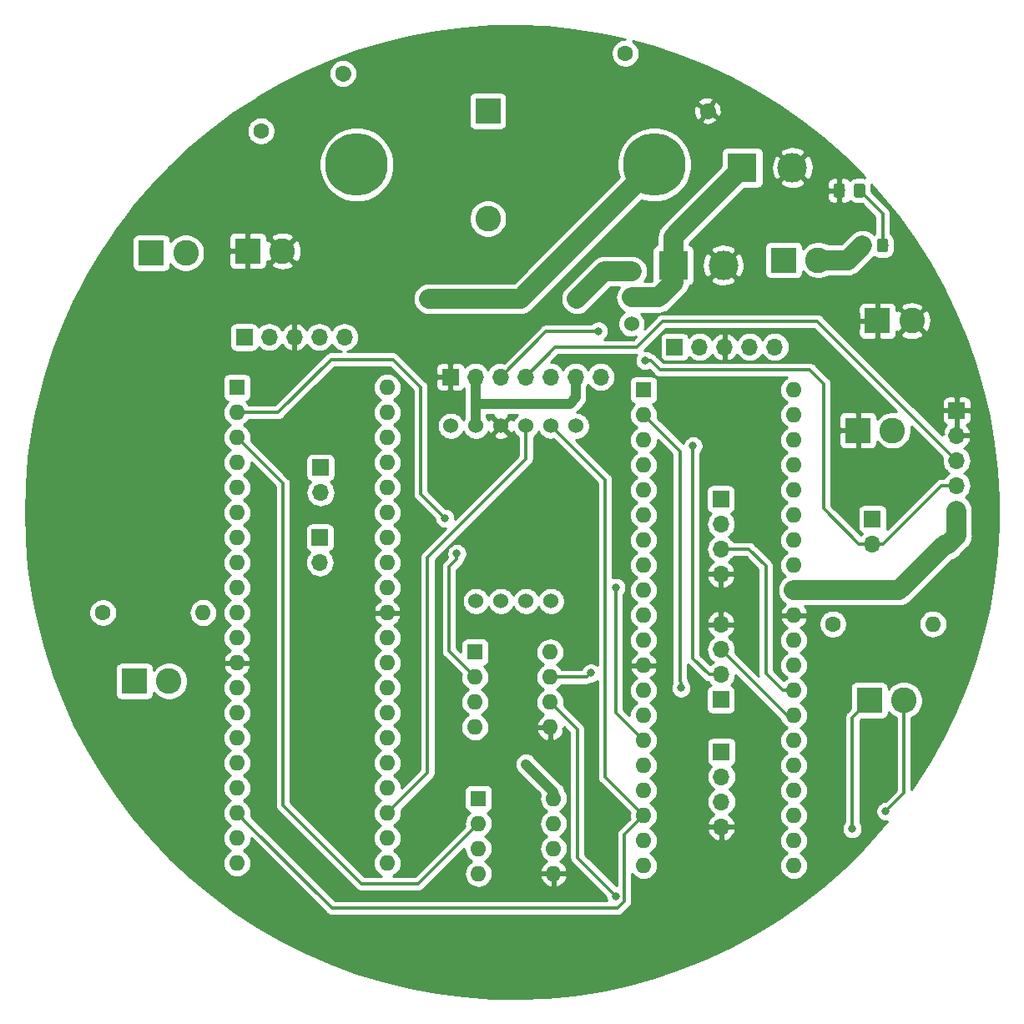
<source format=gbr>
%TF.GenerationSoftware,KiCad,Pcbnew,(5.1.4)-1*%
%TF.CreationDate,2019-08-28T19:55:50+03:00*%
%TF.ProjectId,Timsah_Main_Board,54696d73-6168-45f4-9d61-696e5f426f61,rev?*%
%TF.SameCoordinates,Original*%
%TF.FileFunction,Copper,L1,Top*%
%TF.FilePolarity,Positive*%
%FSLAX46Y46*%
G04 Gerber Fmt 4.6, Leading zero omitted, Abs format (unit mm)*
G04 Created by KiCad (PCBNEW (5.1.4)-1) date 2019-08-28 19:55:50*
%MOMM*%
%LPD*%
G04 APERTURE LIST*
%ADD10C,1.524000*%
%ADD11C,0.100000*%
%ADD12C,1.150000*%
%ADD13R,1.700000X1.700000*%
%ADD14O,1.700000X1.700000*%
%ADD15R,2.600000X2.600000*%
%ADD16C,2.600000*%
%ADD17C,3.000000*%
%ADD18R,3.000000X3.000000*%
%ADD19O,1.600000X1.600000*%
%ADD20C,1.600000*%
%ADD21C,1.600000*%
%ADD22R,1.600000X1.600000*%
%ADD23C,6.350000*%
%ADD24C,0.800000*%
%ADD25C,0.300000*%
%ADD26C,2.000000*%
%ADD27C,1.000000*%
%ADD28C,0.254000*%
G04 APERTURE END LIST*
D10*
X91600000Y-78350000D03*
X106600000Y-78350000D03*
D11*
G36*
X133549505Y-66676204D02*
G01*
X133573773Y-66679804D01*
X133597572Y-66685765D01*
X133620671Y-66694030D01*
X133642850Y-66704520D01*
X133663893Y-66717132D01*
X133683599Y-66731747D01*
X133701777Y-66748223D01*
X133718253Y-66766401D01*
X133732868Y-66786107D01*
X133745480Y-66807150D01*
X133755970Y-66829329D01*
X133764235Y-66852428D01*
X133770196Y-66876227D01*
X133773796Y-66900495D01*
X133775000Y-66924999D01*
X133775000Y-67825001D01*
X133773796Y-67849505D01*
X133770196Y-67873773D01*
X133764235Y-67897572D01*
X133755970Y-67920671D01*
X133745480Y-67942850D01*
X133732868Y-67963893D01*
X133718253Y-67983599D01*
X133701777Y-68001777D01*
X133683599Y-68018253D01*
X133663893Y-68032868D01*
X133642850Y-68045480D01*
X133620671Y-68055970D01*
X133597572Y-68064235D01*
X133573773Y-68070196D01*
X133549505Y-68073796D01*
X133525001Y-68075000D01*
X132874999Y-68075000D01*
X132850495Y-68073796D01*
X132826227Y-68070196D01*
X132802428Y-68064235D01*
X132779329Y-68055970D01*
X132757150Y-68045480D01*
X132736107Y-68032868D01*
X132716401Y-68018253D01*
X132698223Y-68001777D01*
X132681747Y-67983599D01*
X132667132Y-67963893D01*
X132654520Y-67942850D01*
X132644030Y-67920671D01*
X132635765Y-67897572D01*
X132629804Y-67873773D01*
X132626204Y-67849505D01*
X132625000Y-67825001D01*
X132625000Y-66924999D01*
X132626204Y-66900495D01*
X132629804Y-66876227D01*
X132635765Y-66852428D01*
X132644030Y-66829329D01*
X132654520Y-66807150D01*
X132667132Y-66786107D01*
X132681747Y-66766401D01*
X132698223Y-66748223D01*
X132716401Y-66731747D01*
X132736107Y-66717132D01*
X132757150Y-66704520D01*
X132779329Y-66694030D01*
X132802428Y-66685765D01*
X132826227Y-66679804D01*
X132850495Y-66676204D01*
X132874999Y-66675000D01*
X133525001Y-66675000D01*
X133549505Y-66676204D01*
X133549505Y-66676204D01*
G37*
D12*
X133200000Y-67375000D03*
D11*
G36*
X135599505Y-66676204D02*
G01*
X135623773Y-66679804D01*
X135647572Y-66685765D01*
X135670671Y-66694030D01*
X135692850Y-66704520D01*
X135713893Y-66717132D01*
X135733599Y-66731747D01*
X135751777Y-66748223D01*
X135768253Y-66766401D01*
X135782868Y-66786107D01*
X135795480Y-66807150D01*
X135805970Y-66829329D01*
X135814235Y-66852428D01*
X135820196Y-66876227D01*
X135823796Y-66900495D01*
X135825000Y-66924999D01*
X135825000Y-67825001D01*
X135823796Y-67849505D01*
X135820196Y-67873773D01*
X135814235Y-67897572D01*
X135805970Y-67920671D01*
X135795480Y-67942850D01*
X135782868Y-67963893D01*
X135768253Y-67983599D01*
X135751777Y-68001777D01*
X135733599Y-68018253D01*
X135713893Y-68032868D01*
X135692850Y-68045480D01*
X135670671Y-68055970D01*
X135647572Y-68064235D01*
X135623773Y-68070196D01*
X135599505Y-68073796D01*
X135575001Y-68075000D01*
X134924999Y-68075000D01*
X134900495Y-68073796D01*
X134876227Y-68070196D01*
X134852428Y-68064235D01*
X134829329Y-68055970D01*
X134807150Y-68045480D01*
X134786107Y-68032868D01*
X134766401Y-68018253D01*
X134748223Y-68001777D01*
X134731747Y-67983599D01*
X134717132Y-67963893D01*
X134704520Y-67942850D01*
X134694030Y-67920671D01*
X134685765Y-67897572D01*
X134679804Y-67873773D01*
X134676204Y-67849505D01*
X134675000Y-67825001D01*
X134675000Y-66924999D01*
X134676204Y-66900495D01*
X134679804Y-66876227D01*
X134685765Y-66852428D01*
X134694030Y-66829329D01*
X134704520Y-66807150D01*
X134717132Y-66786107D01*
X134731747Y-66766401D01*
X134748223Y-66748223D01*
X134766401Y-66731747D01*
X134786107Y-66717132D01*
X134807150Y-66704520D01*
X134829329Y-66694030D01*
X134852428Y-66685765D01*
X134876227Y-66679804D01*
X134900495Y-66676204D01*
X134924999Y-66675000D01*
X135575001Y-66675000D01*
X135599505Y-66676204D01*
X135599505Y-66676204D01*
G37*
D12*
X135250000Y-67375000D03*
D13*
X93760000Y-86300000D03*
D14*
X96300000Y-86300000D03*
X98840000Y-86300000D03*
X101380000Y-86300000D03*
X103920000Y-86300000D03*
X106460000Y-86300000D03*
X109000000Y-86300000D03*
D13*
X72840000Y-82250000D03*
D14*
X75380000Y-82250000D03*
X77920000Y-82250000D03*
X80460000Y-82250000D03*
X83000000Y-82250000D03*
D10*
X93800000Y-91250000D03*
X96340000Y-91250000D03*
X98880000Y-91250000D03*
X101420000Y-91250000D03*
X103960000Y-91250000D03*
X106500000Y-91250000D03*
X103960000Y-109030000D03*
X101420000Y-109030000D03*
X98880000Y-109030000D03*
X96340000Y-109030000D03*
D14*
X126650000Y-83250000D03*
X124110000Y-83250000D03*
X121570000Y-83250000D03*
X119030000Y-83250000D03*
D13*
X116490000Y-83250000D03*
X136575000Y-100700000D03*
D14*
X136575000Y-103240000D03*
D15*
X136250000Y-119100000D03*
D16*
X139750000Y-119100000D03*
D15*
X63400000Y-73700000D03*
D16*
X66900000Y-73700000D03*
X76700000Y-73500000D03*
D15*
X73200000Y-73500000D03*
X127575000Y-74425000D03*
D16*
X131075000Y-74425000D03*
X140575000Y-80600000D03*
D15*
X137075000Y-80600000D03*
D17*
X128450000Y-65050000D03*
D18*
X123370000Y-65050000D03*
D16*
X65200000Y-117150000D03*
D15*
X61700000Y-117150000D03*
D13*
X121250000Y-124305000D03*
D14*
X121250000Y-126845000D03*
X121250000Y-129385000D03*
X121250000Y-131925000D03*
D18*
X116350000Y-74950000D03*
D17*
X121430000Y-74950000D03*
D13*
X80500000Y-102575000D03*
D14*
X80500000Y-105115000D03*
X80575000Y-98015000D03*
D13*
X80575000Y-95475000D03*
D14*
X121200000Y-111405000D03*
X121200000Y-113945000D03*
X121200000Y-116485000D03*
D13*
X121200000Y-119025000D03*
X121200000Y-98680000D03*
D14*
X121200000Y-101220000D03*
X121200000Y-103760000D03*
X121200000Y-106300000D03*
D15*
X135100000Y-91700000D03*
D16*
X138600000Y-91700000D03*
D13*
X145100000Y-89700000D03*
D14*
X145100000Y-92240000D03*
X145100000Y-94780000D03*
X145100000Y-97320000D03*
X145100000Y-99860000D03*
X145100000Y-102400000D03*
D19*
X142700000Y-111350000D03*
D20*
X132540000Y-111350000D03*
D11*
G36*
X137949505Y-72251204D02*
G01*
X137973773Y-72254804D01*
X137997572Y-72260765D01*
X138020671Y-72269030D01*
X138042850Y-72279520D01*
X138063893Y-72292132D01*
X138083599Y-72306747D01*
X138101777Y-72323223D01*
X138118253Y-72341401D01*
X138132868Y-72361107D01*
X138145480Y-72382150D01*
X138155970Y-72404329D01*
X138164235Y-72427428D01*
X138170196Y-72451227D01*
X138173796Y-72475495D01*
X138175000Y-72499999D01*
X138175000Y-73400001D01*
X138173796Y-73424505D01*
X138170196Y-73448773D01*
X138164235Y-73472572D01*
X138155970Y-73495671D01*
X138145480Y-73517850D01*
X138132868Y-73538893D01*
X138118253Y-73558599D01*
X138101777Y-73576777D01*
X138083599Y-73593253D01*
X138063893Y-73607868D01*
X138042850Y-73620480D01*
X138020671Y-73630970D01*
X137997572Y-73639235D01*
X137973773Y-73645196D01*
X137949505Y-73648796D01*
X137925001Y-73650000D01*
X137274999Y-73650000D01*
X137250495Y-73648796D01*
X137226227Y-73645196D01*
X137202428Y-73639235D01*
X137179329Y-73630970D01*
X137157150Y-73620480D01*
X137136107Y-73607868D01*
X137116401Y-73593253D01*
X137098223Y-73576777D01*
X137081747Y-73558599D01*
X137067132Y-73538893D01*
X137054520Y-73517850D01*
X137044030Y-73495671D01*
X137035765Y-73472572D01*
X137029804Y-73448773D01*
X137026204Y-73424505D01*
X137025000Y-73400001D01*
X137025000Y-72499999D01*
X137026204Y-72475495D01*
X137029804Y-72451227D01*
X137035765Y-72427428D01*
X137044030Y-72404329D01*
X137054520Y-72382150D01*
X137067132Y-72361107D01*
X137081747Y-72341401D01*
X137098223Y-72323223D01*
X137116401Y-72306747D01*
X137136107Y-72292132D01*
X137157150Y-72279520D01*
X137179329Y-72269030D01*
X137202428Y-72260765D01*
X137226227Y-72254804D01*
X137250495Y-72251204D01*
X137274999Y-72250000D01*
X137925001Y-72250000D01*
X137949505Y-72251204D01*
X137949505Y-72251204D01*
G37*
D12*
X137600000Y-72950000D03*
D11*
G36*
X135899505Y-72251204D02*
G01*
X135923773Y-72254804D01*
X135947572Y-72260765D01*
X135970671Y-72269030D01*
X135992850Y-72279520D01*
X136013893Y-72292132D01*
X136033599Y-72306747D01*
X136051777Y-72323223D01*
X136068253Y-72341401D01*
X136082868Y-72361107D01*
X136095480Y-72382150D01*
X136105970Y-72404329D01*
X136114235Y-72427428D01*
X136120196Y-72451227D01*
X136123796Y-72475495D01*
X136125000Y-72499999D01*
X136125000Y-73400001D01*
X136123796Y-73424505D01*
X136120196Y-73448773D01*
X136114235Y-73472572D01*
X136105970Y-73495671D01*
X136095480Y-73517850D01*
X136082868Y-73538893D01*
X136068253Y-73558599D01*
X136051777Y-73576777D01*
X136033599Y-73593253D01*
X136013893Y-73607868D01*
X135992850Y-73620480D01*
X135970671Y-73630970D01*
X135947572Y-73639235D01*
X135923773Y-73645196D01*
X135899505Y-73648796D01*
X135875001Y-73650000D01*
X135224999Y-73650000D01*
X135200495Y-73648796D01*
X135176227Y-73645196D01*
X135152428Y-73639235D01*
X135129329Y-73630970D01*
X135107150Y-73620480D01*
X135086107Y-73607868D01*
X135066401Y-73593253D01*
X135048223Y-73576777D01*
X135031747Y-73558599D01*
X135017132Y-73538893D01*
X135004520Y-73517850D01*
X134994030Y-73495671D01*
X134985765Y-73472572D01*
X134979804Y-73448773D01*
X134976204Y-73424505D01*
X134975000Y-73400001D01*
X134975000Y-72499999D01*
X134976204Y-72475495D01*
X134979804Y-72451227D01*
X134985765Y-72427428D01*
X134994030Y-72404329D01*
X135004520Y-72382150D01*
X135017132Y-72361107D01*
X135031747Y-72341401D01*
X135048223Y-72323223D01*
X135066401Y-72306747D01*
X135086107Y-72292132D01*
X135107150Y-72279520D01*
X135129329Y-72269030D01*
X135152428Y-72260765D01*
X135176227Y-72254804D01*
X135200495Y-72251204D01*
X135224999Y-72250000D01*
X135875001Y-72250000D01*
X135899505Y-72251204D01*
X135899505Y-72251204D01*
G37*
D12*
X135550000Y-72950000D03*
D20*
X82847585Y-55497463D03*
D21*
X82847585Y-55497463D02*
X82847585Y-55497463D01*
D20*
X74525000Y-61325000D03*
X111500000Y-53450000D03*
X119822585Y-59277537D03*
D21*
X119822585Y-59277537D02*
X119822585Y-59277537D01*
D20*
X58500000Y-110200000D03*
D19*
X68660000Y-110200000D03*
D10*
X112125000Y-78225000D03*
X112125000Y-80892000D03*
X112125000Y-75558000D03*
D22*
X72100000Y-87350000D03*
D19*
X87340000Y-135610000D03*
X72100000Y-89890000D03*
X87340000Y-133070000D03*
X72100000Y-92430000D03*
X87340000Y-130530000D03*
X72100000Y-94970000D03*
X87340000Y-127990000D03*
X72100000Y-97510000D03*
X87340000Y-125450000D03*
X72100000Y-100050000D03*
X87340000Y-122910000D03*
X72100000Y-102590000D03*
X87340000Y-120370000D03*
X72100000Y-105130000D03*
X87340000Y-117830000D03*
X72100000Y-107670000D03*
X87340000Y-115290000D03*
X72100000Y-110210000D03*
X87340000Y-112750000D03*
X72100000Y-112750000D03*
X87340000Y-110210000D03*
X72100000Y-115290000D03*
X87340000Y-107670000D03*
X72100000Y-117830000D03*
X87340000Y-105130000D03*
X72100000Y-120370000D03*
X87340000Y-102590000D03*
X72100000Y-122910000D03*
X87340000Y-100050000D03*
X72100000Y-125450000D03*
X87340000Y-97510000D03*
X72100000Y-127990000D03*
X87340000Y-94970000D03*
X72100000Y-130530000D03*
X87340000Y-92430000D03*
X72100000Y-133070000D03*
X87340000Y-89890000D03*
X72100000Y-135610000D03*
X87340000Y-87350000D03*
X128590000Y-87600000D03*
X113350000Y-135860000D03*
X128590000Y-90140000D03*
X113350000Y-133320000D03*
X128590000Y-92680000D03*
X113350000Y-130780000D03*
X128590000Y-95220000D03*
X113350000Y-128240000D03*
X128590000Y-97760000D03*
X113350000Y-125700000D03*
X128590000Y-100300000D03*
X113350000Y-123160000D03*
X128590000Y-102840000D03*
X113350000Y-120620000D03*
X128590000Y-105380000D03*
X113350000Y-118080000D03*
X128590000Y-107920000D03*
X113350000Y-115540000D03*
X128590000Y-110460000D03*
X113350000Y-113000000D03*
X128590000Y-113000000D03*
X113350000Y-110460000D03*
X128590000Y-115540000D03*
X113350000Y-107920000D03*
X128590000Y-118080000D03*
X113350000Y-105380000D03*
X128590000Y-120620000D03*
X113350000Y-102840000D03*
X128590000Y-123160000D03*
X113350000Y-100300000D03*
X128590000Y-125700000D03*
X113350000Y-97760000D03*
X128590000Y-128240000D03*
X113350000Y-95220000D03*
X128590000Y-130780000D03*
X113350000Y-92680000D03*
X128590000Y-133320000D03*
X113350000Y-90140000D03*
X128590000Y-135860000D03*
D22*
X113350000Y-87600000D03*
D19*
X103870000Y-114200000D03*
X96250000Y-121820000D03*
X103870000Y-116740000D03*
X96250000Y-119280000D03*
X103870000Y-119280000D03*
X96250000Y-116740000D03*
X103870000Y-121820000D03*
D22*
X96250000Y-114200000D03*
D15*
X97550000Y-59300000D03*
D16*
X97550000Y-70220000D03*
D23*
X84250000Y-64750000D03*
X114450000Y-64750000D03*
D22*
X96600000Y-129050000D03*
D19*
X104220000Y-136670000D03*
X96600000Y-131590000D03*
X104220000Y-134130000D03*
X96600000Y-134130000D03*
X104220000Y-131590000D03*
X96600000Y-136670000D03*
X104220000Y-129050000D03*
D24*
X108800000Y-129400000D03*
X85825000Y-83125000D03*
X85600000Y-85825000D03*
X108000000Y-124525000D03*
X108775000Y-81625000D03*
X113500000Y-84625000D03*
X110550000Y-107650000D03*
X110525000Y-138950000D03*
X137925000Y-130350000D03*
X108000000Y-116325000D03*
X134525000Y-132125000D03*
X117150000Y-117850000D03*
X118375000Y-93275000D03*
X93200000Y-100625000D03*
X94400000Y-104200000D03*
X101425000Y-125575000D03*
D25*
X108800000Y-129400000D02*
X108000000Y-128600000D01*
X108000000Y-125090685D02*
X108000000Y-124525000D01*
X108000000Y-128600000D02*
X108000000Y-125090685D01*
X89400000Y-83125000D02*
X85825000Y-83125000D01*
X93760000Y-86300000D02*
X92575000Y-86300000D01*
X92575000Y-86300000D02*
X89400000Y-83125000D01*
D26*
X134075000Y-74425000D02*
X135550000Y-72950000D01*
X131075000Y-74425000D02*
X134075000Y-74425000D01*
X100850000Y-78350000D02*
X91600000Y-78350000D01*
X114450000Y-64750000D02*
X100850000Y-78350000D01*
D25*
X137600000Y-69725000D02*
X137600000Y-72950000D01*
X135250000Y-67375000D02*
X137600000Y-69725000D01*
D26*
X109392000Y-75558000D02*
X106600000Y-78350000D01*
X112125000Y-75558000D02*
X109392000Y-75558000D01*
D27*
X96300000Y-91210000D02*
X96340000Y-91250000D01*
X96300000Y-86300000D02*
X96300000Y-91210000D01*
X96300000Y-89000000D02*
X96300000Y-86300000D01*
X105850000Y-89000000D02*
X96300000Y-89000000D01*
X106460000Y-86300000D02*
X106460000Y-88390000D01*
X106460000Y-88390000D02*
X105850000Y-89000000D01*
D25*
X101420000Y-91250000D02*
X101420000Y-94605000D01*
X101420000Y-94605000D02*
X91450000Y-104575000D01*
X91450000Y-126420000D02*
X87340000Y-130530000D01*
X91450000Y-104575000D02*
X91450000Y-126420000D01*
X108725000Y-81675000D02*
X108775000Y-81625000D01*
X98840000Y-86300000D02*
X103465000Y-81675000D01*
X103465000Y-81675000D02*
X108725000Y-81675000D01*
X135215000Y-103240000D02*
X136575000Y-103240000D01*
X113500000Y-84625000D02*
X114065685Y-84625000D01*
X115015685Y-85575000D02*
X130225000Y-85575000D01*
X130225000Y-85575000D02*
X131625000Y-86975000D01*
X114065685Y-84625000D02*
X115015685Y-85575000D01*
X131625000Y-86975000D02*
X131625000Y-99650000D01*
X131625000Y-99650000D02*
X135215000Y-103240000D01*
X137660000Y-103240000D02*
X136575000Y-103240000D01*
X145100000Y-97320000D02*
X143580000Y-97320000D01*
X143580000Y-97320000D02*
X137660000Y-103240000D01*
X109450012Y-96740012D02*
X109450012Y-126880012D01*
X109450012Y-126880012D02*
X112550001Y-129980001D01*
X112550001Y-129980001D02*
X113350000Y-130780000D01*
X103960000Y-91250000D02*
X109450012Y-96740012D01*
X130970000Y-80650000D02*
X145100000Y-94780000D01*
X115275000Y-80650000D02*
X130970000Y-80650000D01*
X112650000Y-83275000D02*
X115275000Y-80650000D01*
X101380000Y-86300000D02*
X104405000Y-83275000D01*
X104405000Y-83275000D02*
X112650000Y-83275000D01*
X72899999Y-131329999D02*
X72100000Y-130530000D01*
X81745000Y-140175000D02*
X72899999Y-131329999D01*
X110700000Y-140175000D02*
X81745000Y-140175000D01*
X111398630Y-139476370D02*
X110700000Y-140175000D01*
X113350000Y-130780000D02*
X111398630Y-132731370D01*
X111398630Y-132731370D02*
X111398630Y-139476370D01*
X113350000Y-123160000D02*
X110550000Y-120360000D01*
X110550000Y-120360000D02*
X110550000Y-107650000D01*
X110125001Y-138550001D02*
X110525000Y-138950000D01*
X106625000Y-135050000D02*
X110125001Y-138550001D01*
X103870000Y-119280000D02*
X106625000Y-122035000D01*
X106625000Y-122035000D02*
X106625000Y-135050000D01*
X139750000Y-128525000D02*
X139750000Y-119100000D01*
X137925000Y-130350000D02*
X139750000Y-128525000D01*
X103870000Y-116740000D02*
X107585000Y-116740000D01*
X107585000Y-116740000D02*
X108000000Y-116325000D01*
X134525000Y-120825000D02*
X136250000Y-119100000D01*
X134525000Y-132125000D02*
X134525000Y-120825000D01*
D26*
X116350000Y-76750000D02*
X114875000Y-78225000D01*
X116350000Y-74950000D02*
X116350000Y-76750000D01*
X112125000Y-78225000D02*
X114875000Y-78225000D01*
X116350000Y-72070000D02*
X123370000Y-65050000D01*
X116350000Y-74950000D02*
X116350000Y-72070000D01*
D25*
X117150000Y-117284315D02*
X117025000Y-117159315D01*
X117150000Y-117850000D02*
X117150000Y-117284315D01*
X117025000Y-93815000D02*
X113350000Y-90140000D01*
X117025000Y-117159315D02*
X117025000Y-93815000D01*
X119997919Y-116485000D02*
X118325000Y-114812081D01*
X121200000Y-116485000D02*
X119997919Y-116485000D01*
X118325000Y-114812081D02*
X118325000Y-93325000D01*
X118325000Y-93325000D02*
X118375000Y-93275000D01*
X127875000Y-120620000D02*
X128590000Y-120620000D01*
X121200000Y-113945000D02*
X127875000Y-120620000D01*
X127458630Y-118080000D02*
X125750000Y-116371370D01*
X128590000Y-118080000D02*
X127458630Y-118080000D01*
X125750000Y-116371370D02*
X125750000Y-105475000D01*
X124035000Y-103760000D02*
X121200000Y-103760000D01*
X125750000Y-105475000D02*
X124035000Y-103760000D01*
X94400000Y-104765685D02*
X93600000Y-105565685D01*
X94400000Y-104200000D02*
X94400000Y-104765685D01*
X93600000Y-114090000D02*
X96250000Y-116740000D01*
X93600000Y-105565685D02*
X93600000Y-114090000D01*
X92800001Y-100225001D02*
X93200000Y-100625000D01*
X76260000Y-89890000D02*
X81650000Y-84500000D01*
X72100000Y-89890000D02*
X76260000Y-89890000D01*
X81650000Y-84500000D02*
X87900000Y-84500000D01*
X87900000Y-84500000D02*
X90725000Y-87325000D01*
X90725000Y-87325000D02*
X90725000Y-98150000D01*
X90725000Y-98150000D02*
X92800001Y-100225001D01*
X76775000Y-97105000D02*
X72100000Y-92430000D01*
X76775000Y-129775000D02*
X76775000Y-97105000D01*
X84700000Y-137700000D02*
X76775000Y-129775000D01*
X96600000Y-131590000D02*
X90490000Y-137700000D01*
X90490000Y-137700000D02*
X84700000Y-137700000D01*
D26*
X144250001Y-103249999D02*
X143950001Y-103249999D01*
X145100000Y-102400000D02*
X144250001Y-103249999D01*
X139280000Y-107920000D02*
X128590000Y-107920000D01*
X143950001Y-103249999D02*
X139280000Y-107920000D01*
X145100000Y-99860000D02*
X145100000Y-102400000D01*
D27*
X104220000Y-128370000D02*
X101425000Y-125575000D01*
X104220000Y-129050000D02*
X104220000Y-128370000D01*
D28*
G36*
X103488218Y-50783459D02*
G01*
X106267059Y-51059633D01*
X109025825Y-51492577D01*
X111449874Y-52015000D01*
X111358665Y-52015000D01*
X111081426Y-52070147D01*
X110820273Y-52178320D01*
X110585241Y-52335363D01*
X110385363Y-52535241D01*
X110228320Y-52770273D01*
X110120147Y-53031426D01*
X110065000Y-53308665D01*
X110065000Y-53591335D01*
X110120147Y-53868574D01*
X110228320Y-54129727D01*
X110385363Y-54364759D01*
X110585241Y-54564637D01*
X110820273Y-54721680D01*
X111081426Y-54829853D01*
X111358665Y-54885000D01*
X111641335Y-54885000D01*
X111918574Y-54829853D01*
X112179727Y-54721680D01*
X112414759Y-54564637D01*
X112614637Y-54364759D01*
X112771680Y-54129727D01*
X112879853Y-53868574D01*
X112935000Y-53591335D01*
X112935000Y-53308665D01*
X112879853Y-53031426D01*
X112771680Y-52770273D01*
X112614637Y-52535241D01*
X112414759Y-52335363D01*
X112229217Y-52211388D01*
X114447876Y-52822733D01*
X117093791Y-53715684D01*
X119684950Y-54756897D01*
X122213053Y-55943038D01*
X124670000Y-57270307D01*
X127047922Y-58734451D01*
X129339201Y-60330782D01*
X131536498Y-62054185D01*
X133632774Y-63899139D01*
X135621314Y-65859736D01*
X135815765Y-66074471D01*
X135748255Y-66053992D01*
X135575001Y-66036928D01*
X134924999Y-66036928D01*
X134751745Y-66053992D01*
X134585149Y-66104528D01*
X134431613Y-66186595D01*
X134297038Y-66297038D01*
X134291658Y-66303594D01*
X134226185Y-66223815D01*
X134129494Y-66144463D01*
X134019180Y-66085498D01*
X133899482Y-66049188D01*
X133775000Y-66036928D01*
X133485750Y-66040000D01*
X133327000Y-66198750D01*
X133327000Y-67248000D01*
X133347000Y-67248000D01*
X133347000Y-67502000D01*
X133327000Y-67502000D01*
X133327000Y-68551250D01*
X133485750Y-68710000D01*
X133775000Y-68713072D01*
X133899482Y-68700812D01*
X134019180Y-68664502D01*
X134129494Y-68605537D01*
X134226185Y-68526185D01*
X134291658Y-68446406D01*
X134297038Y-68452962D01*
X134431613Y-68563405D01*
X134585149Y-68645472D01*
X134751745Y-68696008D01*
X134924999Y-68713072D01*
X135477915Y-68713072D01*
X136815000Y-70050157D01*
X136815001Y-71743749D01*
X136781613Y-71761595D01*
X136726755Y-71806616D01*
X136711713Y-71788287D01*
X136462752Y-71583970D01*
X136178714Y-71432148D01*
X135870516Y-71338658D01*
X135549999Y-71307089D01*
X135229483Y-71338658D01*
X134921285Y-71432148D01*
X134637247Y-71583970D01*
X134450676Y-71737085D01*
X133397762Y-72790000D01*
X132110958Y-72790000D01*
X131991566Y-72710225D01*
X131639419Y-72564361D01*
X131265581Y-72490000D01*
X130884419Y-72490000D01*
X130510581Y-72564361D01*
X130158434Y-72710225D01*
X129841509Y-72921987D01*
X129571987Y-73191509D01*
X129513072Y-73279682D01*
X129513072Y-73125000D01*
X129500812Y-73000518D01*
X129464502Y-72880820D01*
X129405537Y-72770506D01*
X129326185Y-72673815D01*
X129229494Y-72594463D01*
X129119180Y-72535498D01*
X128999482Y-72499188D01*
X128875000Y-72486928D01*
X126275000Y-72486928D01*
X126150518Y-72499188D01*
X126030820Y-72535498D01*
X125920506Y-72594463D01*
X125823815Y-72673815D01*
X125744463Y-72770506D01*
X125685498Y-72880820D01*
X125649188Y-73000518D01*
X125636928Y-73125000D01*
X125636928Y-75725000D01*
X125649188Y-75849482D01*
X125685498Y-75969180D01*
X125744463Y-76079494D01*
X125823815Y-76176185D01*
X125920506Y-76255537D01*
X126030820Y-76314502D01*
X126150518Y-76350812D01*
X126275000Y-76363072D01*
X128875000Y-76363072D01*
X128999482Y-76350812D01*
X129119180Y-76314502D01*
X129229494Y-76255537D01*
X129326185Y-76176185D01*
X129405537Y-76079494D01*
X129464502Y-75969180D01*
X129500812Y-75849482D01*
X129513072Y-75725000D01*
X129513072Y-75570318D01*
X129571987Y-75658491D01*
X129841509Y-75928013D01*
X130158434Y-76139775D01*
X130510581Y-76285639D01*
X130884419Y-76360000D01*
X131265581Y-76360000D01*
X131639419Y-76285639D01*
X131991566Y-76139775D01*
X132110958Y-76060000D01*
X133994681Y-76060000D01*
X134075000Y-76067911D01*
X134155319Y-76060000D01*
X134155322Y-76060000D01*
X134395516Y-76036343D01*
X134703715Y-75942852D01*
X134987752Y-75791031D01*
X135236714Y-75586714D01*
X135287924Y-75524314D01*
X136722416Y-74089823D01*
X136781613Y-74138405D01*
X136935149Y-74220472D01*
X137101745Y-74271008D01*
X137274999Y-74288072D01*
X137925001Y-74288072D01*
X138098255Y-74271008D01*
X138264851Y-74220472D01*
X138418387Y-74138405D01*
X138552962Y-74027962D01*
X138663405Y-73893387D01*
X138745472Y-73739851D01*
X138796008Y-73573255D01*
X138813072Y-73400001D01*
X138813072Y-72499999D01*
X138796008Y-72326745D01*
X138745472Y-72160149D01*
X138663405Y-72006613D01*
X138552962Y-71872038D01*
X138418387Y-71761595D01*
X138385000Y-71743749D01*
X138385000Y-69763556D01*
X138388797Y-69725000D01*
X138385000Y-69686440D01*
X138385000Y-69686439D01*
X138381020Y-69646026D01*
X138373642Y-69571113D01*
X138328754Y-69423140D01*
X138255862Y-69286767D01*
X138157764Y-69167236D01*
X138127811Y-69142654D01*
X136463072Y-67477915D01*
X136463072Y-66924999D01*
X136448076Y-66772738D01*
X137495748Y-67929695D01*
X139250072Y-70102384D01*
X140878666Y-72370844D01*
X142376314Y-74727809D01*
X143738217Y-77165728D01*
X144960014Y-79676792D01*
X146037790Y-82252958D01*
X146968093Y-84885973D01*
X147747944Y-87567402D01*
X148374843Y-90288657D01*
X148846783Y-93041021D01*
X149162252Y-95815676D01*
X149320240Y-98603734D01*
X149320240Y-101396266D01*
X149162252Y-104184324D01*
X148846783Y-106958979D01*
X148374843Y-109711343D01*
X147747944Y-112432598D01*
X146968093Y-115114027D01*
X146037790Y-117747042D01*
X144960014Y-120323208D01*
X143738217Y-122834272D01*
X142376314Y-125272191D01*
X140878666Y-127629156D01*
X140535000Y-128107847D01*
X140535000Y-120869271D01*
X140666566Y-120814775D01*
X140983491Y-120603013D01*
X141253013Y-120333491D01*
X141464775Y-120016566D01*
X141610639Y-119664419D01*
X141685000Y-119290581D01*
X141685000Y-118909419D01*
X141610639Y-118535581D01*
X141464775Y-118183434D01*
X141253013Y-117866509D01*
X140983491Y-117596987D01*
X140666566Y-117385225D01*
X140314419Y-117239361D01*
X139940581Y-117165000D01*
X139559419Y-117165000D01*
X139185581Y-117239361D01*
X138833434Y-117385225D01*
X138516509Y-117596987D01*
X138246987Y-117866509D01*
X138188072Y-117954682D01*
X138188072Y-117800000D01*
X138175812Y-117675518D01*
X138139502Y-117555820D01*
X138080537Y-117445506D01*
X138001185Y-117348815D01*
X137904494Y-117269463D01*
X137794180Y-117210498D01*
X137674482Y-117174188D01*
X137550000Y-117161928D01*
X134950000Y-117161928D01*
X134825518Y-117174188D01*
X134705820Y-117210498D01*
X134595506Y-117269463D01*
X134498815Y-117348815D01*
X134419463Y-117445506D01*
X134360498Y-117555820D01*
X134324188Y-117675518D01*
X134311928Y-117800000D01*
X134311928Y-119927915D01*
X133997185Y-120242658D01*
X133967237Y-120267236D01*
X133942659Y-120297184D01*
X133942655Y-120297188D01*
X133921301Y-120323208D01*
X133869139Y-120386767D01*
X133858985Y-120405764D01*
X133796246Y-120523141D01*
X133751359Y-120671114D01*
X133736203Y-120825000D01*
X133740001Y-120863563D01*
X133740000Y-131446289D01*
X133721063Y-131465226D01*
X133607795Y-131634744D01*
X133529774Y-131823102D01*
X133490000Y-132023061D01*
X133490000Y-132226939D01*
X133529774Y-132426898D01*
X133607795Y-132615256D01*
X133721063Y-132784774D01*
X133865226Y-132928937D01*
X134034744Y-133042205D01*
X134223102Y-133120226D01*
X134423061Y-133160000D01*
X134626939Y-133160000D01*
X134826898Y-133120226D01*
X135015256Y-133042205D01*
X135184774Y-132928937D01*
X135328937Y-132784774D01*
X135442205Y-132615256D01*
X135520226Y-132426898D01*
X135560000Y-132226939D01*
X135560000Y-132023061D01*
X135520226Y-131823102D01*
X135442205Y-131634744D01*
X135328937Y-131465226D01*
X135310000Y-131446289D01*
X135310000Y-121150157D01*
X135422085Y-121038072D01*
X137550000Y-121038072D01*
X137674482Y-121025812D01*
X137794180Y-120989502D01*
X137904494Y-120930537D01*
X138001185Y-120851185D01*
X138080537Y-120754494D01*
X138139502Y-120644180D01*
X138175812Y-120524482D01*
X138188072Y-120400000D01*
X138188072Y-120245318D01*
X138246987Y-120333491D01*
X138516509Y-120603013D01*
X138833434Y-120814775D01*
X138965001Y-120869272D01*
X138965000Y-128199843D01*
X137849843Y-129315000D01*
X137823061Y-129315000D01*
X137623102Y-129354774D01*
X137434744Y-129432795D01*
X137265226Y-129546063D01*
X137121063Y-129690226D01*
X137007795Y-129859744D01*
X136929774Y-130048102D01*
X136890000Y-130248061D01*
X136890000Y-130451939D01*
X136929774Y-130651898D01*
X137007795Y-130840256D01*
X137121063Y-131009774D01*
X137265226Y-131153937D01*
X137434744Y-131267205D01*
X137623102Y-131345226D01*
X137823061Y-131385000D01*
X138026939Y-131385000D01*
X138053332Y-131379750D01*
X137495748Y-132070305D01*
X135621314Y-134140264D01*
X133632774Y-136100861D01*
X131536498Y-137945815D01*
X129339201Y-139669218D01*
X127047922Y-141265549D01*
X124670000Y-142729693D01*
X122213053Y-144056962D01*
X119684950Y-145243103D01*
X117093791Y-146284316D01*
X114447876Y-147177267D01*
X111755679Y-147919094D01*
X109025825Y-148507423D01*
X106267059Y-148940367D01*
X103488218Y-149216541D01*
X100698203Y-149335060D01*
X97905951Y-149295543D01*
X95120407Y-149098118D01*
X92350494Y-148743417D01*
X89605085Y-148232575D01*
X86892974Y-147567231D01*
X84222848Y-146749514D01*
X81603261Y-145782045D01*
X79042605Y-144667921D01*
X76549082Y-143410713D01*
X74130679Y-142014448D01*
X71795143Y-140483597D01*
X69549956Y-138823065D01*
X67402309Y-137038172D01*
X65359083Y-135134633D01*
X63426822Y-133118548D01*
X61611716Y-130996375D01*
X59919579Y-128774910D01*
X58355832Y-126461271D01*
X56925484Y-124062869D01*
X55633116Y-121587385D01*
X54482869Y-119042751D01*
X53478427Y-116437117D01*
X53289497Y-115850000D01*
X59761928Y-115850000D01*
X59761928Y-118450000D01*
X59774188Y-118574482D01*
X59810498Y-118694180D01*
X59869463Y-118804494D01*
X59948815Y-118901185D01*
X60045506Y-118980537D01*
X60155820Y-119039502D01*
X60275518Y-119075812D01*
X60400000Y-119088072D01*
X63000000Y-119088072D01*
X63124482Y-119075812D01*
X63244180Y-119039502D01*
X63354494Y-118980537D01*
X63451185Y-118901185D01*
X63530537Y-118804494D01*
X63589502Y-118694180D01*
X63625812Y-118574482D01*
X63638072Y-118450000D01*
X63638072Y-118295318D01*
X63696987Y-118383491D01*
X63966509Y-118653013D01*
X64283434Y-118864775D01*
X64635581Y-119010639D01*
X65009419Y-119085000D01*
X65390581Y-119085000D01*
X65764419Y-119010639D01*
X66116566Y-118864775D01*
X66433491Y-118653013D01*
X66703013Y-118383491D01*
X66914775Y-118066566D01*
X67060639Y-117714419D01*
X67135000Y-117340581D01*
X67135000Y-116959419D01*
X67060639Y-116585581D01*
X66914775Y-116233434D01*
X66703013Y-115916509D01*
X66433491Y-115646987D01*
X66116566Y-115435225D01*
X65764419Y-115289361D01*
X65390581Y-115215000D01*
X65009419Y-115215000D01*
X64635581Y-115289361D01*
X64283434Y-115435225D01*
X63966509Y-115646987D01*
X63696987Y-115916509D01*
X63638072Y-116004682D01*
X63638072Y-115850000D01*
X63625812Y-115725518D01*
X63589502Y-115605820D01*
X63530537Y-115495506D01*
X63451185Y-115398815D01*
X63354494Y-115319463D01*
X63244180Y-115260498D01*
X63124482Y-115224188D01*
X63000000Y-115211928D01*
X60400000Y-115211928D01*
X60275518Y-115224188D01*
X60155820Y-115260498D01*
X60045506Y-115319463D01*
X59948815Y-115398815D01*
X59869463Y-115495506D01*
X59810498Y-115605820D01*
X59774188Y-115725518D01*
X59761928Y-115850000D01*
X53289497Y-115850000D01*
X52623007Y-113778831D01*
X51919351Y-111076406D01*
X51715038Y-110058665D01*
X57065000Y-110058665D01*
X57065000Y-110341335D01*
X57120147Y-110618574D01*
X57228320Y-110879727D01*
X57385363Y-111114759D01*
X57585241Y-111314637D01*
X57820273Y-111471680D01*
X58081426Y-111579853D01*
X58358665Y-111635000D01*
X58641335Y-111635000D01*
X58918574Y-111579853D01*
X59179727Y-111471680D01*
X59414759Y-111314637D01*
X59614637Y-111114759D01*
X59771680Y-110879727D01*
X59879853Y-110618574D01*
X59935000Y-110341335D01*
X59935000Y-110200000D01*
X67218057Y-110200000D01*
X67245764Y-110481309D01*
X67327818Y-110751808D01*
X67461068Y-111001101D01*
X67640392Y-111219608D01*
X67858899Y-111398932D01*
X68108192Y-111532182D01*
X68378691Y-111614236D01*
X68589508Y-111635000D01*
X68730492Y-111635000D01*
X68941309Y-111614236D01*
X69211808Y-111532182D01*
X69461101Y-111398932D01*
X69679608Y-111219608D01*
X69858932Y-111001101D01*
X69992182Y-110751808D01*
X70074236Y-110481309D01*
X70101943Y-110200000D01*
X70074236Y-109918691D01*
X69992182Y-109648192D01*
X69858932Y-109398899D01*
X69679608Y-109180392D01*
X69461101Y-109001068D01*
X69211808Y-108867818D01*
X68941309Y-108785764D01*
X68730492Y-108765000D01*
X68589508Y-108765000D01*
X68378691Y-108785764D01*
X68108192Y-108867818D01*
X67858899Y-109001068D01*
X67640392Y-109180392D01*
X67461068Y-109398899D01*
X67327818Y-109648192D01*
X67245764Y-109918691D01*
X67218057Y-110200000D01*
X59935000Y-110200000D01*
X59935000Y-110058665D01*
X59879853Y-109781426D01*
X59771680Y-109520273D01*
X59614637Y-109285241D01*
X59414759Y-109085363D01*
X59179727Y-108928320D01*
X58918574Y-108820147D01*
X58641335Y-108765000D01*
X58358665Y-108765000D01*
X58081426Y-108820147D01*
X57820273Y-108928320D01*
X57585241Y-109085363D01*
X57385363Y-109285241D01*
X57228320Y-109520273D01*
X57120147Y-109781426D01*
X57065000Y-110058665D01*
X51715038Y-110058665D01*
X51369711Y-108338500D01*
X50975849Y-105573884D01*
X50739025Y-102791413D01*
X50660000Y-100000000D01*
X50739025Y-97208587D01*
X50975849Y-94426116D01*
X51369711Y-91661500D01*
X51725343Y-89890000D01*
X70658057Y-89890000D01*
X70685764Y-90171309D01*
X70767818Y-90441808D01*
X70901068Y-90691101D01*
X71080392Y-90909608D01*
X71298899Y-91088932D01*
X71431858Y-91160000D01*
X71298899Y-91231068D01*
X71080392Y-91410392D01*
X70901068Y-91628899D01*
X70767818Y-91878192D01*
X70685764Y-92148691D01*
X70658057Y-92430000D01*
X70685764Y-92711309D01*
X70767818Y-92981808D01*
X70901068Y-93231101D01*
X71080392Y-93449608D01*
X71298899Y-93628932D01*
X71431858Y-93700000D01*
X71298899Y-93771068D01*
X71080392Y-93950392D01*
X70901068Y-94168899D01*
X70767818Y-94418192D01*
X70685764Y-94688691D01*
X70658057Y-94970000D01*
X70685764Y-95251309D01*
X70767818Y-95521808D01*
X70901068Y-95771101D01*
X71080392Y-95989608D01*
X71298899Y-96168932D01*
X71431858Y-96240000D01*
X71298899Y-96311068D01*
X71080392Y-96490392D01*
X70901068Y-96708899D01*
X70767818Y-96958192D01*
X70685764Y-97228691D01*
X70658057Y-97510000D01*
X70685764Y-97791309D01*
X70767818Y-98061808D01*
X70901068Y-98311101D01*
X71080392Y-98529608D01*
X71298899Y-98708932D01*
X71431858Y-98780000D01*
X71298899Y-98851068D01*
X71080392Y-99030392D01*
X70901068Y-99248899D01*
X70767818Y-99498192D01*
X70685764Y-99768691D01*
X70658057Y-100050000D01*
X70685764Y-100331309D01*
X70767818Y-100601808D01*
X70901068Y-100851101D01*
X71080392Y-101069608D01*
X71298899Y-101248932D01*
X71431858Y-101320000D01*
X71298899Y-101391068D01*
X71080392Y-101570392D01*
X70901068Y-101788899D01*
X70767818Y-102038192D01*
X70685764Y-102308691D01*
X70658057Y-102590000D01*
X70685764Y-102871309D01*
X70767818Y-103141808D01*
X70901068Y-103391101D01*
X71080392Y-103609608D01*
X71298899Y-103788932D01*
X71431858Y-103860000D01*
X71298899Y-103931068D01*
X71080392Y-104110392D01*
X70901068Y-104328899D01*
X70767818Y-104578192D01*
X70685764Y-104848691D01*
X70658057Y-105130000D01*
X70685764Y-105411309D01*
X70767818Y-105681808D01*
X70901068Y-105931101D01*
X71080392Y-106149608D01*
X71298899Y-106328932D01*
X71431858Y-106400000D01*
X71298899Y-106471068D01*
X71080392Y-106650392D01*
X70901068Y-106868899D01*
X70767818Y-107118192D01*
X70685764Y-107388691D01*
X70658057Y-107670000D01*
X70685764Y-107951309D01*
X70767818Y-108221808D01*
X70901068Y-108471101D01*
X71080392Y-108689608D01*
X71298899Y-108868932D01*
X71431858Y-108940000D01*
X71298899Y-109011068D01*
X71080392Y-109190392D01*
X70901068Y-109408899D01*
X70767818Y-109658192D01*
X70685764Y-109928691D01*
X70658057Y-110210000D01*
X70685764Y-110491309D01*
X70767818Y-110761808D01*
X70901068Y-111011101D01*
X71080392Y-111229608D01*
X71298899Y-111408932D01*
X71431858Y-111480000D01*
X71298899Y-111551068D01*
X71080392Y-111730392D01*
X70901068Y-111948899D01*
X70767818Y-112198192D01*
X70685764Y-112468691D01*
X70658057Y-112750000D01*
X70685764Y-113031309D01*
X70767818Y-113301808D01*
X70901068Y-113551101D01*
X71080392Y-113769608D01*
X71298899Y-113948932D01*
X71436682Y-114022579D01*
X71244869Y-114137615D01*
X71036481Y-114326586D01*
X70868963Y-114552580D01*
X70748754Y-114806913D01*
X70708096Y-114940961D01*
X70830085Y-115163000D01*
X71973000Y-115163000D01*
X71973000Y-115143000D01*
X72227000Y-115143000D01*
X72227000Y-115163000D01*
X73369915Y-115163000D01*
X73491904Y-114940961D01*
X73451246Y-114806913D01*
X73331037Y-114552580D01*
X73163519Y-114326586D01*
X72955131Y-114137615D01*
X72763318Y-114022579D01*
X72901101Y-113948932D01*
X73119608Y-113769608D01*
X73298932Y-113551101D01*
X73432182Y-113301808D01*
X73514236Y-113031309D01*
X73541943Y-112750000D01*
X73514236Y-112468691D01*
X73432182Y-112198192D01*
X73298932Y-111948899D01*
X73119608Y-111730392D01*
X72901101Y-111551068D01*
X72768142Y-111480000D01*
X72901101Y-111408932D01*
X73119608Y-111229608D01*
X73298932Y-111011101D01*
X73432182Y-110761808D01*
X73514236Y-110491309D01*
X73541943Y-110210000D01*
X73514236Y-109928691D01*
X73432182Y-109658192D01*
X73298932Y-109408899D01*
X73119608Y-109190392D01*
X72901101Y-109011068D01*
X72768142Y-108940000D01*
X72901101Y-108868932D01*
X73119608Y-108689608D01*
X73298932Y-108471101D01*
X73432182Y-108221808D01*
X73514236Y-107951309D01*
X73541943Y-107670000D01*
X73514236Y-107388691D01*
X73432182Y-107118192D01*
X73298932Y-106868899D01*
X73119608Y-106650392D01*
X72901101Y-106471068D01*
X72768142Y-106400000D01*
X72901101Y-106328932D01*
X73119608Y-106149608D01*
X73298932Y-105931101D01*
X73432182Y-105681808D01*
X73514236Y-105411309D01*
X73541943Y-105130000D01*
X73514236Y-104848691D01*
X73432182Y-104578192D01*
X73298932Y-104328899D01*
X73119608Y-104110392D01*
X72901101Y-103931068D01*
X72768142Y-103860000D01*
X72901101Y-103788932D01*
X73119608Y-103609608D01*
X73298932Y-103391101D01*
X73432182Y-103141808D01*
X73514236Y-102871309D01*
X73541943Y-102590000D01*
X73514236Y-102308691D01*
X73432182Y-102038192D01*
X73298932Y-101788899D01*
X73119608Y-101570392D01*
X72901101Y-101391068D01*
X72768142Y-101320000D01*
X72901101Y-101248932D01*
X73119608Y-101069608D01*
X73298932Y-100851101D01*
X73432182Y-100601808D01*
X73514236Y-100331309D01*
X73541943Y-100050000D01*
X73514236Y-99768691D01*
X73432182Y-99498192D01*
X73298932Y-99248899D01*
X73119608Y-99030392D01*
X72901101Y-98851068D01*
X72768142Y-98780000D01*
X72901101Y-98708932D01*
X73119608Y-98529608D01*
X73298932Y-98311101D01*
X73432182Y-98061808D01*
X73514236Y-97791309D01*
X73541943Y-97510000D01*
X73514236Y-97228691D01*
X73432182Y-96958192D01*
X73298932Y-96708899D01*
X73119608Y-96490392D01*
X72901101Y-96311068D01*
X72768142Y-96240000D01*
X72901101Y-96168932D01*
X73119608Y-95989608D01*
X73298932Y-95771101D01*
X73432182Y-95521808D01*
X73514236Y-95251309D01*
X73540858Y-94981015D01*
X75990001Y-97430159D01*
X75990000Y-129736447D01*
X75986203Y-129775000D01*
X75990000Y-129813553D01*
X75990000Y-129813560D01*
X76001359Y-129928886D01*
X76046246Y-130076859D01*
X76119138Y-130213232D01*
X76217236Y-130332764D01*
X76247190Y-130357347D01*
X84117658Y-138227816D01*
X84142236Y-138257764D01*
X84172184Y-138282342D01*
X84172187Y-138282345D01*
X84181790Y-138290226D01*
X84261767Y-138355862D01*
X84398140Y-138428754D01*
X84500301Y-138459744D01*
X84546112Y-138473641D01*
X84560490Y-138475057D01*
X84661439Y-138485000D01*
X84661446Y-138485000D01*
X84699999Y-138488797D01*
X84738552Y-138485000D01*
X90451447Y-138485000D01*
X90490000Y-138488797D01*
X90528553Y-138485000D01*
X90528561Y-138485000D01*
X90643887Y-138473641D01*
X90791860Y-138428754D01*
X90928233Y-138355862D01*
X91047764Y-138257764D01*
X91072347Y-138227810D01*
X95159142Y-134141015D01*
X95185764Y-134411309D01*
X95267818Y-134681808D01*
X95401068Y-134931101D01*
X95580392Y-135149608D01*
X95798899Y-135328932D01*
X95931858Y-135400000D01*
X95798899Y-135471068D01*
X95580392Y-135650392D01*
X95401068Y-135868899D01*
X95267818Y-136118192D01*
X95185764Y-136388691D01*
X95158057Y-136670000D01*
X95185764Y-136951309D01*
X95267818Y-137221808D01*
X95401068Y-137471101D01*
X95580392Y-137689608D01*
X95798899Y-137868932D01*
X96048192Y-138002182D01*
X96318691Y-138084236D01*
X96529508Y-138105000D01*
X96670492Y-138105000D01*
X96881309Y-138084236D01*
X97151808Y-138002182D01*
X97401101Y-137868932D01*
X97619608Y-137689608D01*
X97798932Y-137471101D01*
X97932182Y-137221808D01*
X97993690Y-137019039D01*
X102828096Y-137019039D01*
X102868754Y-137153087D01*
X102988963Y-137407420D01*
X103156481Y-137633414D01*
X103364869Y-137822385D01*
X103606119Y-137967070D01*
X103870960Y-138061909D01*
X104093000Y-137940624D01*
X104093000Y-136797000D01*
X104347000Y-136797000D01*
X104347000Y-137940624D01*
X104569040Y-138061909D01*
X104833881Y-137967070D01*
X105075131Y-137822385D01*
X105283519Y-137633414D01*
X105451037Y-137407420D01*
X105571246Y-137153087D01*
X105611904Y-137019039D01*
X105489915Y-136797000D01*
X104347000Y-136797000D01*
X104093000Y-136797000D01*
X102950085Y-136797000D01*
X102828096Y-137019039D01*
X97993690Y-137019039D01*
X98014236Y-136951309D01*
X98041943Y-136670000D01*
X98014236Y-136388691D01*
X97932182Y-136118192D01*
X97798932Y-135868899D01*
X97619608Y-135650392D01*
X97401101Y-135471068D01*
X97268142Y-135400000D01*
X97401101Y-135328932D01*
X97619608Y-135149608D01*
X97798932Y-134931101D01*
X97932182Y-134681808D01*
X98014236Y-134411309D01*
X98041943Y-134130000D01*
X98014236Y-133848691D01*
X97932182Y-133578192D01*
X97798932Y-133328899D01*
X97619608Y-133110392D01*
X97401101Y-132931068D01*
X97268142Y-132860000D01*
X97401101Y-132788932D01*
X97619608Y-132609608D01*
X97798932Y-132391101D01*
X97932182Y-132141808D01*
X98014236Y-131871309D01*
X98041943Y-131590000D01*
X98014236Y-131308691D01*
X97932182Y-131038192D01*
X97798932Y-130788899D01*
X97619608Y-130570392D01*
X97506518Y-130477581D01*
X97524482Y-130475812D01*
X97644180Y-130439502D01*
X97754494Y-130380537D01*
X97851185Y-130301185D01*
X97930537Y-130204494D01*
X97989502Y-130094180D01*
X98025812Y-129974482D01*
X98038072Y-129850000D01*
X98038072Y-128250000D01*
X98025812Y-128125518D01*
X97989502Y-128005820D01*
X97930537Y-127895506D01*
X97851185Y-127798815D01*
X97754494Y-127719463D01*
X97644180Y-127660498D01*
X97524482Y-127624188D01*
X97400000Y-127611928D01*
X95800000Y-127611928D01*
X95675518Y-127624188D01*
X95555820Y-127660498D01*
X95445506Y-127719463D01*
X95348815Y-127798815D01*
X95269463Y-127895506D01*
X95210498Y-128005820D01*
X95174188Y-128125518D01*
X95161928Y-128250000D01*
X95161928Y-129850000D01*
X95174188Y-129974482D01*
X95210498Y-130094180D01*
X95269463Y-130204494D01*
X95348815Y-130301185D01*
X95445506Y-130380537D01*
X95555820Y-130439502D01*
X95675518Y-130475812D01*
X95693482Y-130477581D01*
X95580392Y-130570392D01*
X95401068Y-130788899D01*
X95267818Y-131038192D01*
X95185764Y-131308691D01*
X95158057Y-131590000D01*
X95185764Y-131871309D01*
X95191064Y-131888779D01*
X90164843Y-136915000D01*
X87942662Y-136915000D01*
X88141101Y-136808932D01*
X88359608Y-136629608D01*
X88538932Y-136411101D01*
X88672182Y-136161808D01*
X88754236Y-135891309D01*
X88781943Y-135610000D01*
X88754236Y-135328691D01*
X88672182Y-135058192D01*
X88538932Y-134808899D01*
X88359608Y-134590392D01*
X88141101Y-134411068D01*
X88008142Y-134340000D01*
X88141101Y-134268932D01*
X88359608Y-134089608D01*
X88538932Y-133871101D01*
X88672182Y-133621808D01*
X88754236Y-133351309D01*
X88781943Y-133070000D01*
X88754236Y-132788691D01*
X88672182Y-132518192D01*
X88538932Y-132268899D01*
X88359608Y-132050392D01*
X88141101Y-131871068D01*
X88008142Y-131800000D01*
X88141101Y-131728932D01*
X88359608Y-131549608D01*
X88538932Y-131331101D01*
X88672182Y-131081808D01*
X88754236Y-130811309D01*
X88781943Y-130530000D01*
X88754236Y-130248691D01*
X88748936Y-130231221D01*
X91977810Y-127002347D01*
X92007764Y-126977764D01*
X92105862Y-126858233D01*
X92178754Y-126721860D01*
X92198181Y-126657818D01*
X92223642Y-126573887D01*
X92234733Y-126461271D01*
X92235000Y-126458561D01*
X92235000Y-126458556D01*
X92238797Y-126420000D01*
X92235000Y-126381444D01*
X92235000Y-125575000D01*
X100284509Y-125575000D01*
X100306423Y-125797498D01*
X100371324Y-126011446D01*
X100476717Y-126208622D01*
X100583012Y-126338143D01*
X102854127Y-128609259D01*
X102805764Y-128768691D01*
X102778057Y-129050000D01*
X102805764Y-129331309D01*
X102887818Y-129601808D01*
X103021068Y-129851101D01*
X103200392Y-130069608D01*
X103418899Y-130248932D01*
X103551858Y-130320000D01*
X103418899Y-130391068D01*
X103200392Y-130570392D01*
X103021068Y-130788899D01*
X102887818Y-131038192D01*
X102805764Y-131308691D01*
X102778057Y-131590000D01*
X102805764Y-131871309D01*
X102887818Y-132141808D01*
X103021068Y-132391101D01*
X103200392Y-132609608D01*
X103418899Y-132788932D01*
X103551858Y-132860000D01*
X103418899Y-132931068D01*
X103200392Y-133110392D01*
X103021068Y-133328899D01*
X102887818Y-133578192D01*
X102805764Y-133848691D01*
X102778057Y-134130000D01*
X102805764Y-134411309D01*
X102887818Y-134681808D01*
X103021068Y-134931101D01*
X103200392Y-135149608D01*
X103418899Y-135328932D01*
X103556682Y-135402579D01*
X103364869Y-135517615D01*
X103156481Y-135706586D01*
X102988963Y-135932580D01*
X102868754Y-136186913D01*
X102828096Y-136320961D01*
X102950085Y-136543000D01*
X104093000Y-136543000D01*
X104093000Y-136523000D01*
X104347000Y-136523000D01*
X104347000Y-136543000D01*
X105489915Y-136543000D01*
X105611904Y-136320961D01*
X105571246Y-136186913D01*
X105451037Y-135932580D01*
X105283519Y-135706586D01*
X105075131Y-135517615D01*
X104883318Y-135402579D01*
X105021101Y-135328932D01*
X105239608Y-135149608D01*
X105418932Y-134931101D01*
X105552182Y-134681808D01*
X105634236Y-134411309D01*
X105661943Y-134130000D01*
X105634236Y-133848691D01*
X105552182Y-133578192D01*
X105418932Y-133328899D01*
X105239608Y-133110392D01*
X105021101Y-132931068D01*
X104888142Y-132860000D01*
X105021101Y-132788932D01*
X105239608Y-132609608D01*
X105418932Y-132391101D01*
X105552182Y-132141808D01*
X105634236Y-131871309D01*
X105661943Y-131590000D01*
X105634236Y-131308691D01*
X105552182Y-131038192D01*
X105418932Y-130788899D01*
X105239608Y-130570392D01*
X105021101Y-130391068D01*
X104888142Y-130320000D01*
X105021101Y-130248932D01*
X105239608Y-130069608D01*
X105418932Y-129851101D01*
X105552182Y-129601808D01*
X105634236Y-129331309D01*
X105661943Y-129050000D01*
X105634236Y-128768691D01*
X105552182Y-128498192D01*
X105418932Y-128248899D01*
X105338967Y-128151461D01*
X105338577Y-128147501D01*
X105273676Y-127933553D01*
X105255742Y-127900000D01*
X105168284Y-127736377D01*
X105026449Y-127563551D01*
X104983141Y-127528009D01*
X102188143Y-124733012D01*
X102058622Y-124626717D01*
X101861446Y-124521324D01*
X101647498Y-124456423D01*
X101425000Y-124434509D01*
X101202502Y-124456423D01*
X100988554Y-124521324D01*
X100791378Y-124626717D01*
X100618552Y-124768552D01*
X100476717Y-124941378D01*
X100371324Y-125138554D01*
X100306423Y-125352502D01*
X100284509Y-125575000D01*
X92235000Y-125575000D01*
X92235000Y-105565685D01*
X92811203Y-105565685D01*
X92815000Y-105604238D01*
X92815001Y-114051437D01*
X92811203Y-114090000D01*
X92826359Y-114243886D01*
X92871246Y-114391859D01*
X92905177Y-114455340D01*
X92944139Y-114528233D01*
X92983822Y-114576586D01*
X93017655Y-114617812D01*
X93017659Y-114617816D01*
X93042237Y-114647764D01*
X93072185Y-114672342D01*
X94841063Y-116441221D01*
X94835764Y-116458691D01*
X94808057Y-116740000D01*
X94835764Y-117021309D01*
X94917818Y-117291808D01*
X95051068Y-117541101D01*
X95230392Y-117759608D01*
X95448899Y-117938932D01*
X95581858Y-118010000D01*
X95448899Y-118081068D01*
X95230392Y-118260392D01*
X95051068Y-118478899D01*
X94917818Y-118728192D01*
X94835764Y-118998691D01*
X94808057Y-119280000D01*
X94835764Y-119561309D01*
X94917818Y-119831808D01*
X95051068Y-120081101D01*
X95230392Y-120299608D01*
X95448899Y-120478932D01*
X95581858Y-120550000D01*
X95448899Y-120621068D01*
X95230392Y-120800392D01*
X95051068Y-121018899D01*
X94917818Y-121268192D01*
X94835764Y-121538691D01*
X94808057Y-121820000D01*
X94835764Y-122101309D01*
X94917818Y-122371808D01*
X95051068Y-122621101D01*
X95230392Y-122839608D01*
X95448899Y-123018932D01*
X95698192Y-123152182D01*
X95968691Y-123234236D01*
X96179508Y-123255000D01*
X96320492Y-123255000D01*
X96531309Y-123234236D01*
X96801808Y-123152182D01*
X97051101Y-123018932D01*
X97269608Y-122839608D01*
X97448932Y-122621101D01*
X97582182Y-122371808D01*
X97643690Y-122169039D01*
X102478096Y-122169039D01*
X102518754Y-122303087D01*
X102638963Y-122557420D01*
X102806481Y-122783414D01*
X103014869Y-122972385D01*
X103256119Y-123117070D01*
X103520960Y-123211909D01*
X103743000Y-123090624D01*
X103743000Y-121947000D01*
X102600085Y-121947000D01*
X102478096Y-122169039D01*
X97643690Y-122169039D01*
X97664236Y-122101309D01*
X97691943Y-121820000D01*
X97664236Y-121538691D01*
X97582182Y-121268192D01*
X97448932Y-121018899D01*
X97269608Y-120800392D01*
X97051101Y-120621068D01*
X96918142Y-120550000D01*
X97051101Y-120478932D01*
X97269608Y-120299608D01*
X97448932Y-120081101D01*
X97582182Y-119831808D01*
X97664236Y-119561309D01*
X97691943Y-119280000D01*
X97664236Y-118998691D01*
X97582182Y-118728192D01*
X97448932Y-118478899D01*
X97269608Y-118260392D01*
X97051101Y-118081068D01*
X96918142Y-118010000D01*
X97051101Y-117938932D01*
X97269608Y-117759608D01*
X97448932Y-117541101D01*
X97582182Y-117291808D01*
X97664236Y-117021309D01*
X97691943Y-116740000D01*
X97664236Y-116458691D01*
X97582182Y-116188192D01*
X97448932Y-115938899D01*
X97269608Y-115720392D01*
X97156518Y-115627581D01*
X97174482Y-115625812D01*
X97294180Y-115589502D01*
X97404494Y-115530537D01*
X97501185Y-115451185D01*
X97580537Y-115354494D01*
X97639502Y-115244180D01*
X97675812Y-115124482D01*
X97688072Y-115000000D01*
X97688072Y-113400000D01*
X97675812Y-113275518D01*
X97639502Y-113155820D01*
X97580537Y-113045506D01*
X97501185Y-112948815D01*
X97404494Y-112869463D01*
X97294180Y-112810498D01*
X97174482Y-112774188D01*
X97050000Y-112761928D01*
X95450000Y-112761928D01*
X95325518Y-112774188D01*
X95205820Y-112810498D01*
X95095506Y-112869463D01*
X94998815Y-112948815D01*
X94919463Y-113045506D01*
X94860498Y-113155820D01*
X94824188Y-113275518D01*
X94811928Y-113400000D01*
X94811928Y-114191771D01*
X94385000Y-113764843D01*
X94385000Y-108892408D01*
X94943000Y-108892408D01*
X94943000Y-109167592D01*
X94996686Y-109437490D01*
X95101995Y-109691727D01*
X95254880Y-109920535D01*
X95449465Y-110115120D01*
X95678273Y-110268005D01*
X95932510Y-110373314D01*
X96202408Y-110427000D01*
X96477592Y-110427000D01*
X96747490Y-110373314D01*
X97001727Y-110268005D01*
X97230535Y-110115120D01*
X97425120Y-109920535D01*
X97578005Y-109691727D01*
X97610000Y-109614485D01*
X97641995Y-109691727D01*
X97794880Y-109920535D01*
X97989465Y-110115120D01*
X98218273Y-110268005D01*
X98472510Y-110373314D01*
X98742408Y-110427000D01*
X99017592Y-110427000D01*
X99287490Y-110373314D01*
X99541727Y-110268005D01*
X99770535Y-110115120D01*
X99965120Y-109920535D01*
X100118005Y-109691727D01*
X100150000Y-109614485D01*
X100181995Y-109691727D01*
X100334880Y-109920535D01*
X100529465Y-110115120D01*
X100758273Y-110268005D01*
X101012510Y-110373314D01*
X101282408Y-110427000D01*
X101557592Y-110427000D01*
X101827490Y-110373314D01*
X102081727Y-110268005D01*
X102310535Y-110115120D01*
X102505120Y-109920535D01*
X102658005Y-109691727D01*
X102690000Y-109614485D01*
X102721995Y-109691727D01*
X102874880Y-109920535D01*
X103069465Y-110115120D01*
X103298273Y-110268005D01*
X103552510Y-110373314D01*
X103822408Y-110427000D01*
X104097592Y-110427000D01*
X104367490Y-110373314D01*
X104621727Y-110268005D01*
X104850535Y-110115120D01*
X105045120Y-109920535D01*
X105198005Y-109691727D01*
X105303314Y-109437490D01*
X105357000Y-109167592D01*
X105357000Y-108892408D01*
X105303314Y-108622510D01*
X105198005Y-108368273D01*
X105045120Y-108139465D01*
X104850535Y-107944880D01*
X104621727Y-107791995D01*
X104367490Y-107686686D01*
X104097592Y-107633000D01*
X103822408Y-107633000D01*
X103552510Y-107686686D01*
X103298273Y-107791995D01*
X103069465Y-107944880D01*
X102874880Y-108139465D01*
X102721995Y-108368273D01*
X102690000Y-108445515D01*
X102658005Y-108368273D01*
X102505120Y-108139465D01*
X102310535Y-107944880D01*
X102081727Y-107791995D01*
X101827490Y-107686686D01*
X101557592Y-107633000D01*
X101282408Y-107633000D01*
X101012510Y-107686686D01*
X100758273Y-107791995D01*
X100529465Y-107944880D01*
X100334880Y-108139465D01*
X100181995Y-108368273D01*
X100150000Y-108445515D01*
X100118005Y-108368273D01*
X99965120Y-108139465D01*
X99770535Y-107944880D01*
X99541727Y-107791995D01*
X99287490Y-107686686D01*
X99017592Y-107633000D01*
X98742408Y-107633000D01*
X98472510Y-107686686D01*
X98218273Y-107791995D01*
X97989465Y-107944880D01*
X97794880Y-108139465D01*
X97641995Y-108368273D01*
X97610000Y-108445515D01*
X97578005Y-108368273D01*
X97425120Y-108139465D01*
X97230535Y-107944880D01*
X97001727Y-107791995D01*
X96747490Y-107686686D01*
X96477592Y-107633000D01*
X96202408Y-107633000D01*
X95932510Y-107686686D01*
X95678273Y-107791995D01*
X95449465Y-107944880D01*
X95254880Y-108139465D01*
X95101995Y-108368273D01*
X94996686Y-108622510D01*
X94943000Y-108892408D01*
X94385000Y-108892408D01*
X94385000Y-105890842D01*
X94927810Y-105348032D01*
X94957764Y-105323449D01*
X95055862Y-105203918D01*
X95128754Y-105067545D01*
X95137755Y-105037873D01*
X95173642Y-104919572D01*
X95176865Y-104886846D01*
X95203937Y-104859774D01*
X95317205Y-104690256D01*
X95395226Y-104501898D01*
X95435000Y-104301939D01*
X95435000Y-104098061D01*
X95395226Y-103898102D01*
X95317205Y-103709744D01*
X95203937Y-103540226D01*
X95059774Y-103396063D01*
X94890256Y-103282795D01*
X94701898Y-103204774D01*
X94501939Y-103165000D01*
X94298061Y-103165000D01*
X94098102Y-103204774D01*
X93909744Y-103282795D01*
X93740226Y-103396063D01*
X93596063Y-103540226D01*
X93482795Y-103709744D01*
X93404774Y-103898102D01*
X93365000Y-104098061D01*
X93365000Y-104301939D01*
X93404774Y-104501898D01*
X93448373Y-104607155D01*
X93072190Y-104983338D01*
X93042236Y-105007921D01*
X92944138Y-105127453D01*
X92871246Y-105263826D01*
X92826359Y-105411799D01*
X92815000Y-105527125D01*
X92815000Y-105527132D01*
X92811203Y-105565685D01*
X92235000Y-105565685D01*
X92235000Y-104900157D01*
X101947816Y-95187342D01*
X101977764Y-95162764D01*
X102075862Y-95043233D01*
X102148754Y-94906860D01*
X102183194Y-94793328D01*
X102193641Y-94758888D01*
X102200555Y-94688691D01*
X102205000Y-94643561D01*
X102205000Y-94643554D01*
X102208797Y-94605001D01*
X102205000Y-94566448D01*
X102205000Y-92405636D01*
X102310535Y-92335120D01*
X102505120Y-92140535D01*
X102658005Y-91911727D01*
X102690000Y-91834485D01*
X102721995Y-91911727D01*
X102874880Y-92140535D01*
X103069465Y-92335120D01*
X103298273Y-92488005D01*
X103552510Y-92593314D01*
X103822408Y-92647000D01*
X104097592Y-92647000D01*
X104222081Y-92622238D01*
X108665012Y-97065170D01*
X108665013Y-115526302D01*
X108659774Y-115521063D01*
X108490256Y-115407795D01*
X108301898Y-115329774D01*
X108101939Y-115290000D01*
X107898061Y-115290000D01*
X107698102Y-115329774D01*
X107509744Y-115407795D01*
X107340226Y-115521063D01*
X107196063Y-115665226D01*
X107082795Y-115834744D01*
X107032983Y-115955000D01*
X105077538Y-115955000D01*
X105068932Y-115938899D01*
X104889608Y-115720392D01*
X104671101Y-115541068D01*
X104538142Y-115470000D01*
X104671101Y-115398932D01*
X104889608Y-115219608D01*
X105068932Y-115001101D01*
X105202182Y-114751808D01*
X105284236Y-114481309D01*
X105311943Y-114200000D01*
X105284236Y-113918691D01*
X105202182Y-113648192D01*
X105068932Y-113398899D01*
X104889608Y-113180392D01*
X104671101Y-113001068D01*
X104421808Y-112867818D01*
X104151309Y-112785764D01*
X103940492Y-112765000D01*
X103799508Y-112765000D01*
X103588691Y-112785764D01*
X103318192Y-112867818D01*
X103068899Y-113001068D01*
X102850392Y-113180392D01*
X102671068Y-113398899D01*
X102537818Y-113648192D01*
X102455764Y-113918691D01*
X102428057Y-114200000D01*
X102455764Y-114481309D01*
X102537818Y-114751808D01*
X102671068Y-115001101D01*
X102850392Y-115219608D01*
X103068899Y-115398932D01*
X103201858Y-115470000D01*
X103068899Y-115541068D01*
X102850392Y-115720392D01*
X102671068Y-115938899D01*
X102537818Y-116188192D01*
X102455764Y-116458691D01*
X102428057Y-116740000D01*
X102455764Y-117021309D01*
X102537818Y-117291808D01*
X102671068Y-117541101D01*
X102850392Y-117759608D01*
X103068899Y-117938932D01*
X103201858Y-118010000D01*
X103068899Y-118081068D01*
X102850392Y-118260392D01*
X102671068Y-118478899D01*
X102537818Y-118728192D01*
X102455764Y-118998691D01*
X102428057Y-119280000D01*
X102455764Y-119561309D01*
X102537818Y-119831808D01*
X102671068Y-120081101D01*
X102850392Y-120299608D01*
X103068899Y-120478932D01*
X103206682Y-120552579D01*
X103014869Y-120667615D01*
X102806481Y-120856586D01*
X102638963Y-121082580D01*
X102518754Y-121336913D01*
X102478096Y-121470961D01*
X102600085Y-121693000D01*
X103743000Y-121693000D01*
X103743000Y-121673000D01*
X103997000Y-121673000D01*
X103997000Y-121693000D01*
X104017000Y-121693000D01*
X104017000Y-121947000D01*
X103997000Y-121947000D01*
X103997000Y-123090624D01*
X104219040Y-123211909D01*
X104483881Y-123117070D01*
X104725131Y-122972385D01*
X104933519Y-122783414D01*
X105101037Y-122557420D01*
X105221246Y-122303087D01*
X105261904Y-122169039D01*
X105139916Y-121947002D01*
X105305000Y-121947002D01*
X105305000Y-121825157D01*
X105840000Y-122360158D01*
X105840001Y-135011437D01*
X105836203Y-135050000D01*
X105851359Y-135203886D01*
X105896246Y-135351859D01*
X105930177Y-135415340D01*
X105969139Y-135488233D01*
X105993253Y-135517615D01*
X106042655Y-135577812D01*
X106042659Y-135577816D01*
X106067237Y-135607764D01*
X106097185Y-135632342D01*
X109490000Y-139025157D01*
X109490000Y-139051939D01*
X109529774Y-139251898D01*
X109586978Y-139390000D01*
X82070158Y-139390000D01*
X73508936Y-130828779D01*
X73514236Y-130811309D01*
X73541943Y-130530000D01*
X73514236Y-130248691D01*
X73432182Y-129978192D01*
X73298932Y-129728899D01*
X73119608Y-129510392D01*
X72901101Y-129331068D01*
X72768142Y-129260000D01*
X72901101Y-129188932D01*
X73119608Y-129009608D01*
X73298932Y-128791101D01*
X73432182Y-128541808D01*
X73514236Y-128271309D01*
X73541943Y-127990000D01*
X73514236Y-127708691D01*
X73432182Y-127438192D01*
X73298932Y-127188899D01*
X73119608Y-126970392D01*
X72901101Y-126791068D01*
X72768142Y-126720000D01*
X72901101Y-126648932D01*
X73119608Y-126469608D01*
X73298932Y-126251101D01*
X73432182Y-126001808D01*
X73514236Y-125731309D01*
X73541943Y-125450000D01*
X73514236Y-125168691D01*
X73432182Y-124898192D01*
X73298932Y-124648899D01*
X73119608Y-124430392D01*
X72901101Y-124251068D01*
X72768142Y-124180000D01*
X72901101Y-124108932D01*
X73119608Y-123929608D01*
X73298932Y-123711101D01*
X73432182Y-123461808D01*
X73514236Y-123191309D01*
X73541943Y-122910000D01*
X73514236Y-122628691D01*
X73432182Y-122358192D01*
X73298932Y-122108899D01*
X73119608Y-121890392D01*
X72901101Y-121711068D01*
X72768142Y-121640000D01*
X72901101Y-121568932D01*
X73119608Y-121389608D01*
X73298932Y-121171101D01*
X73432182Y-120921808D01*
X73514236Y-120651309D01*
X73541943Y-120370000D01*
X73514236Y-120088691D01*
X73432182Y-119818192D01*
X73298932Y-119568899D01*
X73119608Y-119350392D01*
X72901101Y-119171068D01*
X72768142Y-119100000D01*
X72901101Y-119028932D01*
X73119608Y-118849608D01*
X73298932Y-118631101D01*
X73432182Y-118381808D01*
X73514236Y-118111309D01*
X73541943Y-117830000D01*
X73514236Y-117548691D01*
X73432182Y-117278192D01*
X73298932Y-117028899D01*
X73119608Y-116810392D01*
X72901101Y-116631068D01*
X72763318Y-116557421D01*
X72955131Y-116442385D01*
X73163519Y-116253414D01*
X73331037Y-116027420D01*
X73451246Y-115773087D01*
X73491904Y-115639039D01*
X73369915Y-115417000D01*
X72227000Y-115417000D01*
X72227000Y-115437000D01*
X71973000Y-115437000D01*
X71973000Y-115417000D01*
X70830085Y-115417000D01*
X70708096Y-115639039D01*
X70748754Y-115773087D01*
X70868963Y-116027420D01*
X71036481Y-116253414D01*
X71244869Y-116442385D01*
X71436682Y-116557421D01*
X71298899Y-116631068D01*
X71080392Y-116810392D01*
X70901068Y-117028899D01*
X70767818Y-117278192D01*
X70685764Y-117548691D01*
X70658057Y-117830000D01*
X70685764Y-118111309D01*
X70767818Y-118381808D01*
X70901068Y-118631101D01*
X71080392Y-118849608D01*
X71298899Y-119028932D01*
X71431858Y-119100000D01*
X71298899Y-119171068D01*
X71080392Y-119350392D01*
X70901068Y-119568899D01*
X70767818Y-119818192D01*
X70685764Y-120088691D01*
X70658057Y-120370000D01*
X70685764Y-120651309D01*
X70767818Y-120921808D01*
X70901068Y-121171101D01*
X71080392Y-121389608D01*
X71298899Y-121568932D01*
X71431858Y-121640000D01*
X71298899Y-121711068D01*
X71080392Y-121890392D01*
X70901068Y-122108899D01*
X70767818Y-122358192D01*
X70685764Y-122628691D01*
X70658057Y-122910000D01*
X70685764Y-123191309D01*
X70767818Y-123461808D01*
X70901068Y-123711101D01*
X71080392Y-123929608D01*
X71298899Y-124108932D01*
X71431858Y-124180000D01*
X71298899Y-124251068D01*
X71080392Y-124430392D01*
X70901068Y-124648899D01*
X70767818Y-124898192D01*
X70685764Y-125168691D01*
X70658057Y-125450000D01*
X70685764Y-125731309D01*
X70767818Y-126001808D01*
X70901068Y-126251101D01*
X71080392Y-126469608D01*
X71298899Y-126648932D01*
X71431858Y-126720000D01*
X71298899Y-126791068D01*
X71080392Y-126970392D01*
X70901068Y-127188899D01*
X70767818Y-127438192D01*
X70685764Y-127708691D01*
X70658057Y-127990000D01*
X70685764Y-128271309D01*
X70767818Y-128541808D01*
X70901068Y-128791101D01*
X71080392Y-129009608D01*
X71298899Y-129188932D01*
X71431858Y-129260000D01*
X71298899Y-129331068D01*
X71080392Y-129510392D01*
X70901068Y-129728899D01*
X70767818Y-129978192D01*
X70685764Y-130248691D01*
X70658057Y-130530000D01*
X70685764Y-130811309D01*
X70767818Y-131081808D01*
X70901068Y-131331101D01*
X71080392Y-131549608D01*
X71298899Y-131728932D01*
X71431858Y-131800000D01*
X71298899Y-131871068D01*
X71080392Y-132050392D01*
X70901068Y-132268899D01*
X70767818Y-132518192D01*
X70685764Y-132788691D01*
X70658057Y-133070000D01*
X70685764Y-133351309D01*
X70767818Y-133621808D01*
X70901068Y-133871101D01*
X71080392Y-134089608D01*
X71298899Y-134268932D01*
X71431858Y-134340000D01*
X71298899Y-134411068D01*
X71080392Y-134590392D01*
X70901068Y-134808899D01*
X70767818Y-135058192D01*
X70685764Y-135328691D01*
X70658057Y-135610000D01*
X70685764Y-135891309D01*
X70767818Y-136161808D01*
X70901068Y-136411101D01*
X71080392Y-136629608D01*
X71298899Y-136808932D01*
X71548192Y-136942182D01*
X71818691Y-137024236D01*
X72029508Y-137045000D01*
X72170492Y-137045000D01*
X72381309Y-137024236D01*
X72651808Y-136942182D01*
X72901101Y-136808932D01*
X73119608Y-136629608D01*
X73298932Y-136411101D01*
X73432182Y-136161808D01*
X73514236Y-135891309D01*
X73541943Y-135610000D01*
X73514236Y-135328691D01*
X73432182Y-135058192D01*
X73298932Y-134808899D01*
X73119608Y-134590392D01*
X72901101Y-134411068D01*
X72768142Y-134340000D01*
X72901101Y-134268932D01*
X73119608Y-134089608D01*
X73298932Y-133871101D01*
X73432182Y-133621808D01*
X73514236Y-133351309D01*
X73540858Y-133081015D01*
X81162658Y-140702816D01*
X81187236Y-140732764D01*
X81217184Y-140757342D01*
X81217187Y-140757345D01*
X81246559Y-140781450D01*
X81306767Y-140830862D01*
X81443140Y-140903754D01*
X81556672Y-140938194D01*
X81591112Y-140948641D01*
X81605490Y-140950057D01*
X81706439Y-140960000D01*
X81706446Y-140960000D01*
X81744999Y-140963797D01*
X81783552Y-140960000D01*
X110661447Y-140960000D01*
X110700000Y-140963797D01*
X110738553Y-140960000D01*
X110738561Y-140960000D01*
X110853887Y-140948641D01*
X111001860Y-140903754D01*
X111138233Y-140830862D01*
X111257764Y-140732764D01*
X111282347Y-140702811D01*
X111926445Y-140058713D01*
X111956394Y-140034134D01*
X112054492Y-139914603D01*
X112127384Y-139778230D01*
X112172271Y-139630257D01*
X112183630Y-139514931D01*
X112183630Y-139514924D01*
X112187427Y-139476371D01*
X112183630Y-139437818D01*
X112183630Y-136700778D01*
X112330392Y-136879608D01*
X112548899Y-137058932D01*
X112798192Y-137192182D01*
X113068691Y-137274236D01*
X113279508Y-137295000D01*
X113420492Y-137295000D01*
X113631309Y-137274236D01*
X113901808Y-137192182D01*
X114151101Y-137058932D01*
X114369608Y-136879608D01*
X114548932Y-136661101D01*
X114682182Y-136411808D01*
X114764236Y-136141309D01*
X114791943Y-135860000D01*
X114764236Y-135578691D01*
X114682182Y-135308192D01*
X114548932Y-135058899D01*
X114369608Y-134840392D01*
X114151101Y-134661068D01*
X114018142Y-134590000D01*
X114151101Y-134518932D01*
X114369608Y-134339608D01*
X114548932Y-134121101D01*
X114682182Y-133871808D01*
X114764236Y-133601309D01*
X114791943Y-133320000D01*
X114764236Y-133038691D01*
X114682182Y-132768192D01*
X114548932Y-132518899D01*
X114369608Y-132300392D01*
X114347064Y-132281890D01*
X119808524Y-132281890D01*
X119853175Y-132429099D01*
X119978359Y-132691920D01*
X120152412Y-132925269D01*
X120368645Y-133120178D01*
X120618748Y-133269157D01*
X120893109Y-133366481D01*
X121123000Y-133245814D01*
X121123000Y-132052000D01*
X121377000Y-132052000D01*
X121377000Y-133245814D01*
X121606891Y-133366481D01*
X121881252Y-133269157D01*
X122131355Y-133120178D01*
X122347588Y-132925269D01*
X122521641Y-132691920D01*
X122646825Y-132429099D01*
X122691476Y-132281890D01*
X122570155Y-132052000D01*
X121377000Y-132052000D01*
X121123000Y-132052000D01*
X119929845Y-132052000D01*
X119808524Y-132281890D01*
X114347064Y-132281890D01*
X114151101Y-132121068D01*
X114018142Y-132050000D01*
X114151101Y-131978932D01*
X114369608Y-131799608D01*
X114548932Y-131581101D01*
X114682182Y-131331808D01*
X114764236Y-131061309D01*
X114791943Y-130780000D01*
X114764236Y-130498691D01*
X114682182Y-130228192D01*
X114548932Y-129978899D01*
X114369608Y-129760392D01*
X114151101Y-129581068D01*
X114018142Y-129510000D01*
X114151101Y-129438932D01*
X114369608Y-129259608D01*
X114548932Y-129041101D01*
X114682182Y-128791808D01*
X114764236Y-128521309D01*
X114791943Y-128240000D01*
X114764236Y-127958691D01*
X114682182Y-127688192D01*
X114548932Y-127438899D01*
X114369608Y-127220392D01*
X114151101Y-127041068D01*
X114018142Y-126970000D01*
X114151101Y-126898932D01*
X114216817Y-126845000D01*
X119757815Y-126845000D01*
X119786487Y-127136111D01*
X119871401Y-127416034D01*
X120009294Y-127674014D01*
X120194866Y-127900134D01*
X120420986Y-128085706D01*
X120475791Y-128115000D01*
X120420986Y-128144294D01*
X120194866Y-128329866D01*
X120009294Y-128555986D01*
X119871401Y-128813966D01*
X119786487Y-129093889D01*
X119757815Y-129385000D01*
X119786487Y-129676111D01*
X119871401Y-129956034D01*
X120009294Y-130214014D01*
X120194866Y-130440134D01*
X120420986Y-130625706D01*
X120485523Y-130660201D01*
X120368645Y-130729822D01*
X120152412Y-130924731D01*
X119978359Y-131158080D01*
X119853175Y-131420901D01*
X119808524Y-131568110D01*
X119929845Y-131798000D01*
X121123000Y-131798000D01*
X121123000Y-131778000D01*
X121377000Y-131778000D01*
X121377000Y-131798000D01*
X122570155Y-131798000D01*
X122691476Y-131568110D01*
X122646825Y-131420901D01*
X122521641Y-131158080D01*
X122347588Y-130924731D01*
X122131355Y-130729822D01*
X122014477Y-130660201D01*
X122079014Y-130625706D01*
X122305134Y-130440134D01*
X122490706Y-130214014D01*
X122628599Y-129956034D01*
X122713513Y-129676111D01*
X122742185Y-129385000D01*
X122713513Y-129093889D01*
X122628599Y-128813966D01*
X122490706Y-128555986D01*
X122305134Y-128329866D01*
X122079014Y-128144294D01*
X122024209Y-128115000D01*
X122079014Y-128085706D01*
X122305134Y-127900134D01*
X122490706Y-127674014D01*
X122628599Y-127416034D01*
X122713513Y-127136111D01*
X122742185Y-126845000D01*
X122713513Y-126553889D01*
X122628599Y-126273966D01*
X122490706Y-126015986D01*
X122305134Y-125789866D01*
X122275313Y-125765393D01*
X122344180Y-125744502D01*
X122454494Y-125685537D01*
X122551185Y-125606185D01*
X122630537Y-125509494D01*
X122689502Y-125399180D01*
X122725812Y-125279482D01*
X122738072Y-125155000D01*
X122738072Y-123455000D01*
X122725812Y-123330518D01*
X122689502Y-123210820D01*
X122630537Y-123100506D01*
X122551185Y-123003815D01*
X122454494Y-122924463D01*
X122344180Y-122865498D01*
X122224482Y-122829188D01*
X122100000Y-122816928D01*
X120400000Y-122816928D01*
X120275518Y-122829188D01*
X120155820Y-122865498D01*
X120045506Y-122924463D01*
X119948815Y-123003815D01*
X119869463Y-123100506D01*
X119810498Y-123210820D01*
X119774188Y-123330518D01*
X119761928Y-123455000D01*
X119761928Y-125155000D01*
X119774188Y-125279482D01*
X119810498Y-125399180D01*
X119869463Y-125509494D01*
X119948815Y-125606185D01*
X120045506Y-125685537D01*
X120155820Y-125744502D01*
X120224687Y-125765393D01*
X120194866Y-125789866D01*
X120009294Y-126015986D01*
X119871401Y-126273966D01*
X119786487Y-126553889D01*
X119757815Y-126845000D01*
X114216817Y-126845000D01*
X114369608Y-126719608D01*
X114548932Y-126501101D01*
X114682182Y-126251808D01*
X114764236Y-125981309D01*
X114791943Y-125700000D01*
X114764236Y-125418691D01*
X114682182Y-125148192D01*
X114548932Y-124898899D01*
X114369608Y-124680392D01*
X114151101Y-124501068D01*
X114018142Y-124430000D01*
X114151101Y-124358932D01*
X114369608Y-124179608D01*
X114548932Y-123961101D01*
X114682182Y-123711808D01*
X114764236Y-123441309D01*
X114791943Y-123160000D01*
X114764236Y-122878691D01*
X114682182Y-122608192D01*
X114548932Y-122358899D01*
X114369608Y-122140392D01*
X114151101Y-121961068D01*
X114018142Y-121890000D01*
X114151101Y-121818932D01*
X114369608Y-121639608D01*
X114548932Y-121421101D01*
X114682182Y-121171808D01*
X114764236Y-120901309D01*
X114791943Y-120620000D01*
X114764236Y-120338691D01*
X114682182Y-120068192D01*
X114548932Y-119818899D01*
X114369608Y-119600392D01*
X114151101Y-119421068D01*
X114018142Y-119350000D01*
X114151101Y-119278932D01*
X114369608Y-119099608D01*
X114548932Y-118881101D01*
X114682182Y-118631808D01*
X114764236Y-118361309D01*
X114791943Y-118080000D01*
X114764236Y-117798691D01*
X114682182Y-117528192D01*
X114548932Y-117278899D01*
X114369608Y-117060392D01*
X114151101Y-116881068D01*
X114013318Y-116807421D01*
X114205131Y-116692385D01*
X114413519Y-116503414D01*
X114581037Y-116277420D01*
X114701246Y-116023087D01*
X114741904Y-115889039D01*
X114619915Y-115667000D01*
X113477000Y-115667000D01*
X113477000Y-115687000D01*
X113223000Y-115687000D01*
X113223000Y-115667000D01*
X112080085Y-115667000D01*
X111958096Y-115889039D01*
X111998754Y-116023087D01*
X112118963Y-116277420D01*
X112286481Y-116503414D01*
X112494869Y-116692385D01*
X112686682Y-116807421D01*
X112548899Y-116881068D01*
X112330392Y-117060392D01*
X112151068Y-117278899D01*
X112017818Y-117528192D01*
X111935764Y-117798691D01*
X111908057Y-118080000D01*
X111935764Y-118361309D01*
X112017818Y-118631808D01*
X112151068Y-118881101D01*
X112330392Y-119099608D01*
X112548899Y-119278932D01*
X112681858Y-119350000D01*
X112548899Y-119421068D01*
X112330392Y-119600392D01*
X112151068Y-119818899D01*
X112017818Y-120068192D01*
X111935764Y-120338691D01*
X111909142Y-120608985D01*
X111335000Y-120034843D01*
X111335000Y-108328711D01*
X111353937Y-108309774D01*
X111467205Y-108140256D01*
X111545226Y-107951898D01*
X111585000Y-107751939D01*
X111585000Y-107548061D01*
X111545226Y-107348102D01*
X111467205Y-107159744D01*
X111353937Y-106990226D01*
X111209774Y-106846063D01*
X111040256Y-106732795D01*
X110851898Y-106654774D01*
X110651939Y-106615000D01*
X110448061Y-106615000D01*
X110248102Y-106654774D01*
X110235012Y-106660196D01*
X110235012Y-96778564D01*
X110238809Y-96740011D01*
X110235012Y-96701458D01*
X110235012Y-96701451D01*
X110225069Y-96600502D01*
X110223653Y-96586124D01*
X110208144Y-96535000D01*
X110178766Y-96438152D01*
X110105874Y-96301779D01*
X110007776Y-96182248D01*
X109977829Y-96157671D01*
X106467157Y-92647000D01*
X106637592Y-92647000D01*
X106907490Y-92593314D01*
X107161727Y-92488005D01*
X107390535Y-92335120D01*
X107585120Y-92140535D01*
X107738005Y-91911727D01*
X107843314Y-91657490D01*
X107897000Y-91387592D01*
X107897000Y-91112408D01*
X107843314Y-90842510D01*
X107738005Y-90588273D01*
X107585120Y-90359465D01*
X107390535Y-90164880D01*
X107353300Y-90140000D01*
X111908057Y-90140000D01*
X111935764Y-90421309D01*
X112017818Y-90691808D01*
X112151068Y-90941101D01*
X112330392Y-91159608D01*
X112548899Y-91338932D01*
X112681858Y-91410000D01*
X112548899Y-91481068D01*
X112330392Y-91660392D01*
X112151068Y-91878899D01*
X112017818Y-92128192D01*
X111935764Y-92398691D01*
X111908057Y-92680000D01*
X111935764Y-92961309D01*
X112017818Y-93231808D01*
X112151068Y-93481101D01*
X112330392Y-93699608D01*
X112548899Y-93878932D01*
X112681858Y-93950000D01*
X112548899Y-94021068D01*
X112330392Y-94200392D01*
X112151068Y-94418899D01*
X112017818Y-94668192D01*
X111935764Y-94938691D01*
X111908057Y-95220000D01*
X111935764Y-95501309D01*
X112017818Y-95771808D01*
X112151068Y-96021101D01*
X112330392Y-96239608D01*
X112548899Y-96418932D01*
X112681858Y-96490000D01*
X112548899Y-96561068D01*
X112330392Y-96740392D01*
X112151068Y-96958899D01*
X112017818Y-97208192D01*
X111935764Y-97478691D01*
X111908057Y-97760000D01*
X111935764Y-98041309D01*
X112017818Y-98311808D01*
X112151068Y-98561101D01*
X112330392Y-98779608D01*
X112548899Y-98958932D01*
X112681858Y-99030000D01*
X112548899Y-99101068D01*
X112330392Y-99280392D01*
X112151068Y-99498899D01*
X112017818Y-99748192D01*
X111935764Y-100018691D01*
X111908057Y-100300000D01*
X111935764Y-100581309D01*
X112017818Y-100851808D01*
X112151068Y-101101101D01*
X112330392Y-101319608D01*
X112548899Y-101498932D01*
X112681858Y-101570000D01*
X112548899Y-101641068D01*
X112330392Y-101820392D01*
X112151068Y-102038899D01*
X112017818Y-102288192D01*
X111935764Y-102558691D01*
X111908057Y-102840000D01*
X111935764Y-103121309D01*
X112017818Y-103391808D01*
X112151068Y-103641101D01*
X112330392Y-103859608D01*
X112548899Y-104038932D01*
X112681858Y-104110000D01*
X112548899Y-104181068D01*
X112330392Y-104360392D01*
X112151068Y-104578899D01*
X112017818Y-104828192D01*
X111935764Y-105098691D01*
X111908057Y-105380000D01*
X111935764Y-105661309D01*
X112017818Y-105931808D01*
X112151068Y-106181101D01*
X112330392Y-106399608D01*
X112548899Y-106578932D01*
X112681858Y-106650000D01*
X112548899Y-106721068D01*
X112330392Y-106900392D01*
X112151068Y-107118899D01*
X112017818Y-107368192D01*
X111935764Y-107638691D01*
X111908057Y-107920000D01*
X111935764Y-108201309D01*
X112017818Y-108471808D01*
X112151068Y-108721101D01*
X112330392Y-108939608D01*
X112548899Y-109118932D01*
X112681858Y-109190000D01*
X112548899Y-109261068D01*
X112330392Y-109440392D01*
X112151068Y-109658899D01*
X112017818Y-109908192D01*
X111935764Y-110178691D01*
X111908057Y-110460000D01*
X111935764Y-110741309D01*
X112017818Y-111011808D01*
X112151068Y-111261101D01*
X112330392Y-111479608D01*
X112548899Y-111658932D01*
X112681858Y-111730000D01*
X112548899Y-111801068D01*
X112330392Y-111980392D01*
X112151068Y-112198899D01*
X112017818Y-112448192D01*
X111935764Y-112718691D01*
X111908057Y-113000000D01*
X111935764Y-113281309D01*
X112017818Y-113551808D01*
X112151068Y-113801101D01*
X112330392Y-114019608D01*
X112548899Y-114198932D01*
X112686682Y-114272579D01*
X112494869Y-114387615D01*
X112286481Y-114576586D01*
X112118963Y-114802580D01*
X111998754Y-115056913D01*
X111958096Y-115190961D01*
X112080085Y-115413000D01*
X113223000Y-115413000D01*
X113223000Y-115393000D01*
X113477000Y-115393000D01*
X113477000Y-115413000D01*
X114619915Y-115413000D01*
X114741904Y-115190961D01*
X114701246Y-115056913D01*
X114581037Y-114802580D01*
X114413519Y-114576586D01*
X114205131Y-114387615D01*
X114013318Y-114272579D01*
X114151101Y-114198932D01*
X114369608Y-114019608D01*
X114548932Y-113801101D01*
X114682182Y-113551808D01*
X114764236Y-113281309D01*
X114791943Y-113000000D01*
X114764236Y-112718691D01*
X114682182Y-112448192D01*
X114548932Y-112198899D01*
X114369608Y-111980392D01*
X114151101Y-111801068D01*
X114018142Y-111730000D01*
X114151101Y-111658932D01*
X114369608Y-111479608D01*
X114548932Y-111261101D01*
X114682182Y-111011808D01*
X114764236Y-110741309D01*
X114791943Y-110460000D01*
X114764236Y-110178691D01*
X114682182Y-109908192D01*
X114548932Y-109658899D01*
X114369608Y-109440392D01*
X114151101Y-109261068D01*
X114018142Y-109190000D01*
X114151101Y-109118932D01*
X114369608Y-108939608D01*
X114548932Y-108721101D01*
X114682182Y-108471808D01*
X114764236Y-108201309D01*
X114791943Y-107920000D01*
X114764236Y-107638691D01*
X114682182Y-107368192D01*
X114548932Y-107118899D01*
X114369608Y-106900392D01*
X114151101Y-106721068D01*
X114018142Y-106650000D01*
X114151101Y-106578932D01*
X114369608Y-106399608D01*
X114548932Y-106181101D01*
X114682182Y-105931808D01*
X114764236Y-105661309D01*
X114791943Y-105380000D01*
X114764236Y-105098691D01*
X114682182Y-104828192D01*
X114548932Y-104578899D01*
X114369608Y-104360392D01*
X114151101Y-104181068D01*
X114018142Y-104110000D01*
X114151101Y-104038932D01*
X114369608Y-103859608D01*
X114548932Y-103641101D01*
X114682182Y-103391808D01*
X114764236Y-103121309D01*
X114791943Y-102840000D01*
X114764236Y-102558691D01*
X114682182Y-102288192D01*
X114548932Y-102038899D01*
X114369608Y-101820392D01*
X114151101Y-101641068D01*
X114018142Y-101570000D01*
X114151101Y-101498932D01*
X114369608Y-101319608D01*
X114548932Y-101101101D01*
X114682182Y-100851808D01*
X114764236Y-100581309D01*
X114791943Y-100300000D01*
X114764236Y-100018691D01*
X114682182Y-99748192D01*
X114548932Y-99498899D01*
X114369608Y-99280392D01*
X114151101Y-99101068D01*
X114018142Y-99030000D01*
X114151101Y-98958932D01*
X114369608Y-98779608D01*
X114548932Y-98561101D01*
X114682182Y-98311808D01*
X114764236Y-98041309D01*
X114791943Y-97760000D01*
X114764236Y-97478691D01*
X114682182Y-97208192D01*
X114548932Y-96958899D01*
X114369608Y-96740392D01*
X114151101Y-96561068D01*
X114018142Y-96490000D01*
X114151101Y-96418932D01*
X114369608Y-96239608D01*
X114548932Y-96021101D01*
X114682182Y-95771808D01*
X114764236Y-95501309D01*
X114791943Y-95220000D01*
X114764236Y-94938691D01*
X114682182Y-94668192D01*
X114548932Y-94418899D01*
X114369608Y-94200392D01*
X114151101Y-94021068D01*
X114018142Y-93950000D01*
X114151101Y-93878932D01*
X114369608Y-93699608D01*
X114548932Y-93481101D01*
X114682182Y-93231808D01*
X114764236Y-92961309D01*
X114790858Y-92691015D01*
X116240001Y-94140158D01*
X116240000Y-117120762D01*
X116236203Y-117159315D01*
X116240000Y-117197868D01*
X116240000Y-117197875D01*
X116251359Y-117313201D01*
X116255273Y-117326103D01*
X116232795Y-117359744D01*
X116154774Y-117548102D01*
X116115000Y-117748061D01*
X116115000Y-117951939D01*
X116154774Y-118151898D01*
X116232795Y-118340256D01*
X116346063Y-118509774D01*
X116490226Y-118653937D01*
X116659744Y-118767205D01*
X116848102Y-118845226D01*
X117048061Y-118885000D01*
X117251939Y-118885000D01*
X117451898Y-118845226D01*
X117640256Y-118767205D01*
X117809774Y-118653937D01*
X117953937Y-118509774D01*
X118067205Y-118340256D01*
X118145226Y-118151898D01*
X118185000Y-117951939D01*
X118185000Y-117748061D01*
X118145226Y-117548102D01*
X118067205Y-117359744D01*
X117953937Y-117190226D01*
X117926865Y-117163154D01*
X117923642Y-117130429D01*
X117878754Y-116982456D01*
X117878754Y-116982455D01*
X117810000Y-116853824D01*
X117810000Y-115407238D01*
X119415572Y-117012810D01*
X119440155Y-117042764D01*
X119559686Y-117140862D01*
X119666353Y-117197876D01*
X119696059Y-117213754D01*
X119844032Y-117258642D01*
X119918945Y-117266020D01*
X119934457Y-117267547D01*
X119959294Y-117314014D01*
X120144866Y-117540134D01*
X120174687Y-117564607D01*
X120105820Y-117585498D01*
X119995506Y-117644463D01*
X119898815Y-117723815D01*
X119819463Y-117820506D01*
X119760498Y-117930820D01*
X119724188Y-118050518D01*
X119711928Y-118175000D01*
X119711928Y-119875000D01*
X119724188Y-119999482D01*
X119760498Y-120119180D01*
X119819463Y-120229494D01*
X119898815Y-120326185D01*
X119995506Y-120405537D01*
X120105820Y-120464502D01*
X120225518Y-120500812D01*
X120350000Y-120513072D01*
X122050000Y-120513072D01*
X122174482Y-120500812D01*
X122294180Y-120464502D01*
X122404494Y-120405537D01*
X122501185Y-120326185D01*
X122580537Y-120229494D01*
X122639502Y-120119180D01*
X122675812Y-119999482D01*
X122688072Y-119875000D01*
X122688072Y-118175000D01*
X122675812Y-118050518D01*
X122639502Y-117930820D01*
X122580537Y-117820506D01*
X122501185Y-117723815D01*
X122404494Y-117644463D01*
X122294180Y-117585498D01*
X122225313Y-117564607D01*
X122255134Y-117540134D01*
X122440706Y-117314014D01*
X122578599Y-117056034D01*
X122663513Y-116776111D01*
X122686595Y-116541752D01*
X127232201Y-121087358D01*
X127257818Y-121171808D01*
X127391068Y-121421101D01*
X127570392Y-121639608D01*
X127788899Y-121818932D01*
X127921858Y-121890000D01*
X127788899Y-121961068D01*
X127570392Y-122140392D01*
X127391068Y-122358899D01*
X127257818Y-122608192D01*
X127175764Y-122878691D01*
X127148057Y-123160000D01*
X127175764Y-123441309D01*
X127257818Y-123711808D01*
X127391068Y-123961101D01*
X127570392Y-124179608D01*
X127788899Y-124358932D01*
X127921858Y-124430000D01*
X127788899Y-124501068D01*
X127570392Y-124680392D01*
X127391068Y-124898899D01*
X127257818Y-125148192D01*
X127175764Y-125418691D01*
X127148057Y-125700000D01*
X127175764Y-125981309D01*
X127257818Y-126251808D01*
X127391068Y-126501101D01*
X127570392Y-126719608D01*
X127788899Y-126898932D01*
X127921858Y-126970000D01*
X127788899Y-127041068D01*
X127570392Y-127220392D01*
X127391068Y-127438899D01*
X127257818Y-127688192D01*
X127175764Y-127958691D01*
X127148057Y-128240000D01*
X127175764Y-128521309D01*
X127257818Y-128791808D01*
X127391068Y-129041101D01*
X127570392Y-129259608D01*
X127788899Y-129438932D01*
X127921858Y-129510000D01*
X127788899Y-129581068D01*
X127570392Y-129760392D01*
X127391068Y-129978899D01*
X127257818Y-130228192D01*
X127175764Y-130498691D01*
X127148057Y-130780000D01*
X127175764Y-131061309D01*
X127257818Y-131331808D01*
X127391068Y-131581101D01*
X127570392Y-131799608D01*
X127788899Y-131978932D01*
X127921858Y-132050000D01*
X127788899Y-132121068D01*
X127570392Y-132300392D01*
X127391068Y-132518899D01*
X127257818Y-132768192D01*
X127175764Y-133038691D01*
X127148057Y-133320000D01*
X127175764Y-133601309D01*
X127257818Y-133871808D01*
X127391068Y-134121101D01*
X127570392Y-134339608D01*
X127788899Y-134518932D01*
X127921858Y-134590000D01*
X127788899Y-134661068D01*
X127570392Y-134840392D01*
X127391068Y-135058899D01*
X127257818Y-135308192D01*
X127175764Y-135578691D01*
X127148057Y-135860000D01*
X127175764Y-136141309D01*
X127257818Y-136411808D01*
X127391068Y-136661101D01*
X127570392Y-136879608D01*
X127788899Y-137058932D01*
X128038192Y-137192182D01*
X128308691Y-137274236D01*
X128519508Y-137295000D01*
X128660492Y-137295000D01*
X128871309Y-137274236D01*
X129141808Y-137192182D01*
X129391101Y-137058932D01*
X129609608Y-136879608D01*
X129788932Y-136661101D01*
X129922182Y-136411808D01*
X130004236Y-136141309D01*
X130031943Y-135860000D01*
X130004236Y-135578691D01*
X129922182Y-135308192D01*
X129788932Y-135058899D01*
X129609608Y-134840392D01*
X129391101Y-134661068D01*
X129258142Y-134590000D01*
X129391101Y-134518932D01*
X129609608Y-134339608D01*
X129788932Y-134121101D01*
X129922182Y-133871808D01*
X130004236Y-133601309D01*
X130031943Y-133320000D01*
X130004236Y-133038691D01*
X129922182Y-132768192D01*
X129788932Y-132518899D01*
X129609608Y-132300392D01*
X129391101Y-132121068D01*
X129258142Y-132050000D01*
X129391101Y-131978932D01*
X129609608Y-131799608D01*
X129788932Y-131581101D01*
X129922182Y-131331808D01*
X130004236Y-131061309D01*
X130031943Y-130780000D01*
X130004236Y-130498691D01*
X129922182Y-130228192D01*
X129788932Y-129978899D01*
X129609608Y-129760392D01*
X129391101Y-129581068D01*
X129258142Y-129510000D01*
X129391101Y-129438932D01*
X129609608Y-129259608D01*
X129788932Y-129041101D01*
X129922182Y-128791808D01*
X130004236Y-128521309D01*
X130031943Y-128240000D01*
X130004236Y-127958691D01*
X129922182Y-127688192D01*
X129788932Y-127438899D01*
X129609608Y-127220392D01*
X129391101Y-127041068D01*
X129258142Y-126970000D01*
X129391101Y-126898932D01*
X129609608Y-126719608D01*
X129788932Y-126501101D01*
X129922182Y-126251808D01*
X130004236Y-125981309D01*
X130031943Y-125700000D01*
X130004236Y-125418691D01*
X129922182Y-125148192D01*
X129788932Y-124898899D01*
X129609608Y-124680392D01*
X129391101Y-124501068D01*
X129258142Y-124430000D01*
X129391101Y-124358932D01*
X129609608Y-124179608D01*
X129788932Y-123961101D01*
X129922182Y-123711808D01*
X130004236Y-123441309D01*
X130031943Y-123160000D01*
X130004236Y-122878691D01*
X129922182Y-122608192D01*
X129788932Y-122358899D01*
X129609608Y-122140392D01*
X129391101Y-121961068D01*
X129258142Y-121890000D01*
X129391101Y-121818932D01*
X129609608Y-121639608D01*
X129788932Y-121421101D01*
X129922182Y-121171808D01*
X130004236Y-120901309D01*
X130031943Y-120620000D01*
X130004236Y-120338691D01*
X129922182Y-120068192D01*
X129788932Y-119818899D01*
X129609608Y-119600392D01*
X129391101Y-119421068D01*
X129258142Y-119350000D01*
X129391101Y-119278932D01*
X129609608Y-119099608D01*
X129788932Y-118881101D01*
X129922182Y-118631808D01*
X130004236Y-118361309D01*
X130031943Y-118080000D01*
X130004236Y-117798691D01*
X129922182Y-117528192D01*
X129788932Y-117278899D01*
X129609608Y-117060392D01*
X129391101Y-116881068D01*
X129258142Y-116810000D01*
X129391101Y-116738932D01*
X129609608Y-116559608D01*
X129788932Y-116341101D01*
X129922182Y-116091808D01*
X130004236Y-115821309D01*
X130031943Y-115540000D01*
X130004236Y-115258691D01*
X129922182Y-114988192D01*
X129788932Y-114738899D01*
X129609608Y-114520392D01*
X129391101Y-114341068D01*
X129258142Y-114270000D01*
X129391101Y-114198932D01*
X129609608Y-114019608D01*
X129788932Y-113801101D01*
X129922182Y-113551808D01*
X130004236Y-113281309D01*
X130031943Y-113000000D01*
X130004236Y-112718691D01*
X129922182Y-112448192D01*
X129788932Y-112198899D01*
X129609608Y-111980392D01*
X129391101Y-111801068D01*
X129253318Y-111727421D01*
X129445131Y-111612385D01*
X129653519Y-111423414D01*
X129812701Y-111208665D01*
X131105000Y-111208665D01*
X131105000Y-111491335D01*
X131160147Y-111768574D01*
X131268320Y-112029727D01*
X131425363Y-112264759D01*
X131625241Y-112464637D01*
X131860273Y-112621680D01*
X132121426Y-112729853D01*
X132398665Y-112785000D01*
X132681335Y-112785000D01*
X132958574Y-112729853D01*
X133219727Y-112621680D01*
X133454759Y-112464637D01*
X133654637Y-112264759D01*
X133811680Y-112029727D01*
X133919853Y-111768574D01*
X133975000Y-111491335D01*
X133975000Y-111350000D01*
X141258057Y-111350000D01*
X141285764Y-111631309D01*
X141367818Y-111901808D01*
X141501068Y-112151101D01*
X141680392Y-112369608D01*
X141898899Y-112548932D01*
X142148192Y-112682182D01*
X142418691Y-112764236D01*
X142629508Y-112785000D01*
X142770492Y-112785000D01*
X142981309Y-112764236D01*
X143251808Y-112682182D01*
X143501101Y-112548932D01*
X143719608Y-112369608D01*
X143898932Y-112151101D01*
X144032182Y-111901808D01*
X144114236Y-111631309D01*
X144141943Y-111350000D01*
X144114236Y-111068691D01*
X144032182Y-110798192D01*
X143898932Y-110548899D01*
X143719608Y-110330392D01*
X143501101Y-110151068D01*
X143251808Y-110017818D01*
X142981309Y-109935764D01*
X142770492Y-109915000D01*
X142629508Y-109915000D01*
X142418691Y-109935764D01*
X142148192Y-110017818D01*
X141898899Y-110151068D01*
X141680392Y-110330392D01*
X141501068Y-110548899D01*
X141367818Y-110798192D01*
X141285764Y-111068691D01*
X141258057Y-111350000D01*
X133975000Y-111350000D01*
X133975000Y-111208665D01*
X133919853Y-110931426D01*
X133811680Y-110670273D01*
X133654637Y-110435241D01*
X133454759Y-110235363D01*
X133219727Y-110078320D01*
X132958574Y-109970147D01*
X132681335Y-109915000D01*
X132398665Y-109915000D01*
X132121426Y-109970147D01*
X131860273Y-110078320D01*
X131625241Y-110235363D01*
X131425363Y-110435241D01*
X131268320Y-110670273D01*
X131160147Y-110931426D01*
X131105000Y-111208665D01*
X129812701Y-111208665D01*
X129821037Y-111197420D01*
X129941246Y-110943087D01*
X129981904Y-110809039D01*
X129859915Y-110587000D01*
X128717000Y-110587000D01*
X128717000Y-110607000D01*
X128463000Y-110607000D01*
X128463000Y-110587000D01*
X127320085Y-110587000D01*
X127198096Y-110809039D01*
X127238754Y-110943087D01*
X127358963Y-111197420D01*
X127526481Y-111423414D01*
X127734869Y-111612385D01*
X127926682Y-111727421D01*
X127788899Y-111801068D01*
X127570392Y-111980392D01*
X127391068Y-112198899D01*
X127257818Y-112448192D01*
X127175764Y-112718691D01*
X127148057Y-113000000D01*
X127175764Y-113281309D01*
X127257818Y-113551808D01*
X127391068Y-113801101D01*
X127570392Y-114019608D01*
X127788899Y-114198932D01*
X127921858Y-114270000D01*
X127788899Y-114341068D01*
X127570392Y-114520392D01*
X127391068Y-114738899D01*
X127257818Y-114988192D01*
X127175764Y-115258691D01*
X127148057Y-115540000D01*
X127175764Y-115821309D01*
X127257818Y-116091808D01*
X127391068Y-116341101D01*
X127570392Y-116559608D01*
X127788899Y-116738932D01*
X127921858Y-116810000D01*
X127788899Y-116881068D01*
X127570392Y-117060392D01*
X127560830Y-117072043D01*
X126535000Y-116046213D01*
X126535000Y-105513552D01*
X126538797Y-105474999D01*
X126535000Y-105436446D01*
X126535000Y-105436439D01*
X126523641Y-105321113D01*
X126478754Y-105173140D01*
X126405862Y-105036767D01*
X126356450Y-104976559D01*
X126332345Y-104947187D01*
X126332342Y-104947184D01*
X126307764Y-104917236D01*
X126277816Y-104892658D01*
X124617347Y-103232190D01*
X124592764Y-103202236D01*
X124473233Y-103104138D01*
X124336860Y-103031246D01*
X124188887Y-102986359D01*
X124073561Y-102975000D01*
X124073553Y-102975000D01*
X124035000Y-102971203D01*
X123996447Y-102975000D01*
X122464232Y-102975000D01*
X122440706Y-102930986D01*
X122255134Y-102704866D01*
X122029014Y-102519294D01*
X121974209Y-102490000D01*
X122029014Y-102460706D01*
X122255134Y-102275134D01*
X122440706Y-102049014D01*
X122578599Y-101791034D01*
X122663513Y-101511111D01*
X122692185Y-101220000D01*
X122663513Y-100928889D01*
X122578599Y-100648966D01*
X122440706Y-100390986D01*
X122255134Y-100164866D01*
X122225313Y-100140393D01*
X122294180Y-100119502D01*
X122404494Y-100060537D01*
X122501185Y-99981185D01*
X122580537Y-99884494D01*
X122639502Y-99774180D01*
X122675812Y-99654482D01*
X122688072Y-99530000D01*
X122688072Y-97830000D01*
X122675812Y-97705518D01*
X122639502Y-97585820D01*
X122580537Y-97475506D01*
X122501185Y-97378815D01*
X122404494Y-97299463D01*
X122294180Y-97240498D01*
X122174482Y-97204188D01*
X122050000Y-97191928D01*
X120350000Y-97191928D01*
X120225518Y-97204188D01*
X120105820Y-97240498D01*
X119995506Y-97299463D01*
X119898815Y-97378815D01*
X119819463Y-97475506D01*
X119760498Y-97585820D01*
X119724188Y-97705518D01*
X119711928Y-97830000D01*
X119711928Y-99530000D01*
X119724188Y-99654482D01*
X119760498Y-99774180D01*
X119819463Y-99884494D01*
X119898815Y-99981185D01*
X119995506Y-100060537D01*
X120105820Y-100119502D01*
X120174687Y-100140393D01*
X120144866Y-100164866D01*
X119959294Y-100390986D01*
X119821401Y-100648966D01*
X119736487Y-100928889D01*
X119707815Y-101220000D01*
X119736487Y-101511111D01*
X119821401Y-101791034D01*
X119959294Y-102049014D01*
X120144866Y-102275134D01*
X120370986Y-102460706D01*
X120425791Y-102490000D01*
X120370986Y-102519294D01*
X120144866Y-102704866D01*
X119959294Y-102930986D01*
X119821401Y-103188966D01*
X119736487Y-103468889D01*
X119707815Y-103760000D01*
X119736487Y-104051111D01*
X119821401Y-104331034D01*
X119959294Y-104589014D01*
X120144866Y-104815134D01*
X120370986Y-105000706D01*
X120435523Y-105035201D01*
X120318645Y-105104822D01*
X120102412Y-105299731D01*
X119928359Y-105533080D01*
X119803175Y-105795901D01*
X119758524Y-105943110D01*
X119879845Y-106173000D01*
X121073000Y-106173000D01*
X121073000Y-106153000D01*
X121327000Y-106153000D01*
X121327000Y-106173000D01*
X122520155Y-106173000D01*
X122641476Y-105943110D01*
X122596825Y-105795901D01*
X122471641Y-105533080D01*
X122297588Y-105299731D01*
X122081355Y-105104822D01*
X121964477Y-105035201D01*
X122029014Y-105000706D01*
X122255134Y-104815134D01*
X122440706Y-104589014D01*
X122464232Y-104545000D01*
X123709843Y-104545000D01*
X124965001Y-105800159D01*
X124965000Y-116332817D01*
X124961203Y-116371370D01*
X124965000Y-116409923D01*
X124965000Y-116409930D01*
X124976359Y-116525256D01*
X125013783Y-116648626D01*
X122649026Y-114283869D01*
X122663513Y-114236111D01*
X122692185Y-113945000D01*
X122663513Y-113653889D01*
X122578599Y-113373966D01*
X122440706Y-113115986D01*
X122255134Y-112889866D01*
X122029014Y-112704294D01*
X121964477Y-112669799D01*
X122081355Y-112600178D01*
X122297588Y-112405269D01*
X122471641Y-112171920D01*
X122596825Y-111909099D01*
X122641476Y-111761890D01*
X122520155Y-111532000D01*
X121327000Y-111532000D01*
X121327000Y-111552000D01*
X121073000Y-111552000D01*
X121073000Y-111532000D01*
X119879845Y-111532000D01*
X119758524Y-111761890D01*
X119803175Y-111909099D01*
X119928359Y-112171920D01*
X120102412Y-112405269D01*
X120318645Y-112600178D01*
X120435523Y-112669799D01*
X120370986Y-112704294D01*
X120144866Y-112889866D01*
X119959294Y-113115986D01*
X119821401Y-113373966D01*
X119736487Y-113653889D01*
X119707815Y-113945000D01*
X119736487Y-114236111D01*
X119821401Y-114516034D01*
X119959294Y-114774014D01*
X120144866Y-115000134D01*
X120370986Y-115185706D01*
X120425791Y-115215000D01*
X120370986Y-115244294D01*
X120144866Y-115429866D01*
X120103431Y-115480355D01*
X119110000Y-114486924D01*
X119110000Y-111048110D01*
X119758524Y-111048110D01*
X119879845Y-111278000D01*
X121073000Y-111278000D01*
X121073000Y-110084186D01*
X121327000Y-110084186D01*
X121327000Y-111278000D01*
X122520155Y-111278000D01*
X122641476Y-111048110D01*
X122596825Y-110900901D01*
X122471641Y-110638080D01*
X122297588Y-110404731D01*
X122081355Y-110209822D01*
X121831252Y-110060843D01*
X121556891Y-109963519D01*
X121327000Y-110084186D01*
X121073000Y-110084186D01*
X120843109Y-109963519D01*
X120568748Y-110060843D01*
X120318645Y-110209822D01*
X120102412Y-110404731D01*
X119928359Y-110638080D01*
X119803175Y-110900901D01*
X119758524Y-111048110D01*
X119110000Y-111048110D01*
X119110000Y-106656890D01*
X119758524Y-106656890D01*
X119803175Y-106804099D01*
X119928359Y-107066920D01*
X120102412Y-107300269D01*
X120318645Y-107495178D01*
X120568748Y-107644157D01*
X120843109Y-107741481D01*
X121073000Y-107620814D01*
X121073000Y-106427000D01*
X121327000Y-106427000D01*
X121327000Y-107620814D01*
X121556891Y-107741481D01*
X121831252Y-107644157D01*
X122081355Y-107495178D01*
X122297588Y-107300269D01*
X122471641Y-107066920D01*
X122596825Y-106804099D01*
X122641476Y-106656890D01*
X122520155Y-106427000D01*
X121327000Y-106427000D01*
X121073000Y-106427000D01*
X119879845Y-106427000D01*
X119758524Y-106656890D01*
X119110000Y-106656890D01*
X119110000Y-94003711D01*
X119178937Y-93934774D01*
X119292205Y-93765256D01*
X119370226Y-93576898D01*
X119410000Y-93376939D01*
X119410000Y-93173061D01*
X119370226Y-92973102D01*
X119292205Y-92784744D01*
X119178937Y-92615226D01*
X119034774Y-92471063D01*
X118865256Y-92357795D01*
X118676898Y-92279774D01*
X118476939Y-92240000D01*
X118273061Y-92240000D01*
X118073102Y-92279774D01*
X117884744Y-92357795D01*
X117715226Y-92471063D01*
X117571063Y-92615226D01*
X117457795Y-92784744D01*
X117379774Y-92973102D01*
X117365420Y-93045263D01*
X114758936Y-90438779D01*
X114764236Y-90421309D01*
X114791943Y-90140000D01*
X114764236Y-89858691D01*
X114682182Y-89588192D01*
X114548932Y-89338899D01*
X114369608Y-89120392D01*
X114256518Y-89027581D01*
X114274482Y-89025812D01*
X114394180Y-88989502D01*
X114504494Y-88930537D01*
X114601185Y-88851185D01*
X114680537Y-88754494D01*
X114739502Y-88644180D01*
X114775812Y-88524482D01*
X114788072Y-88400000D01*
X114788072Y-86800000D01*
X114775812Y-86675518D01*
X114739502Y-86555820D01*
X114680537Y-86445506D01*
X114601185Y-86348815D01*
X114504494Y-86269463D01*
X114394180Y-86210498D01*
X114274482Y-86174188D01*
X114150000Y-86161928D01*
X112550000Y-86161928D01*
X112425518Y-86174188D01*
X112305820Y-86210498D01*
X112195506Y-86269463D01*
X112098815Y-86348815D01*
X112019463Y-86445506D01*
X111960498Y-86555820D01*
X111924188Y-86675518D01*
X111911928Y-86800000D01*
X111911928Y-88400000D01*
X111924188Y-88524482D01*
X111960498Y-88644180D01*
X112019463Y-88754494D01*
X112098815Y-88851185D01*
X112195506Y-88930537D01*
X112305820Y-88989502D01*
X112425518Y-89025812D01*
X112443482Y-89027581D01*
X112330392Y-89120392D01*
X112151068Y-89338899D01*
X112017818Y-89588192D01*
X111935764Y-89858691D01*
X111908057Y-90140000D01*
X107353300Y-90140000D01*
X107161727Y-90011995D01*
X106907490Y-89906686D01*
X106637592Y-89853000D01*
X106599727Y-89853000D01*
X106656449Y-89806449D01*
X106691996Y-89763135D01*
X107223135Y-89231996D01*
X107266449Y-89196449D01*
X107408284Y-89023623D01*
X107513676Y-88826447D01*
X107578577Y-88612499D01*
X107595000Y-88445752D01*
X107595000Y-88445743D01*
X107600490Y-88390001D01*
X107595000Y-88334259D01*
X107595000Y-87257817D01*
X107700706Y-87129014D01*
X107730000Y-87074209D01*
X107759294Y-87129014D01*
X107944866Y-87355134D01*
X108170986Y-87540706D01*
X108428966Y-87678599D01*
X108708889Y-87763513D01*
X108927050Y-87785000D01*
X109072950Y-87785000D01*
X109291111Y-87763513D01*
X109571034Y-87678599D01*
X109829014Y-87540706D01*
X110055134Y-87355134D01*
X110240706Y-87129014D01*
X110378599Y-86871034D01*
X110463513Y-86591111D01*
X110492185Y-86300000D01*
X110463513Y-86008889D01*
X110378599Y-85728966D01*
X110240706Y-85470986D01*
X110055134Y-85244866D01*
X109829014Y-85059294D01*
X109571034Y-84921401D01*
X109291111Y-84836487D01*
X109072950Y-84815000D01*
X108927050Y-84815000D01*
X108708889Y-84836487D01*
X108428966Y-84921401D01*
X108170986Y-85059294D01*
X107944866Y-85244866D01*
X107759294Y-85470986D01*
X107730000Y-85525791D01*
X107700706Y-85470986D01*
X107515134Y-85244866D01*
X107289014Y-85059294D01*
X107031034Y-84921401D01*
X106751111Y-84836487D01*
X106532950Y-84815000D01*
X106387050Y-84815000D01*
X106168889Y-84836487D01*
X105888966Y-84921401D01*
X105630986Y-85059294D01*
X105404866Y-85244866D01*
X105219294Y-85470986D01*
X105190000Y-85525791D01*
X105160706Y-85470986D01*
X104975134Y-85244866D01*
X104749014Y-85059294D01*
X104491034Y-84921401D01*
X104211111Y-84836487D01*
X103992950Y-84815000D01*
X103975158Y-84815000D01*
X104730158Y-84060000D01*
X112611447Y-84060000D01*
X112631423Y-84061967D01*
X112582795Y-84134744D01*
X112504774Y-84323102D01*
X112465000Y-84523061D01*
X112465000Y-84726939D01*
X112504774Y-84926898D01*
X112582795Y-85115256D01*
X112696063Y-85284774D01*
X112840226Y-85428937D01*
X113009744Y-85542205D01*
X113198102Y-85620226D01*
X113398061Y-85660000D01*
X113601939Y-85660000D01*
X113801898Y-85620226D01*
X113907155Y-85576627D01*
X114433338Y-86102810D01*
X114457921Y-86132764D01*
X114577452Y-86230862D01*
X114706802Y-86300000D01*
X114713825Y-86303754D01*
X114861798Y-86348642D01*
X114936711Y-86356020D01*
X114977124Y-86360000D01*
X114977129Y-86360000D01*
X115015685Y-86363797D01*
X115054241Y-86360000D01*
X127865732Y-86360000D01*
X127788899Y-86401068D01*
X127570392Y-86580392D01*
X127391068Y-86798899D01*
X127257818Y-87048192D01*
X127175764Y-87318691D01*
X127148057Y-87600000D01*
X127175764Y-87881309D01*
X127257818Y-88151808D01*
X127391068Y-88401101D01*
X127570392Y-88619608D01*
X127788899Y-88798932D01*
X127921858Y-88870000D01*
X127788899Y-88941068D01*
X127570392Y-89120392D01*
X127391068Y-89338899D01*
X127257818Y-89588192D01*
X127175764Y-89858691D01*
X127148057Y-90140000D01*
X127175764Y-90421309D01*
X127257818Y-90691808D01*
X127391068Y-90941101D01*
X127570392Y-91159608D01*
X127788899Y-91338932D01*
X127921858Y-91410000D01*
X127788899Y-91481068D01*
X127570392Y-91660392D01*
X127391068Y-91878899D01*
X127257818Y-92128192D01*
X127175764Y-92398691D01*
X127148057Y-92680000D01*
X127175764Y-92961309D01*
X127257818Y-93231808D01*
X127391068Y-93481101D01*
X127570392Y-93699608D01*
X127788899Y-93878932D01*
X127921858Y-93950000D01*
X127788899Y-94021068D01*
X127570392Y-94200392D01*
X127391068Y-94418899D01*
X127257818Y-94668192D01*
X127175764Y-94938691D01*
X127148057Y-95220000D01*
X127175764Y-95501309D01*
X127257818Y-95771808D01*
X127391068Y-96021101D01*
X127570392Y-96239608D01*
X127788899Y-96418932D01*
X127921858Y-96490000D01*
X127788899Y-96561068D01*
X127570392Y-96740392D01*
X127391068Y-96958899D01*
X127257818Y-97208192D01*
X127175764Y-97478691D01*
X127148057Y-97760000D01*
X127175764Y-98041309D01*
X127257818Y-98311808D01*
X127391068Y-98561101D01*
X127570392Y-98779608D01*
X127788899Y-98958932D01*
X127921858Y-99030000D01*
X127788899Y-99101068D01*
X127570392Y-99280392D01*
X127391068Y-99498899D01*
X127257818Y-99748192D01*
X127175764Y-100018691D01*
X127148057Y-100300000D01*
X127175764Y-100581309D01*
X127257818Y-100851808D01*
X127391068Y-101101101D01*
X127570392Y-101319608D01*
X127788899Y-101498932D01*
X127921858Y-101570000D01*
X127788899Y-101641068D01*
X127570392Y-101820392D01*
X127391068Y-102038899D01*
X127257818Y-102288192D01*
X127175764Y-102558691D01*
X127148057Y-102840000D01*
X127175764Y-103121309D01*
X127257818Y-103391808D01*
X127391068Y-103641101D01*
X127570392Y-103859608D01*
X127788899Y-104038932D01*
X127921858Y-104110000D01*
X127788899Y-104181068D01*
X127570392Y-104360392D01*
X127391068Y-104578899D01*
X127257818Y-104828192D01*
X127175764Y-105098691D01*
X127148057Y-105380000D01*
X127175764Y-105661309D01*
X127257818Y-105931808D01*
X127391068Y-106181101D01*
X127570392Y-106399608D01*
X127726442Y-106527674D01*
X127677248Y-106553969D01*
X127428286Y-106758286D01*
X127223969Y-107007248D01*
X127072148Y-107291285D01*
X126978657Y-107599484D01*
X126947089Y-107920000D01*
X126978657Y-108240516D01*
X127072148Y-108548715D01*
X127223969Y-108832752D01*
X127428286Y-109081714D01*
X127677248Y-109286031D01*
X127728476Y-109313413D01*
X127526481Y-109496586D01*
X127358963Y-109722580D01*
X127238754Y-109976913D01*
X127198096Y-110110961D01*
X127320085Y-110333000D01*
X128463000Y-110333000D01*
X128463000Y-110313000D01*
X128717000Y-110313000D01*
X128717000Y-110333000D01*
X129859915Y-110333000D01*
X129981904Y-110110961D01*
X129941246Y-109976913D01*
X129821037Y-109722580D01*
X129696818Y-109555000D01*
X139199681Y-109555000D01*
X139280000Y-109562911D01*
X139360319Y-109555000D01*
X139360322Y-109555000D01*
X139600516Y-109531343D01*
X139908715Y-109437852D01*
X140192752Y-109286031D01*
X140441714Y-109081714D01*
X140492925Y-109019313D01*
X144685897Y-104826342D01*
X144878716Y-104767851D01*
X145162753Y-104616030D01*
X145411715Y-104411713D01*
X145462926Y-104349312D01*
X146199313Y-103612925D01*
X146261714Y-103561714D01*
X146466031Y-103312752D01*
X146617852Y-103028715D01*
X146711343Y-102720516D01*
X146735000Y-102480322D01*
X146735000Y-102480320D01*
X146742911Y-102400001D01*
X146735000Y-102319681D01*
X146735000Y-99779678D01*
X146711343Y-99539484D01*
X146617852Y-99231285D01*
X146466031Y-98947248D01*
X146261714Y-98698286D01*
X146012751Y-98493969D01*
X146011287Y-98493186D01*
X146155134Y-98375134D01*
X146340706Y-98149014D01*
X146478599Y-97891034D01*
X146563513Y-97611111D01*
X146592185Y-97320000D01*
X146563513Y-97028889D01*
X146478599Y-96748966D01*
X146340706Y-96490986D01*
X146155134Y-96264866D01*
X145929014Y-96079294D01*
X145874209Y-96050000D01*
X145929014Y-96020706D01*
X146155134Y-95835134D01*
X146340706Y-95609014D01*
X146478599Y-95351034D01*
X146563513Y-95071111D01*
X146592185Y-94780000D01*
X146563513Y-94488889D01*
X146478599Y-94208966D01*
X146340706Y-93950986D01*
X146155134Y-93724866D01*
X145929014Y-93539294D01*
X145864477Y-93504799D01*
X145981355Y-93435178D01*
X146197588Y-93240269D01*
X146371641Y-93006920D01*
X146496825Y-92744099D01*
X146541476Y-92596890D01*
X146420155Y-92367000D01*
X145227000Y-92367000D01*
X145227000Y-92387000D01*
X144973000Y-92387000D01*
X144973000Y-92367000D01*
X144953000Y-92367000D01*
X144953000Y-92113000D01*
X144973000Y-92113000D01*
X144973000Y-89827000D01*
X145227000Y-89827000D01*
X145227000Y-92113000D01*
X146420155Y-92113000D01*
X146541476Y-91883110D01*
X146496825Y-91735901D01*
X146371641Y-91473080D01*
X146197588Y-91239731D01*
X146113534Y-91163966D01*
X146194180Y-91139502D01*
X146304494Y-91080537D01*
X146401185Y-91001185D01*
X146480537Y-90904494D01*
X146539502Y-90794180D01*
X146575812Y-90674482D01*
X146588072Y-90550000D01*
X146585000Y-89985750D01*
X146426250Y-89827000D01*
X145227000Y-89827000D01*
X144973000Y-89827000D01*
X143773750Y-89827000D01*
X143615000Y-89985750D01*
X143611928Y-90550000D01*
X143624188Y-90674482D01*
X143660498Y-90794180D01*
X143719463Y-90904494D01*
X143798815Y-91001185D01*
X143895506Y-91080537D01*
X144005820Y-91139502D01*
X144086466Y-91163966D01*
X144002412Y-91239731D01*
X143828359Y-91473080D01*
X143703175Y-91735901D01*
X143658524Y-91883110D01*
X143779844Y-92112998D01*
X143615000Y-92112998D01*
X143615000Y-92184843D01*
X140280157Y-88850000D01*
X143611928Y-88850000D01*
X143615000Y-89414250D01*
X143773750Y-89573000D01*
X144973000Y-89573000D01*
X144973000Y-88373750D01*
X145227000Y-88373750D01*
X145227000Y-89573000D01*
X146426250Y-89573000D01*
X146585000Y-89414250D01*
X146588072Y-88850000D01*
X146575812Y-88725518D01*
X146539502Y-88605820D01*
X146480537Y-88495506D01*
X146401185Y-88398815D01*
X146304494Y-88319463D01*
X146194180Y-88260498D01*
X146074482Y-88224188D01*
X145950000Y-88211928D01*
X145385750Y-88215000D01*
X145227000Y-88373750D01*
X144973000Y-88373750D01*
X144814250Y-88215000D01*
X144250000Y-88211928D01*
X144125518Y-88224188D01*
X144005820Y-88260498D01*
X143895506Y-88319463D01*
X143798815Y-88398815D01*
X143719463Y-88495506D01*
X143660498Y-88605820D01*
X143624188Y-88725518D01*
X143611928Y-88850000D01*
X140280157Y-88850000D01*
X133330157Y-81900000D01*
X135136928Y-81900000D01*
X135149188Y-82024482D01*
X135185498Y-82144180D01*
X135244463Y-82254494D01*
X135323815Y-82351185D01*
X135420506Y-82430537D01*
X135530820Y-82489502D01*
X135650518Y-82525812D01*
X135775000Y-82538072D01*
X136789250Y-82535000D01*
X136948000Y-82376250D01*
X136948000Y-80727000D01*
X135298750Y-80727000D01*
X135140000Y-80885750D01*
X135136928Y-81900000D01*
X133330157Y-81900000D01*
X131552347Y-80122190D01*
X131527764Y-80092236D01*
X131408233Y-79994138D01*
X131271860Y-79921246D01*
X131123887Y-79876359D01*
X131008561Y-79865000D01*
X131008553Y-79865000D01*
X130970000Y-79861203D01*
X130931447Y-79865000D01*
X115313556Y-79865000D01*
X115275000Y-79861203D01*
X115236444Y-79865000D01*
X115236439Y-79865000D01*
X115196026Y-79868980D01*
X115121113Y-79876358D01*
X114973140Y-79921246D01*
X114836767Y-79994138D01*
X114717236Y-80092236D01*
X114692653Y-80122190D01*
X113435052Y-81379791D01*
X113468314Y-81299490D01*
X113522000Y-81029592D01*
X113522000Y-80754408D01*
X113468314Y-80484510D01*
X113363005Y-80230273D01*
X113210120Y-80001465D01*
X113068655Y-79860000D01*
X114794681Y-79860000D01*
X114875000Y-79867911D01*
X114955319Y-79860000D01*
X114955322Y-79860000D01*
X115195516Y-79836343D01*
X115503715Y-79742852D01*
X115787752Y-79591031D01*
X116036714Y-79386714D01*
X116087924Y-79324314D01*
X116112238Y-79300000D01*
X135136928Y-79300000D01*
X135140000Y-80314250D01*
X135298750Y-80473000D01*
X136948000Y-80473000D01*
X136948000Y-78823750D01*
X137202000Y-78823750D01*
X137202000Y-80473000D01*
X137222000Y-80473000D01*
X137222000Y-80727000D01*
X137202000Y-80727000D01*
X137202000Y-82376250D01*
X137360750Y-82535000D01*
X138375000Y-82538072D01*
X138499482Y-82525812D01*
X138619180Y-82489502D01*
X138729494Y-82430537D01*
X138826185Y-82351185D01*
X138905537Y-82254494D01*
X138964502Y-82144180D01*
X139000812Y-82024482D01*
X139008224Y-81949224D01*
X139405381Y-81949224D01*
X139537317Y-82244312D01*
X139878045Y-82415159D01*
X140245557Y-82516250D01*
X140625729Y-82543701D01*
X141003951Y-82496457D01*
X141365690Y-82376333D01*
X141612683Y-82244312D01*
X141744619Y-81949224D01*
X140575000Y-80779605D01*
X139405381Y-81949224D01*
X139008224Y-81949224D01*
X139013072Y-81900000D01*
X139012388Y-81674212D01*
X139225776Y-81769619D01*
X140395395Y-80600000D01*
X140754605Y-80600000D01*
X141924224Y-81769619D01*
X142219312Y-81637683D01*
X142390159Y-81296955D01*
X142491250Y-80929443D01*
X142518701Y-80549271D01*
X142471457Y-80171049D01*
X142351333Y-79809310D01*
X142219312Y-79562317D01*
X141924224Y-79430381D01*
X140754605Y-80600000D01*
X140395395Y-80600000D01*
X139225776Y-79430381D01*
X139012388Y-79525788D01*
X139013072Y-79300000D01*
X139008225Y-79250776D01*
X139405381Y-79250776D01*
X140575000Y-80420395D01*
X141744619Y-79250776D01*
X141612683Y-78955688D01*
X141271955Y-78784841D01*
X140904443Y-78683750D01*
X140524271Y-78656299D01*
X140146049Y-78703543D01*
X139784310Y-78823667D01*
X139537317Y-78955688D01*
X139405381Y-79250776D01*
X139008225Y-79250776D01*
X139000812Y-79175518D01*
X138964502Y-79055820D01*
X138905537Y-78945506D01*
X138826185Y-78848815D01*
X138729494Y-78769463D01*
X138619180Y-78710498D01*
X138499482Y-78674188D01*
X138375000Y-78661928D01*
X137360750Y-78665000D01*
X137202000Y-78823750D01*
X136948000Y-78823750D01*
X136789250Y-78665000D01*
X135775000Y-78661928D01*
X135650518Y-78674188D01*
X135530820Y-78710498D01*
X135420506Y-78769463D01*
X135323815Y-78848815D01*
X135244463Y-78945506D01*
X135185498Y-79055820D01*
X135149188Y-79175518D01*
X135136928Y-79300000D01*
X116112238Y-79300000D01*
X117449318Y-77962921D01*
X117511714Y-77911714D01*
X117716031Y-77662752D01*
X117867852Y-77378715D01*
X117959282Y-77077309D01*
X117974482Y-77075812D01*
X118094180Y-77039502D01*
X118204494Y-76980537D01*
X118301185Y-76901185D01*
X118380537Y-76804494D01*
X118439502Y-76694180D01*
X118475812Y-76574482D01*
X118488072Y-76450000D01*
X118488072Y-76441653D01*
X120117952Y-76441653D01*
X120273962Y-76757214D01*
X120648745Y-76948020D01*
X121053551Y-77062044D01*
X121472824Y-77094902D01*
X121890451Y-77045334D01*
X122290383Y-76915243D01*
X122586038Y-76757214D01*
X122742048Y-76441653D01*
X121430000Y-75129605D01*
X120117952Y-76441653D01*
X118488072Y-76441653D01*
X118488072Y-74992824D01*
X119285098Y-74992824D01*
X119334666Y-75410451D01*
X119464757Y-75810383D01*
X119622786Y-76106038D01*
X119938347Y-76262048D01*
X121250395Y-74950000D01*
X121609605Y-74950000D01*
X122921653Y-76262048D01*
X123237214Y-76106038D01*
X123428020Y-75731255D01*
X123542044Y-75326449D01*
X123574902Y-74907176D01*
X123525334Y-74489549D01*
X123395243Y-74089617D01*
X123237214Y-73793962D01*
X122921653Y-73637952D01*
X121609605Y-74950000D01*
X121250395Y-74950000D01*
X119938347Y-73637952D01*
X119622786Y-73793962D01*
X119431980Y-74168745D01*
X119317956Y-74573551D01*
X119285098Y-74992824D01*
X118488072Y-74992824D01*
X118488072Y-73458347D01*
X120117952Y-73458347D01*
X121430000Y-74770395D01*
X122742048Y-73458347D01*
X122586038Y-73142786D01*
X122211255Y-72951980D01*
X121806449Y-72837956D01*
X121387176Y-72805098D01*
X120969549Y-72854666D01*
X120569617Y-72984757D01*
X120273962Y-73142786D01*
X120117952Y-73458347D01*
X118488072Y-73458347D01*
X118488072Y-73450000D01*
X118475812Y-73325518D01*
X118439502Y-73205820D01*
X118380537Y-73095506D01*
X118301185Y-72998815D01*
X118204494Y-72919463D01*
X118094180Y-72860498D01*
X117985000Y-72827379D01*
X117985000Y-72747238D01*
X122657238Y-68075000D01*
X131986928Y-68075000D01*
X131999188Y-68199482D01*
X132035498Y-68319180D01*
X132094463Y-68429494D01*
X132173815Y-68526185D01*
X132270506Y-68605537D01*
X132380820Y-68664502D01*
X132500518Y-68700812D01*
X132625000Y-68713072D01*
X132914250Y-68710000D01*
X133073000Y-68551250D01*
X133073000Y-67502000D01*
X132148750Y-67502000D01*
X131990000Y-67660750D01*
X131986928Y-68075000D01*
X122657238Y-68075000D01*
X123544167Y-67188072D01*
X124870000Y-67188072D01*
X124994482Y-67175812D01*
X125114180Y-67139502D01*
X125224494Y-67080537D01*
X125321185Y-67001185D01*
X125400537Y-66904494D01*
X125459502Y-66794180D01*
X125495812Y-66674482D01*
X125508072Y-66550000D01*
X125508072Y-66541653D01*
X127137952Y-66541653D01*
X127293962Y-66857214D01*
X127668745Y-67048020D01*
X128073551Y-67162044D01*
X128492824Y-67194902D01*
X128910451Y-67145334D01*
X129310383Y-67015243D01*
X129606038Y-66857214D01*
X129696122Y-66675000D01*
X131986928Y-66675000D01*
X131990000Y-67089250D01*
X132148750Y-67248000D01*
X133073000Y-67248000D01*
X133073000Y-66198750D01*
X132914250Y-66040000D01*
X132625000Y-66036928D01*
X132500518Y-66049188D01*
X132380820Y-66085498D01*
X132270506Y-66144463D01*
X132173815Y-66223815D01*
X132094463Y-66320506D01*
X132035498Y-66430820D01*
X131999188Y-66550518D01*
X131986928Y-66675000D01*
X129696122Y-66675000D01*
X129762048Y-66541653D01*
X128450000Y-65229605D01*
X127137952Y-66541653D01*
X125508072Y-66541653D01*
X125508072Y-65092824D01*
X126305098Y-65092824D01*
X126354666Y-65510451D01*
X126484757Y-65910383D01*
X126642786Y-66206038D01*
X126958347Y-66362048D01*
X128270395Y-65050000D01*
X128629605Y-65050000D01*
X129941653Y-66362048D01*
X130257214Y-66206038D01*
X130448020Y-65831255D01*
X130562044Y-65426449D01*
X130594902Y-65007176D01*
X130545334Y-64589549D01*
X130415243Y-64189617D01*
X130257214Y-63893962D01*
X129941653Y-63737952D01*
X128629605Y-65050000D01*
X128270395Y-65050000D01*
X126958347Y-63737952D01*
X126642786Y-63893962D01*
X126451980Y-64268745D01*
X126337956Y-64673551D01*
X126305098Y-65092824D01*
X125508072Y-65092824D01*
X125508072Y-63558347D01*
X127137952Y-63558347D01*
X128450000Y-64870395D01*
X129762048Y-63558347D01*
X129606038Y-63242786D01*
X129231255Y-63051980D01*
X128826449Y-62937956D01*
X128407176Y-62905098D01*
X127989549Y-62954666D01*
X127589617Y-63084757D01*
X127293962Y-63242786D01*
X127137952Y-63558347D01*
X125508072Y-63558347D01*
X125508072Y-63550000D01*
X125495812Y-63425518D01*
X125459502Y-63305820D01*
X125400537Y-63195506D01*
X125321185Y-63098815D01*
X125224494Y-63019463D01*
X125114180Y-62960498D01*
X124994482Y-62924188D01*
X124870000Y-62911928D01*
X121870000Y-62911928D01*
X121745518Y-62924188D01*
X121625820Y-62960498D01*
X121515506Y-63019463D01*
X121418815Y-63098815D01*
X121339463Y-63195506D01*
X121280498Y-63305820D01*
X121244188Y-63425518D01*
X121231928Y-63550000D01*
X121231928Y-64875833D01*
X115250682Y-70857080D01*
X115188287Y-70908286D01*
X115000943Y-71136566D01*
X114983970Y-71157248D01*
X114832148Y-71441286D01*
X114738658Y-71749484D01*
X114707089Y-72070000D01*
X114715001Y-72150329D01*
X114715001Y-72827378D01*
X114605820Y-72860498D01*
X114495506Y-72919463D01*
X114398815Y-72998815D01*
X114319463Y-73095506D01*
X114260498Y-73205820D01*
X114224188Y-73325518D01*
X114211928Y-73450000D01*
X114211928Y-76450000D01*
X114223210Y-76564552D01*
X114197762Y-76590000D01*
X113393167Y-76590000D01*
X113491031Y-76470752D01*
X113642852Y-76186715D01*
X113736343Y-75878516D01*
X113767911Y-75558000D01*
X113736343Y-75237484D01*
X113642852Y-74929285D01*
X113491031Y-74645248D01*
X113286714Y-74396286D01*
X113037752Y-74191969D01*
X112753715Y-74040148D01*
X112445516Y-73946657D01*
X112205322Y-73923000D01*
X109472319Y-73923000D01*
X109391999Y-73915089D01*
X109311680Y-73923000D01*
X109311678Y-73923000D01*
X109071484Y-73946657D01*
X108763285Y-74040148D01*
X108479248Y-74191969D01*
X108230286Y-74396286D01*
X108179080Y-74458681D01*
X105387085Y-77250677D01*
X105233970Y-77437248D01*
X105082148Y-77721286D01*
X104988658Y-78029484D01*
X104957089Y-78350000D01*
X104988658Y-78670516D01*
X105082148Y-78978714D01*
X105233970Y-79262752D01*
X105438287Y-79511713D01*
X105687248Y-79716030D01*
X105971286Y-79867852D01*
X106279484Y-79961342D01*
X106600000Y-79992911D01*
X106920516Y-79961342D01*
X107228714Y-79867852D01*
X107512752Y-79716030D01*
X107699323Y-79562915D01*
X110069239Y-77193000D01*
X110856833Y-77193000D01*
X110758969Y-77312248D01*
X110607148Y-77596285D01*
X110513657Y-77904484D01*
X110482089Y-78225000D01*
X110513657Y-78545516D01*
X110607148Y-78853715D01*
X110758969Y-79137752D01*
X110963286Y-79386714D01*
X111212248Y-79591031D01*
X111404063Y-79693558D01*
X111234465Y-79806880D01*
X111039880Y-80001465D01*
X110886995Y-80230273D01*
X110781686Y-80484510D01*
X110728000Y-80754408D01*
X110728000Y-81029592D01*
X110781686Y-81299490D01*
X110886995Y-81553727D01*
X111039880Y-81782535D01*
X111234465Y-81977120D01*
X111463273Y-82130005D01*
X111717510Y-82235314D01*
X111987408Y-82289000D01*
X112262592Y-82289000D01*
X112532490Y-82235314D01*
X112612791Y-82202052D01*
X112324843Y-82490000D01*
X109343387Y-82490000D01*
X109434774Y-82428937D01*
X109578937Y-82284774D01*
X109692205Y-82115256D01*
X109770226Y-81926898D01*
X109810000Y-81726939D01*
X109810000Y-81523061D01*
X109770226Y-81323102D01*
X109692205Y-81134744D01*
X109578937Y-80965226D01*
X109434774Y-80821063D01*
X109265256Y-80707795D01*
X109076898Y-80629774D01*
X108876939Y-80590000D01*
X108673061Y-80590000D01*
X108473102Y-80629774D01*
X108284744Y-80707795D01*
X108115226Y-80821063D01*
X108046289Y-80890000D01*
X103503556Y-80890000D01*
X103465000Y-80886203D01*
X103426444Y-80890000D01*
X103426439Y-80890000D01*
X103386026Y-80893980D01*
X103311113Y-80901358D01*
X103163140Y-80946246D01*
X103026767Y-81019138D01*
X102907236Y-81117236D01*
X102882655Y-81147188D01*
X99178869Y-84850974D01*
X99131111Y-84836487D01*
X98912950Y-84815000D01*
X98767050Y-84815000D01*
X98548889Y-84836487D01*
X98268966Y-84921401D01*
X98010986Y-85059294D01*
X97784866Y-85244866D01*
X97599294Y-85470986D01*
X97570000Y-85525791D01*
X97540706Y-85470986D01*
X97355134Y-85244866D01*
X97129014Y-85059294D01*
X96871034Y-84921401D01*
X96591111Y-84836487D01*
X96372950Y-84815000D01*
X96227050Y-84815000D01*
X96008889Y-84836487D01*
X95728966Y-84921401D01*
X95470986Y-85059294D01*
X95244866Y-85244866D01*
X95220393Y-85274687D01*
X95199502Y-85205820D01*
X95140537Y-85095506D01*
X95061185Y-84998815D01*
X94964494Y-84919463D01*
X94854180Y-84860498D01*
X94734482Y-84824188D01*
X94610000Y-84811928D01*
X94045750Y-84815000D01*
X93887000Y-84973750D01*
X93887000Y-86173000D01*
X93907000Y-86173000D01*
X93907000Y-86427000D01*
X93887000Y-86427000D01*
X93887000Y-87626250D01*
X94045750Y-87785000D01*
X94610000Y-87788072D01*
X94734482Y-87775812D01*
X94854180Y-87739502D01*
X94964494Y-87680537D01*
X95061185Y-87601185D01*
X95140537Y-87504494D01*
X95165000Y-87458727D01*
X95165000Y-88944248D01*
X95159509Y-89000000D01*
X95165001Y-89055757D01*
X95165001Y-90493978D01*
X95101995Y-90588273D01*
X95070000Y-90665515D01*
X95038005Y-90588273D01*
X94885120Y-90359465D01*
X94690535Y-90164880D01*
X94461727Y-90011995D01*
X94207490Y-89906686D01*
X93937592Y-89853000D01*
X93662408Y-89853000D01*
X93392510Y-89906686D01*
X93138273Y-90011995D01*
X92909465Y-90164880D01*
X92714880Y-90359465D01*
X92561995Y-90588273D01*
X92456686Y-90842510D01*
X92403000Y-91112408D01*
X92403000Y-91387592D01*
X92456686Y-91657490D01*
X92561995Y-91911727D01*
X92714880Y-92140535D01*
X92909465Y-92335120D01*
X93138273Y-92488005D01*
X93392510Y-92593314D01*
X93662408Y-92647000D01*
X93937592Y-92647000D01*
X94207490Y-92593314D01*
X94461727Y-92488005D01*
X94690535Y-92335120D01*
X94885120Y-92140535D01*
X95038005Y-91911727D01*
X95070000Y-91834485D01*
X95101995Y-91911727D01*
X95254880Y-92140535D01*
X95449465Y-92335120D01*
X95678273Y-92488005D01*
X95932510Y-92593314D01*
X96202408Y-92647000D01*
X96477592Y-92647000D01*
X96747490Y-92593314D01*
X97001727Y-92488005D01*
X97230535Y-92335120D01*
X97350090Y-92215565D01*
X98094040Y-92215565D01*
X98161020Y-92455656D01*
X98410048Y-92572756D01*
X98677135Y-92639023D01*
X98952017Y-92651910D01*
X99224133Y-92610922D01*
X99483023Y-92517636D01*
X99598980Y-92455656D01*
X99665960Y-92215565D01*
X98880000Y-91429605D01*
X98094040Y-92215565D01*
X97350090Y-92215565D01*
X97425120Y-92140535D01*
X97578005Y-91911727D01*
X97607692Y-91840057D01*
X97612364Y-91853023D01*
X97674344Y-91968980D01*
X97914435Y-92035960D01*
X98700395Y-91250000D01*
X97914435Y-90464040D01*
X97674344Y-90531020D01*
X97610515Y-90666760D01*
X97578005Y-90588273D01*
X97435000Y-90374251D01*
X97435000Y-90135000D01*
X98135729Y-90135000D01*
X98094040Y-90284435D01*
X98880000Y-91070395D01*
X99665960Y-90284435D01*
X99624271Y-90135000D01*
X100574183Y-90135000D01*
X100529465Y-90164880D01*
X100334880Y-90359465D01*
X100181995Y-90588273D01*
X100152308Y-90659943D01*
X100147636Y-90646977D01*
X100085656Y-90531020D01*
X99845565Y-90464040D01*
X99059605Y-91250000D01*
X99845565Y-92035960D01*
X100085656Y-91968980D01*
X100149485Y-91833240D01*
X100181995Y-91911727D01*
X100334880Y-92140535D01*
X100529465Y-92335120D01*
X100635000Y-92405637D01*
X100635001Y-94279841D01*
X94235000Y-100679843D01*
X94235000Y-100523061D01*
X94195226Y-100323102D01*
X94117205Y-100134744D01*
X94003937Y-99965226D01*
X93859774Y-99821063D01*
X93690256Y-99707795D01*
X93501898Y-99629774D01*
X93301939Y-99590000D01*
X93275157Y-99590000D01*
X91510000Y-97824843D01*
X91510000Y-87363552D01*
X91513797Y-87324999D01*
X91510000Y-87286446D01*
X91510000Y-87286439D01*
X91498641Y-87171113D01*
X91492237Y-87150000D01*
X92271928Y-87150000D01*
X92284188Y-87274482D01*
X92320498Y-87394180D01*
X92379463Y-87504494D01*
X92458815Y-87601185D01*
X92555506Y-87680537D01*
X92665820Y-87739502D01*
X92785518Y-87775812D01*
X92910000Y-87788072D01*
X93474250Y-87785000D01*
X93633000Y-87626250D01*
X93633000Y-86427000D01*
X92433750Y-86427000D01*
X92275000Y-86585750D01*
X92271928Y-87150000D01*
X91492237Y-87150000D01*
X91485832Y-87128886D01*
X91453754Y-87023140D01*
X91380862Y-86886767D01*
X91326980Y-86821113D01*
X91307345Y-86797187D01*
X91307342Y-86797184D01*
X91282764Y-86767236D01*
X91252817Y-86742659D01*
X89960158Y-85450000D01*
X92271928Y-85450000D01*
X92275000Y-86014250D01*
X92433750Y-86173000D01*
X93633000Y-86173000D01*
X93633000Y-84973750D01*
X93474250Y-84815000D01*
X92910000Y-84811928D01*
X92785518Y-84824188D01*
X92665820Y-84860498D01*
X92555506Y-84919463D01*
X92458815Y-84998815D01*
X92379463Y-85095506D01*
X92320498Y-85205820D01*
X92284188Y-85325518D01*
X92271928Y-85450000D01*
X89960158Y-85450000D01*
X88482347Y-83972190D01*
X88457764Y-83942236D01*
X88338233Y-83844138D01*
X88201860Y-83771246D01*
X88053887Y-83726359D01*
X87938561Y-83715000D01*
X87938553Y-83715000D01*
X87900000Y-83711203D01*
X87861447Y-83715000D01*
X83276013Y-83715000D01*
X83291111Y-83713513D01*
X83571034Y-83628599D01*
X83829014Y-83490706D01*
X84055134Y-83305134D01*
X84240706Y-83079014D01*
X84378599Y-82821034D01*
X84463513Y-82541111D01*
X84492185Y-82250000D01*
X84463513Y-81958889D01*
X84378599Y-81678966D01*
X84240706Y-81420986D01*
X84055134Y-81194866D01*
X83829014Y-81009294D01*
X83571034Y-80871401D01*
X83291111Y-80786487D01*
X83072950Y-80765000D01*
X82927050Y-80765000D01*
X82708889Y-80786487D01*
X82428966Y-80871401D01*
X82170986Y-81009294D01*
X81944866Y-81194866D01*
X81759294Y-81420986D01*
X81730000Y-81475791D01*
X81700706Y-81420986D01*
X81515134Y-81194866D01*
X81289014Y-81009294D01*
X81031034Y-80871401D01*
X80751111Y-80786487D01*
X80532950Y-80765000D01*
X80387050Y-80765000D01*
X80168889Y-80786487D01*
X79888966Y-80871401D01*
X79630986Y-81009294D01*
X79404866Y-81194866D01*
X79219294Y-81420986D01*
X79184799Y-81485523D01*
X79115178Y-81368645D01*
X78920269Y-81152412D01*
X78686920Y-80978359D01*
X78424099Y-80853175D01*
X78276890Y-80808524D01*
X78047000Y-80929845D01*
X78047000Y-82123000D01*
X78067000Y-82123000D01*
X78067000Y-82377000D01*
X78047000Y-82377000D01*
X78047000Y-83570155D01*
X78276890Y-83691476D01*
X78424099Y-83646825D01*
X78686920Y-83521641D01*
X78920269Y-83347588D01*
X79115178Y-83131355D01*
X79184799Y-83014477D01*
X79219294Y-83079014D01*
X79404866Y-83305134D01*
X79630986Y-83490706D01*
X79888966Y-83628599D01*
X80168889Y-83713513D01*
X80387050Y-83735000D01*
X80532950Y-83735000D01*
X80751111Y-83713513D01*
X81031034Y-83628599D01*
X81289014Y-83490706D01*
X81515134Y-83305134D01*
X81700706Y-83079014D01*
X81730000Y-83024209D01*
X81759294Y-83079014D01*
X81944866Y-83305134D01*
X82170986Y-83490706D01*
X82428966Y-83628599D01*
X82708889Y-83713513D01*
X82723987Y-83715000D01*
X81688552Y-83715000D01*
X81649999Y-83711203D01*
X81611446Y-83715000D01*
X81611439Y-83715000D01*
X81510490Y-83724943D01*
X81496112Y-83726359D01*
X81467627Y-83735000D01*
X81348140Y-83771246D01*
X81211767Y-83844138D01*
X81166544Y-83881252D01*
X81122187Y-83917655D01*
X81122184Y-83917658D01*
X81092236Y-83942236D01*
X81067658Y-83972184D01*
X75934843Y-89105000D01*
X73307538Y-89105000D01*
X73298932Y-89088899D01*
X73119608Y-88870392D01*
X73006518Y-88777581D01*
X73024482Y-88775812D01*
X73144180Y-88739502D01*
X73254494Y-88680537D01*
X73351185Y-88601185D01*
X73430537Y-88504494D01*
X73489502Y-88394180D01*
X73525812Y-88274482D01*
X73538072Y-88150000D01*
X73538072Y-86550000D01*
X73525812Y-86425518D01*
X73489502Y-86305820D01*
X73430537Y-86195506D01*
X73351185Y-86098815D01*
X73254494Y-86019463D01*
X73144180Y-85960498D01*
X73024482Y-85924188D01*
X72900000Y-85911928D01*
X71300000Y-85911928D01*
X71175518Y-85924188D01*
X71055820Y-85960498D01*
X70945506Y-86019463D01*
X70848815Y-86098815D01*
X70769463Y-86195506D01*
X70710498Y-86305820D01*
X70674188Y-86425518D01*
X70661928Y-86550000D01*
X70661928Y-88150000D01*
X70674188Y-88274482D01*
X70710498Y-88394180D01*
X70769463Y-88504494D01*
X70848815Y-88601185D01*
X70945506Y-88680537D01*
X71055820Y-88739502D01*
X71175518Y-88775812D01*
X71193482Y-88777581D01*
X71080392Y-88870392D01*
X70901068Y-89088899D01*
X70767818Y-89338192D01*
X70685764Y-89608691D01*
X70658057Y-89890000D01*
X51725343Y-89890000D01*
X51919351Y-88923594D01*
X52623007Y-86221169D01*
X53478427Y-83562883D01*
X54312193Y-81400000D01*
X71351928Y-81400000D01*
X71351928Y-83100000D01*
X71364188Y-83224482D01*
X71400498Y-83344180D01*
X71459463Y-83454494D01*
X71538815Y-83551185D01*
X71635506Y-83630537D01*
X71745820Y-83689502D01*
X71865518Y-83725812D01*
X71990000Y-83738072D01*
X73690000Y-83738072D01*
X73814482Y-83725812D01*
X73934180Y-83689502D01*
X74044494Y-83630537D01*
X74141185Y-83551185D01*
X74220537Y-83454494D01*
X74279502Y-83344180D01*
X74300393Y-83275313D01*
X74324866Y-83305134D01*
X74550986Y-83490706D01*
X74808966Y-83628599D01*
X75088889Y-83713513D01*
X75307050Y-83735000D01*
X75452950Y-83735000D01*
X75671111Y-83713513D01*
X75951034Y-83628599D01*
X76209014Y-83490706D01*
X76435134Y-83305134D01*
X76620706Y-83079014D01*
X76655201Y-83014477D01*
X76724822Y-83131355D01*
X76919731Y-83347588D01*
X77153080Y-83521641D01*
X77415901Y-83646825D01*
X77563110Y-83691476D01*
X77793000Y-83570155D01*
X77793000Y-82377000D01*
X77773000Y-82377000D01*
X77773000Y-82123000D01*
X77793000Y-82123000D01*
X77793000Y-80929845D01*
X77563110Y-80808524D01*
X77415901Y-80853175D01*
X77153080Y-80978359D01*
X76919731Y-81152412D01*
X76724822Y-81368645D01*
X76655201Y-81485523D01*
X76620706Y-81420986D01*
X76435134Y-81194866D01*
X76209014Y-81009294D01*
X75951034Y-80871401D01*
X75671111Y-80786487D01*
X75452950Y-80765000D01*
X75307050Y-80765000D01*
X75088889Y-80786487D01*
X74808966Y-80871401D01*
X74550986Y-81009294D01*
X74324866Y-81194866D01*
X74300393Y-81224687D01*
X74279502Y-81155820D01*
X74220537Y-81045506D01*
X74141185Y-80948815D01*
X74044494Y-80869463D01*
X73934180Y-80810498D01*
X73814482Y-80774188D01*
X73690000Y-80761928D01*
X71990000Y-80761928D01*
X71865518Y-80774188D01*
X71745820Y-80810498D01*
X71635506Y-80869463D01*
X71538815Y-80948815D01*
X71459463Y-81045506D01*
X71400498Y-81155820D01*
X71364188Y-81275518D01*
X71351928Y-81400000D01*
X54312193Y-81400000D01*
X54482869Y-80957249D01*
X55633116Y-78412615D01*
X55665805Y-78350000D01*
X89957089Y-78350000D01*
X89988657Y-78670516D01*
X90082148Y-78978715D01*
X90233969Y-79262752D01*
X90438286Y-79511714D01*
X90687248Y-79716031D01*
X90971285Y-79867852D01*
X91279484Y-79961343D01*
X91519678Y-79985000D01*
X100769681Y-79985000D01*
X100850000Y-79992911D01*
X100930319Y-79985000D01*
X100930322Y-79985000D01*
X101170516Y-79961343D01*
X101478715Y-79867852D01*
X101762752Y-79716031D01*
X102011714Y-79511714D01*
X102062925Y-79449313D01*
X113168952Y-68343287D01*
X113338664Y-68413584D01*
X114074748Y-68560000D01*
X114825252Y-68560000D01*
X115561336Y-68413584D01*
X116254712Y-68126378D01*
X116878733Y-67709420D01*
X117409420Y-67178733D01*
X117826378Y-66554712D01*
X118113584Y-65861336D01*
X118260000Y-65125252D01*
X118260000Y-64374748D01*
X118113584Y-63638664D01*
X117826378Y-62945288D01*
X117409420Y-62321267D01*
X116878733Y-61790580D01*
X116254712Y-61373622D01*
X115561336Y-61086416D01*
X114825252Y-60940000D01*
X114074748Y-60940000D01*
X113338664Y-61086416D01*
X112645288Y-61373622D01*
X112021267Y-61790580D01*
X111490580Y-62321267D01*
X111073622Y-62945288D01*
X110786416Y-63638664D01*
X110640000Y-64374748D01*
X110640000Y-65125252D01*
X110786416Y-65861336D01*
X110856713Y-66031048D01*
X100172762Y-76715000D01*
X91519678Y-76715000D01*
X91279484Y-76738657D01*
X90971285Y-76832148D01*
X90687248Y-76983969D01*
X90438286Y-77188286D01*
X90233969Y-77437248D01*
X90082148Y-77721285D01*
X89988657Y-78029484D01*
X89957089Y-78350000D01*
X55665805Y-78350000D01*
X56925484Y-75937131D01*
X58355832Y-73538729D01*
X59125478Y-72400000D01*
X61461928Y-72400000D01*
X61461928Y-75000000D01*
X61474188Y-75124482D01*
X61510498Y-75244180D01*
X61569463Y-75354494D01*
X61648815Y-75451185D01*
X61745506Y-75530537D01*
X61855820Y-75589502D01*
X61975518Y-75625812D01*
X62100000Y-75638072D01*
X64700000Y-75638072D01*
X64824482Y-75625812D01*
X64944180Y-75589502D01*
X65054494Y-75530537D01*
X65151185Y-75451185D01*
X65230537Y-75354494D01*
X65289502Y-75244180D01*
X65325812Y-75124482D01*
X65338072Y-75000000D01*
X65338072Y-74845318D01*
X65396987Y-74933491D01*
X65666509Y-75203013D01*
X65983434Y-75414775D01*
X66335581Y-75560639D01*
X66709419Y-75635000D01*
X67090581Y-75635000D01*
X67464419Y-75560639D01*
X67816566Y-75414775D01*
X68133491Y-75203013D01*
X68403013Y-74933491D01*
X68492208Y-74800000D01*
X71261928Y-74800000D01*
X71274188Y-74924482D01*
X71310498Y-75044180D01*
X71369463Y-75154494D01*
X71448815Y-75251185D01*
X71545506Y-75330537D01*
X71655820Y-75389502D01*
X71775518Y-75425812D01*
X71900000Y-75438072D01*
X72914250Y-75435000D01*
X73073000Y-75276250D01*
X73073000Y-73627000D01*
X71423750Y-73627000D01*
X71265000Y-73785750D01*
X71261928Y-74800000D01*
X68492208Y-74800000D01*
X68614775Y-74616566D01*
X68760639Y-74264419D01*
X68835000Y-73890581D01*
X68835000Y-73509419D01*
X68760639Y-73135581D01*
X68614775Y-72783434D01*
X68403013Y-72466509D01*
X68136504Y-72200000D01*
X71261928Y-72200000D01*
X71265000Y-73214250D01*
X71423750Y-73373000D01*
X73073000Y-73373000D01*
X73073000Y-71723750D01*
X73327000Y-71723750D01*
X73327000Y-73373000D01*
X73347000Y-73373000D01*
X73347000Y-73627000D01*
X73327000Y-73627000D01*
X73327000Y-75276250D01*
X73485750Y-75435000D01*
X74500000Y-75438072D01*
X74624482Y-75425812D01*
X74744180Y-75389502D01*
X74854494Y-75330537D01*
X74951185Y-75251185D01*
X75030537Y-75154494D01*
X75089502Y-75044180D01*
X75125812Y-74924482D01*
X75133224Y-74849224D01*
X75530381Y-74849224D01*
X75662317Y-75144312D01*
X76003045Y-75315159D01*
X76370557Y-75416250D01*
X76750729Y-75443701D01*
X77128951Y-75396457D01*
X77490690Y-75276333D01*
X77737683Y-75144312D01*
X77869619Y-74849224D01*
X76700000Y-73679605D01*
X75530381Y-74849224D01*
X75133224Y-74849224D01*
X75138072Y-74800000D01*
X75137388Y-74574212D01*
X75350776Y-74669619D01*
X76520395Y-73500000D01*
X76879605Y-73500000D01*
X78049224Y-74669619D01*
X78344312Y-74537683D01*
X78515159Y-74196955D01*
X78616250Y-73829443D01*
X78643701Y-73449271D01*
X78596457Y-73071049D01*
X78476333Y-72709310D01*
X78344312Y-72462317D01*
X78049224Y-72330381D01*
X76879605Y-73500000D01*
X76520395Y-73500000D01*
X75350776Y-72330381D01*
X75137388Y-72425788D01*
X75138072Y-72200000D01*
X75133225Y-72150776D01*
X75530381Y-72150776D01*
X76700000Y-73320395D01*
X77869619Y-72150776D01*
X77737683Y-71855688D01*
X77396955Y-71684841D01*
X77029443Y-71583750D01*
X76649271Y-71556299D01*
X76271049Y-71603543D01*
X75909310Y-71723667D01*
X75662317Y-71855688D01*
X75530381Y-72150776D01*
X75133225Y-72150776D01*
X75125812Y-72075518D01*
X75089502Y-71955820D01*
X75030537Y-71845506D01*
X74951185Y-71748815D01*
X74854494Y-71669463D01*
X74744180Y-71610498D01*
X74624482Y-71574188D01*
X74500000Y-71561928D01*
X73485750Y-71565000D01*
X73327000Y-71723750D01*
X73073000Y-71723750D01*
X72914250Y-71565000D01*
X71900000Y-71561928D01*
X71775518Y-71574188D01*
X71655820Y-71610498D01*
X71545506Y-71669463D01*
X71448815Y-71748815D01*
X71369463Y-71845506D01*
X71310498Y-71955820D01*
X71274188Y-72075518D01*
X71261928Y-72200000D01*
X68136504Y-72200000D01*
X68133491Y-72196987D01*
X67816566Y-71985225D01*
X67464419Y-71839361D01*
X67090581Y-71765000D01*
X66709419Y-71765000D01*
X66335581Y-71839361D01*
X65983434Y-71985225D01*
X65666509Y-72196987D01*
X65396987Y-72466509D01*
X65338072Y-72554682D01*
X65338072Y-72400000D01*
X65325812Y-72275518D01*
X65289502Y-72155820D01*
X65230537Y-72045506D01*
X65151185Y-71948815D01*
X65054494Y-71869463D01*
X64944180Y-71810498D01*
X64824482Y-71774188D01*
X64700000Y-71761928D01*
X62100000Y-71761928D01*
X61975518Y-71774188D01*
X61855820Y-71810498D01*
X61745506Y-71869463D01*
X61648815Y-71948815D01*
X61569463Y-72045506D01*
X61510498Y-72155820D01*
X61474188Y-72275518D01*
X61461928Y-72400000D01*
X59125478Y-72400000D01*
X59919579Y-71225090D01*
X60830346Y-70029419D01*
X95615000Y-70029419D01*
X95615000Y-70410581D01*
X95689361Y-70784419D01*
X95835225Y-71136566D01*
X96046987Y-71453491D01*
X96316509Y-71723013D01*
X96633434Y-71934775D01*
X96985581Y-72080639D01*
X97359419Y-72155000D01*
X97740581Y-72155000D01*
X98114419Y-72080639D01*
X98466566Y-71934775D01*
X98783491Y-71723013D01*
X99053013Y-71453491D01*
X99264775Y-71136566D01*
X99410639Y-70784419D01*
X99485000Y-70410581D01*
X99485000Y-70029419D01*
X99410639Y-69655581D01*
X99264775Y-69303434D01*
X99053013Y-68986509D01*
X98783491Y-68716987D01*
X98466566Y-68505225D01*
X98114419Y-68359361D01*
X97740581Y-68285000D01*
X97359419Y-68285000D01*
X96985581Y-68359361D01*
X96633434Y-68505225D01*
X96316509Y-68716987D01*
X96046987Y-68986509D01*
X95835225Y-69303434D01*
X95689361Y-69655581D01*
X95615000Y-70029419D01*
X60830346Y-70029419D01*
X61611716Y-69003625D01*
X63426822Y-66881452D01*
X65359083Y-64865367D01*
X65885704Y-64374748D01*
X80440000Y-64374748D01*
X80440000Y-65125252D01*
X80586416Y-65861336D01*
X80873622Y-66554712D01*
X81290580Y-67178733D01*
X81821267Y-67709420D01*
X82445288Y-68126378D01*
X83138664Y-68413584D01*
X83874748Y-68560000D01*
X84625252Y-68560000D01*
X85361336Y-68413584D01*
X86054712Y-68126378D01*
X86678733Y-67709420D01*
X87209420Y-67178733D01*
X87626378Y-66554712D01*
X87913584Y-65861336D01*
X88060000Y-65125252D01*
X88060000Y-64374748D01*
X87913584Y-63638664D01*
X87626378Y-62945288D01*
X87209420Y-62321267D01*
X86678733Y-61790580D01*
X86054712Y-61373622D01*
X85361336Y-61086416D01*
X84625252Y-60940000D01*
X83874748Y-60940000D01*
X83138664Y-61086416D01*
X82445288Y-61373622D01*
X81821267Y-61790580D01*
X81290580Y-62321267D01*
X80873622Y-62945288D01*
X80586416Y-63638664D01*
X80440000Y-64374748D01*
X65885704Y-64374748D01*
X67402309Y-62961828D01*
X69541858Y-61183665D01*
X73090000Y-61183665D01*
X73090000Y-61466335D01*
X73145147Y-61743574D01*
X73253320Y-62004727D01*
X73410363Y-62239759D01*
X73610241Y-62439637D01*
X73845273Y-62596680D01*
X74106426Y-62704853D01*
X74383665Y-62760000D01*
X74666335Y-62760000D01*
X74943574Y-62704853D01*
X75204727Y-62596680D01*
X75439759Y-62439637D01*
X75639637Y-62239759D01*
X75796680Y-62004727D01*
X75904853Y-61743574D01*
X75960000Y-61466335D01*
X75960000Y-61183665D01*
X75904853Y-60906426D01*
X75796680Y-60645273D01*
X75639637Y-60410241D01*
X75439759Y-60210363D01*
X75204727Y-60053320D01*
X74943574Y-59945147D01*
X74666335Y-59890000D01*
X74383665Y-59890000D01*
X74106426Y-59945147D01*
X73845273Y-60053320D01*
X73610241Y-60210363D01*
X73410363Y-60410241D01*
X73253320Y-60645273D01*
X73145147Y-60906426D01*
X73090000Y-61183665D01*
X69541858Y-61183665D01*
X69549956Y-61176935D01*
X71795143Y-59516403D01*
X74108636Y-58000000D01*
X95611928Y-58000000D01*
X95611928Y-60600000D01*
X95624188Y-60724482D01*
X95660498Y-60844180D01*
X95719463Y-60954494D01*
X95798815Y-61051185D01*
X95895506Y-61130537D01*
X96005820Y-61189502D01*
X96125518Y-61225812D01*
X96250000Y-61238072D01*
X98850000Y-61238072D01*
X98974482Y-61225812D01*
X99094180Y-61189502D01*
X99204494Y-61130537D01*
X99301185Y-61051185D01*
X99380537Y-60954494D01*
X99439502Y-60844180D01*
X99475812Y-60724482D01*
X99488072Y-60600000D01*
X99488072Y-60391215D01*
X119197817Y-60391215D01*
X119310136Y-60617923D01*
X119581478Y-60692142D01*
X119862086Y-60711999D01*
X120141177Y-60676729D01*
X120408025Y-60587690D01*
X120652374Y-60448302D01*
X120762565Y-60361816D01*
X120789994Y-60109963D01*
X119853773Y-59454414D01*
X119197817Y-60391215D01*
X99488072Y-60391215D01*
X99488072Y-59175502D01*
X118391212Y-59175502D01*
X118398810Y-59456710D01*
X118461122Y-59731033D01*
X118575754Y-59987927D01*
X118738302Y-60217521D01*
X118989753Y-60245527D01*
X119645708Y-59308725D01*
X119556626Y-59246349D01*
X119999462Y-59246349D01*
X120935683Y-59901898D01*
X121162967Y-59789984D01*
X121206548Y-59656858D01*
X121253958Y-59379572D01*
X121246360Y-59098364D01*
X121184048Y-58824041D01*
X121069416Y-58567147D01*
X120906868Y-58337553D01*
X120655417Y-58309547D01*
X119999462Y-59246349D01*
X119556626Y-59246349D01*
X118709487Y-58653176D01*
X118482203Y-58765090D01*
X118438622Y-58898216D01*
X118391212Y-59175502D01*
X99488072Y-59175502D01*
X99488072Y-58445111D01*
X118855176Y-58445111D01*
X119791397Y-59100660D01*
X120447353Y-58163859D01*
X120335034Y-57937151D01*
X120063692Y-57862932D01*
X119783084Y-57843075D01*
X119503993Y-57878345D01*
X119237145Y-57967384D01*
X118992796Y-58106772D01*
X118882605Y-58193258D01*
X118855176Y-58445111D01*
X99488072Y-58445111D01*
X99488072Y-58000000D01*
X99475812Y-57875518D01*
X99439502Y-57755820D01*
X99380537Y-57645506D01*
X99301185Y-57548815D01*
X99204494Y-57469463D01*
X99094180Y-57410498D01*
X98974482Y-57374188D01*
X98850000Y-57361928D01*
X96250000Y-57361928D01*
X96125518Y-57374188D01*
X96005820Y-57410498D01*
X95895506Y-57469463D01*
X95798815Y-57548815D01*
X95719463Y-57645506D01*
X95660498Y-57755820D01*
X95624188Y-57875518D01*
X95611928Y-58000000D01*
X74108636Y-58000000D01*
X74130679Y-57985552D01*
X76549082Y-56589287D01*
X78714585Y-55497463D01*
X81405642Y-55497463D01*
X81433349Y-55778772D01*
X81515403Y-56049271D01*
X81648653Y-56298564D01*
X81827977Y-56517071D01*
X82046484Y-56696395D01*
X82295777Y-56829645D01*
X82566276Y-56911699D01*
X82777093Y-56932463D01*
X82918077Y-56932463D01*
X83128894Y-56911699D01*
X83399393Y-56829645D01*
X83648686Y-56696395D01*
X83867193Y-56517071D01*
X84046517Y-56298564D01*
X84179767Y-56049271D01*
X84261821Y-55778772D01*
X84289528Y-55497463D01*
X84261821Y-55216154D01*
X84179767Y-54945655D01*
X84046517Y-54696362D01*
X83867193Y-54477855D01*
X83648686Y-54298531D01*
X83399393Y-54165281D01*
X83128894Y-54083227D01*
X82918077Y-54062463D01*
X82777093Y-54062463D01*
X82566276Y-54083227D01*
X82295777Y-54165281D01*
X82046484Y-54298531D01*
X81827977Y-54477855D01*
X81648653Y-54696362D01*
X81515403Y-54945655D01*
X81433349Y-55216154D01*
X81405642Y-55497463D01*
X78714585Y-55497463D01*
X79042605Y-55332079D01*
X81603261Y-54217955D01*
X84222848Y-53250486D01*
X86892974Y-52432769D01*
X89605085Y-51767425D01*
X92350494Y-51256583D01*
X95120407Y-50901882D01*
X97905951Y-50704457D01*
X100698203Y-50664940D01*
X103488218Y-50783459D01*
X103488218Y-50783459D01*
G37*
X103488218Y-50783459D02*
X106267059Y-51059633D01*
X109025825Y-51492577D01*
X111449874Y-52015000D01*
X111358665Y-52015000D01*
X111081426Y-52070147D01*
X110820273Y-52178320D01*
X110585241Y-52335363D01*
X110385363Y-52535241D01*
X110228320Y-52770273D01*
X110120147Y-53031426D01*
X110065000Y-53308665D01*
X110065000Y-53591335D01*
X110120147Y-53868574D01*
X110228320Y-54129727D01*
X110385363Y-54364759D01*
X110585241Y-54564637D01*
X110820273Y-54721680D01*
X111081426Y-54829853D01*
X111358665Y-54885000D01*
X111641335Y-54885000D01*
X111918574Y-54829853D01*
X112179727Y-54721680D01*
X112414759Y-54564637D01*
X112614637Y-54364759D01*
X112771680Y-54129727D01*
X112879853Y-53868574D01*
X112935000Y-53591335D01*
X112935000Y-53308665D01*
X112879853Y-53031426D01*
X112771680Y-52770273D01*
X112614637Y-52535241D01*
X112414759Y-52335363D01*
X112229217Y-52211388D01*
X114447876Y-52822733D01*
X117093791Y-53715684D01*
X119684950Y-54756897D01*
X122213053Y-55943038D01*
X124670000Y-57270307D01*
X127047922Y-58734451D01*
X129339201Y-60330782D01*
X131536498Y-62054185D01*
X133632774Y-63899139D01*
X135621314Y-65859736D01*
X135815765Y-66074471D01*
X135748255Y-66053992D01*
X135575001Y-66036928D01*
X134924999Y-66036928D01*
X134751745Y-66053992D01*
X134585149Y-66104528D01*
X134431613Y-66186595D01*
X134297038Y-66297038D01*
X134291658Y-66303594D01*
X134226185Y-66223815D01*
X134129494Y-66144463D01*
X134019180Y-66085498D01*
X133899482Y-66049188D01*
X133775000Y-66036928D01*
X133485750Y-66040000D01*
X133327000Y-66198750D01*
X133327000Y-67248000D01*
X133347000Y-67248000D01*
X133347000Y-67502000D01*
X133327000Y-67502000D01*
X133327000Y-68551250D01*
X133485750Y-68710000D01*
X133775000Y-68713072D01*
X133899482Y-68700812D01*
X134019180Y-68664502D01*
X134129494Y-68605537D01*
X134226185Y-68526185D01*
X134291658Y-68446406D01*
X134297038Y-68452962D01*
X134431613Y-68563405D01*
X134585149Y-68645472D01*
X134751745Y-68696008D01*
X134924999Y-68713072D01*
X135477915Y-68713072D01*
X136815000Y-70050157D01*
X136815001Y-71743749D01*
X136781613Y-71761595D01*
X136726755Y-71806616D01*
X136711713Y-71788287D01*
X136462752Y-71583970D01*
X136178714Y-71432148D01*
X135870516Y-71338658D01*
X135549999Y-71307089D01*
X135229483Y-71338658D01*
X134921285Y-71432148D01*
X134637247Y-71583970D01*
X134450676Y-71737085D01*
X133397762Y-72790000D01*
X132110958Y-72790000D01*
X131991566Y-72710225D01*
X131639419Y-72564361D01*
X131265581Y-72490000D01*
X130884419Y-72490000D01*
X130510581Y-72564361D01*
X130158434Y-72710225D01*
X129841509Y-72921987D01*
X129571987Y-73191509D01*
X129513072Y-73279682D01*
X129513072Y-73125000D01*
X129500812Y-73000518D01*
X129464502Y-72880820D01*
X129405537Y-72770506D01*
X129326185Y-72673815D01*
X129229494Y-72594463D01*
X129119180Y-72535498D01*
X128999482Y-72499188D01*
X128875000Y-72486928D01*
X126275000Y-72486928D01*
X126150518Y-72499188D01*
X126030820Y-72535498D01*
X125920506Y-72594463D01*
X125823815Y-72673815D01*
X125744463Y-72770506D01*
X125685498Y-72880820D01*
X125649188Y-73000518D01*
X125636928Y-73125000D01*
X125636928Y-75725000D01*
X125649188Y-75849482D01*
X125685498Y-75969180D01*
X125744463Y-76079494D01*
X125823815Y-76176185D01*
X125920506Y-76255537D01*
X126030820Y-76314502D01*
X126150518Y-76350812D01*
X126275000Y-76363072D01*
X128875000Y-76363072D01*
X128999482Y-76350812D01*
X129119180Y-76314502D01*
X129229494Y-76255537D01*
X129326185Y-76176185D01*
X129405537Y-76079494D01*
X129464502Y-75969180D01*
X129500812Y-75849482D01*
X129513072Y-75725000D01*
X129513072Y-75570318D01*
X129571987Y-75658491D01*
X129841509Y-75928013D01*
X130158434Y-76139775D01*
X130510581Y-76285639D01*
X130884419Y-76360000D01*
X131265581Y-76360000D01*
X131639419Y-76285639D01*
X131991566Y-76139775D01*
X132110958Y-76060000D01*
X133994681Y-76060000D01*
X134075000Y-76067911D01*
X134155319Y-76060000D01*
X134155322Y-76060000D01*
X134395516Y-76036343D01*
X134703715Y-75942852D01*
X134987752Y-75791031D01*
X135236714Y-75586714D01*
X135287924Y-75524314D01*
X136722416Y-74089823D01*
X136781613Y-74138405D01*
X136935149Y-74220472D01*
X137101745Y-74271008D01*
X137274999Y-74288072D01*
X137925001Y-74288072D01*
X138098255Y-74271008D01*
X138264851Y-74220472D01*
X138418387Y-74138405D01*
X138552962Y-74027962D01*
X138663405Y-73893387D01*
X138745472Y-73739851D01*
X138796008Y-73573255D01*
X138813072Y-73400001D01*
X138813072Y-72499999D01*
X138796008Y-72326745D01*
X138745472Y-72160149D01*
X138663405Y-72006613D01*
X138552962Y-71872038D01*
X138418387Y-71761595D01*
X138385000Y-71743749D01*
X138385000Y-69763556D01*
X138388797Y-69725000D01*
X138385000Y-69686440D01*
X138385000Y-69686439D01*
X138381020Y-69646026D01*
X138373642Y-69571113D01*
X138328754Y-69423140D01*
X138255862Y-69286767D01*
X138157764Y-69167236D01*
X138127811Y-69142654D01*
X136463072Y-67477915D01*
X136463072Y-66924999D01*
X136448076Y-66772738D01*
X137495748Y-67929695D01*
X139250072Y-70102384D01*
X140878666Y-72370844D01*
X142376314Y-74727809D01*
X143738217Y-77165728D01*
X144960014Y-79676792D01*
X146037790Y-82252958D01*
X146968093Y-84885973D01*
X147747944Y-87567402D01*
X148374843Y-90288657D01*
X148846783Y-93041021D01*
X149162252Y-95815676D01*
X149320240Y-98603734D01*
X149320240Y-101396266D01*
X149162252Y-104184324D01*
X148846783Y-106958979D01*
X148374843Y-109711343D01*
X147747944Y-112432598D01*
X146968093Y-115114027D01*
X146037790Y-117747042D01*
X144960014Y-120323208D01*
X143738217Y-122834272D01*
X142376314Y-125272191D01*
X140878666Y-127629156D01*
X140535000Y-128107847D01*
X140535000Y-120869271D01*
X140666566Y-120814775D01*
X140983491Y-120603013D01*
X141253013Y-120333491D01*
X141464775Y-120016566D01*
X141610639Y-119664419D01*
X141685000Y-119290581D01*
X141685000Y-118909419D01*
X141610639Y-118535581D01*
X141464775Y-118183434D01*
X141253013Y-117866509D01*
X140983491Y-117596987D01*
X140666566Y-117385225D01*
X140314419Y-117239361D01*
X139940581Y-117165000D01*
X139559419Y-117165000D01*
X139185581Y-117239361D01*
X138833434Y-117385225D01*
X138516509Y-117596987D01*
X138246987Y-117866509D01*
X138188072Y-117954682D01*
X138188072Y-117800000D01*
X138175812Y-117675518D01*
X138139502Y-117555820D01*
X138080537Y-117445506D01*
X138001185Y-117348815D01*
X137904494Y-117269463D01*
X137794180Y-117210498D01*
X137674482Y-117174188D01*
X137550000Y-117161928D01*
X134950000Y-117161928D01*
X134825518Y-117174188D01*
X134705820Y-117210498D01*
X134595506Y-117269463D01*
X134498815Y-117348815D01*
X134419463Y-117445506D01*
X134360498Y-117555820D01*
X134324188Y-117675518D01*
X134311928Y-117800000D01*
X134311928Y-119927915D01*
X133997185Y-120242658D01*
X133967237Y-120267236D01*
X133942659Y-120297184D01*
X133942655Y-120297188D01*
X133921301Y-120323208D01*
X133869139Y-120386767D01*
X133858985Y-120405764D01*
X133796246Y-120523141D01*
X133751359Y-120671114D01*
X133736203Y-120825000D01*
X133740001Y-120863563D01*
X133740000Y-131446289D01*
X133721063Y-131465226D01*
X133607795Y-131634744D01*
X133529774Y-131823102D01*
X133490000Y-132023061D01*
X133490000Y-132226939D01*
X133529774Y-132426898D01*
X133607795Y-132615256D01*
X133721063Y-132784774D01*
X133865226Y-132928937D01*
X134034744Y-133042205D01*
X134223102Y-133120226D01*
X134423061Y-133160000D01*
X134626939Y-133160000D01*
X134826898Y-133120226D01*
X135015256Y-133042205D01*
X135184774Y-132928937D01*
X135328937Y-132784774D01*
X135442205Y-132615256D01*
X135520226Y-132426898D01*
X135560000Y-132226939D01*
X135560000Y-132023061D01*
X135520226Y-131823102D01*
X135442205Y-131634744D01*
X135328937Y-131465226D01*
X135310000Y-131446289D01*
X135310000Y-121150157D01*
X135422085Y-121038072D01*
X137550000Y-121038072D01*
X137674482Y-121025812D01*
X137794180Y-120989502D01*
X137904494Y-120930537D01*
X138001185Y-120851185D01*
X138080537Y-120754494D01*
X138139502Y-120644180D01*
X138175812Y-120524482D01*
X138188072Y-120400000D01*
X138188072Y-120245318D01*
X138246987Y-120333491D01*
X138516509Y-120603013D01*
X138833434Y-120814775D01*
X138965001Y-120869272D01*
X138965000Y-128199843D01*
X137849843Y-129315000D01*
X137823061Y-129315000D01*
X137623102Y-129354774D01*
X137434744Y-129432795D01*
X137265226Y-129546063D01*
X137121063Y-129690226D01*
X137007795Y-129859744D01*
X136929774Y-130048102D01*
X136890000Y-130248061D01*
X136890000Y-130451939D01*
X136929774Y-130651898D01*
X137007795Y-130840256D01*
X137121063Y-131009774D01*
X137265226Y-131153937D01*
X137434744Y-131267205D01*
X137623102Y-131345226D01*
X137823061Y-131385000D01*
X138026939Y-131385000D01*
X138053332Y-131379750D01*
X137495748Y-132070305D01*
X135621314Y-134140264D01*
X133632774Y-136100861D01*
X131536498Y-137945815D01*
X129339201Y-139669218D01*
X127047922Y-141265549D01*
X124670000Y-142729693D01*
X122213053Y-144056962D01*
X119684950Y-145243103D01*
X117093791Y-146284316D01*
X114447876Y-147177267D01*
X111755679Y-147919094D01*
X109025825Y-148507423D01*
X106267059Y-148940367D01*
X103488218Y-149216541D01*
X100698203Y-149335060D01*
X97905951Y-149295543D01*
X95120407Y-149098118D01*
X92350494Y-148743417D01*
X89605085Y-148232575D01*
X86892974Y-147567231D01*
X84222848Y-146749514D01*
X81603261Y-145782045D01*
X79042605Y-144667921D01*
X76549082Y-143410713D01*
X74130679Y-142014448D01*
X71795143Y-140483597D01*
X69549956Y-138823065D01*
X67402309Y-137038172D01*
X65359083Y-135134633D01*
X63426822Y-133118548D01*
X61611716Y-130996375D01*
X59919579Y-128774910D01*
X58355832Y-126461271D01*
X56925484Y-124062869D01*
X55633116Y-121587385D01*
X54482869Y-119042751D01*
X53478427Y-116437117D01*
X53289497Y-115850000D01*
X59761928Y-115850000D01*
X59761928Y-118450000D01*
X59774188Y-118574482D01*
X59810498Y-118694180D01*
X59869463Y-118804494D01*
X59948815Y-118901185D01*
X60045506Y-118980537D01*
X60155820Y-119039502D01*
X60275518Y-119075812D01*
X60400000Y-119088072D01*
X63000000Y-119088072D01*
X63124482Y-119075812D01*
X63244180Y-119039502D01*
X63354494Y-118980537D01*
X63451185Y-118901185D01*
X63530537Y-118804494D01*
X63589502Y-118694180D01*
X63625812Y-118574482D01*
X63638072Y-118450000D01*
X63638072Y-118295318D01*
X63696987Y-118383491D01*
X63966509Y-118653013D01*
X64283434Y-118864775D01*
X64635581Y-119010639D01*
X65009419Y-119085000D01*
X65390581Y-119085000D01*
X65764419Y-119010639D01*
X66116566Y-118864775D01*
X66433491Y-118653013D01*
X66703013Y-118383491D01*
X66914775Y-118066566D01*
X67060639Y-117714419D01*
X67135000Y-117340581D01*
X67135000Y-116959419D01*
X67060639Y-116585581D01*
X66914775Y-116233434D01*
X66703013Y-115916509D01*
X66433491Y-115646987D01*
X66116566Y-115435225D01*
X65764419Y-115289361D01*
X65390581Y-115215000D01*
X65009419Y-115215000D01*
X64635581Y-115289361D01*
X64283434Y-115435225D01*
X63966509Y-115646987D01*
X63696987Y-115916509D01*
X63638072Y-116004682D01*
X63638072Y-115850000D01*
X63625812Y-115725518D01*
X63589502Y-115605820D01*
X63530537Y-115495506D01*
X63451185Y-115398815D01*
X63354494Y-115319463D01*
X63244180Y-115260498D01*
X63124482Y-115224188D01*
X63000000Y-115211928D01*
X60400000Y-115211928D01*
X60275518Y-115224188D01*
X60155820Y-115260498D01*
X60045506Y-115319463D01*
X59948815Y-115398815D01*
X59869463Y-115495506D01*
X59810498Y-115605820D01*
X59774188Y-115725518D01*
X59761928Y-115850000D01*
X53289497Y-115850000D01*
X52623007Y-113778831D01*
X51919351Y-111076406D01*
X51715038Y-110058665D01*
X57065000Y-110058665D01*
X57065000Y-110341335D01*
X57120147Y-110618574D01*
X57228320Y-110879727D01*
X57385363Y-111114759D01*
X57585241Y-111314637D01*
X57820273Y-111471680D01*
X58081426Y-111579853D01*
X58358665Y-111635000D01*
X58641335Y-111635000D01*
X58918574Y-111579853D01*
X59179727Y-111471680D01*
X59414759Y-111314637D01*
X59614637Y-111114759D01*
X59771680Y-110879727D01*
X59879853Y-110618574D01*
X59935000Y-110341335D01*
X59935000Y-110200000D01*
X67218057Y-110200000D01*
X67245764Y-110481309D01*
X67327818Y-110751808D01*
X67461068Y-111001101D01*
X67640392Y-111219608D01*
X67858899Y-111398932D01*
X68108192Y-111532182D01*
X68378691Y-111614236D01*
X68589508Y-111635000D01*
X68730492Y-111635000D01*
X68941309Y-111614236D01*
X69211808Y-111532182D01*
X69461101Y-111398932D01*
X69679608Y-111219608D01*
X69858932Y-111001101D01*
X69992182Y-110751808D01*
X70074236Y-110481309D01*
X70101943Y-110200000D01*
X70074236Y-109918691D01*
X69992182Y-109648192D01*
X69858932Y-109398899D01*
X69679608Y-109180392D01*
X69461101Y-109001068D01*
X69211808Y-108867818D01*
X68941309Y-108785764D01*
X68730492Y-108765000D01*
X68589508Y-108765000D01*
X68378691Y-108785764D01*
X68108192Y-108867818D01*
X67858899Y-109001068D01*
X67640392Y-109180392D01*
X67461068Y-109398899D01*
X67327818Y-109648192D01*
X67245764Y-109918691D01*
X67218057Y-110200000D01*
X59935000Y-110200000D01*
X59935000Y-110058665D01*
X59879853Y-109781426D01*
X59771680Y-109520273D01*
X59614637Y-109285241D01*
X59414759Y-109085363D01*
X59179727Y-108928320D01*
X58918574Y-108820147D01*
X58641335Y-108765000D01*
X58358665Y-108765000D01*
X58081426Y-108820147D01*
X57820273Y-108928320D01*
X57585241Y-109085363D01*
X57385363Y-109285241D01*
X57228320Y-109520273D01*
X57120147Y-109781426D01*
X57065000Y-110058665D01*
X51715038Y-110058665D01*
X51369711Y-108338500D01*
X50975849Y-105573884D01*
X50739025Y-102791413D01*
X50660000Y-100000000D01*
X50739025Y-97208587D01*
X50975849Y-94426116D01*
X51369711Y-91661500D01*
X51725343Y-89890000D01*
X70658057Y-89890000D01*
X70685764Y-90171309D01*
X70767818Y-90441808D01*
X70901068Y-90691101D01*
X71080392Y-90909608D01*
X71298899Y-91088932D01*
X71431858Y-91160000D01*
X71298899Y-91231068D01*
X71080392Y-91410392D01*
X70901068Y-91628899D01*
X70767818Y-91878192D01*
X70685764Y-92148691D01*
X70658057Y-92430000D01*
X70685764Y-92711309D01*
X70767818Y-92981808D01*
X70901068Y-93231101D01*
X71080392Y-93449608D01*
X71298899Y-93628932D01*
X71431858Y-93700000D01*
X71298899Y-93771068D01*
X71080392Y-93950392D01*
X70901068Y-94168899D01*
X70767818Y-94418192D01*
X70685764Y-94688691D01*
X70658057Y-94970000D01*
X70685764Y-95251309D01*
X70767818Y-95521808D01*
X70901068Y-95771101D01*
X71080392Y-95989608D01*
X71298899Y-96168932D01*
X71431858Y-96240000D01*
X71298899Y-96311068D01*
X71080392Y-96490392D01*
X70901068Y-96708899D01*
X70767818Y-96958192D01*
X70685764Y-97228691D01*
X70658057Y-97510000D01*
X70685764Y-97791309D01*
X70767818Y-98061808D01*
X70901068Y-98311101D01*
X71080392Y-98529608D01*
X71298899Y-98708932D01*
X71431858Y-98780000D01*
X71298899Y-98851068D01*
X71080392Y-99030392D01*
X70901068Y-99248899D01*
X70767818Y-99498192D01*
X70685764Y-99768691D01*
X70658057Y-100050000D01*
X70685764Y-100331309D01*
X70767818Y-100601808D01*
X70901068Y-100851101D01*
X71080392Y-101069608D01*
X71298899Y-101248932D01*
X71431858Y-101320000D01*
X71298899Y-101391068D01*
X71080392Y-101570392D01*
X70901068Y-101788899D01*
X70767818Y-102038192D01*
X70685764Y-102308691D01*
X70658057Y-102590000D01*
X70685764Y-102871309D01*
X70767818Y-103141808D01*
X70901068Y-103391101D01*
X71080392Y-103609608D01*
X71298899Y-103788932D01*
X71431858Y-103860000D01*
X71298899Y-103931068D01*
X71080392Y-104110392D01*
X70901068Y-104328899D01*
X70767818Y-104578192D01*
X70685764Y-104848691D01*
X70658057Y-105130000D01*
X70685764Y-105411309D01*
X70767818Y-105681808D01*
X70901068Y-105931101D01*
X71080392Y-106149608D01*
X71298899Y-106328932D01*
X71431858Y-106400000D01*
X71298899Y-106471068D01*
X71080392Y-106650392D01*
X70901068Y-106868899D01*
X70767818Y-107118192D01*
X70685764Y-107388691D01*
X70658057Y-107670000D01*
X70685764Y-107951309D01*
X70767818Y-108221808D01*
X70901068Y-108471101D01*
X71080392Y-108689608D01*
X71298899Y-108868932D01*
X71431858Y-108940000D01*
X71298899Y-109011068D01*
X71080392Y-109190392D01*
X70901068Y-109408899D01*
X70767818Y-109658192D01*
X70685764Y-109928691D01*
X70658057Y-110210000D01*
X70685764Y-110491309D01*
X70767818Y-110761808D01*
X70901068Y-111011101D01*
X71080392Y-111229608D01*
X71298899Y-111408932D01*
X71431858Y-111480000D01*
X71298899Y-111551068D01*
X71080392Y-111730392D01*
X70901068Y-111948899D01*
X70767818Y-112198192D01*
X70685764Y-112468691D01*
X70658057Y-112750000D01*
X70685764Y-113031309D01*
X70767818Y-113301808D01*
X70901068Y-113551101D01*
X71080392Y-113769608D01*
X71298899Y-113948932D01*
X71436682Y-114022579D01*
X71244869Y-114137615D01*
X71036481Y-114326586D01*
X70868963Y-114552580D01*
X70748754Y-114806913D01*
X70708096Y-114940961D01*
X70830085Y-115163000D01*
X71973000Y-115163000D01*
X71973000Y-115143000D01*
X72227000Y-115143000D01*
X72227000Y-115163000D01*
X73369915Y-115163000D01*
X73491904Y-114940961D01*
X73451246Y-114806913D01*
X73331037Y-114552580D01*
X73163519Y-114326586D01*
X72955131Y-114137615D01*
X72763318Y-114022579D01*
X72901101Y-113948932D01*
X73119608Y-113769608D01*
X73298932Y-113551101D01*
X73432182Y-113301808D01*
X73514236Y-113031309D01*
X73541943Y-112750000D01*
X73514236Y-112468691D01*
X73432182Y-112198192D01*
X73298932Y-111948899D01*
X73119608Y-111730392D01*
X72901101Y-111551068D01*
X72768142Y-111480000D01*
X72901101Y-111408932D01*
X73119608Y-111229608D01*
X73298932Y-111011101D01*
X73432182Y-110761808D01*
X73514236Y-110491309D01*
X73541943Y-110210000D01*
X73514236Y-109928691D01*
X73432182Y-109658192D01*
X73298932Y-109408899D01*
X73119608Y-109190392D01*
X72901101Y-109011068D01*
X72768142Y-108940000D01*
X72901101Y-108868932D01*
X73119608Y-108689608D01*
X73298932Y-108471101D01*
X73432182Y-108221808D01*
X73514236Y-107951309D01*
X73541943Y-107670000D01*
X73514236Y-107388691D01*
X73432182Y-107118192D01*
X73298932Y-106868899D01*
X73119608Y-106650392D01*
X72901101Y-106471068D01*
X72768142Y-106400000D01*
X72901101Y-106328932D01*
X73119608Y-106149608D01*
X73298932Y-105931101D01*
X73432182Y-105681808D01*
X73514236Y-105411309D01*
X73541943Y-105130000D01*
X73514236Y-104848691D01*
X73432182Y-104578192D01*
X73298932Y-104328899D01*
X73119608Y-104110392D01*
X72901101Y-103931068D01*
X72768142Y-103860000D01*
X72901101Y-103788932D01*
X73119608Y-103609608D01*
X73298932Y-103391101D01*
X73432182Y-103141808D01*
X73514236Y-102871309D01*
X73541943Y-102590000D01*
X73514236Y-102308691D01*
X73432182Y-102038192D01*
X73298932Y-101788899D01*
X73119608Y-101570392D01*
X72901101Y-101391068D01*
X72768142Y-101320000D01*
X72901101Y-101248932D01*
X73119608Y-101069608D01*
X73298932Y-100851101D01*
X73432182Y-100601808D01*
X73514236Y-100331309D01*
X73541943Y-100050000D01*
X73514236Y-99768691D01*
X73432182Y-99498192D01*
X73298932Y-99248899D01*
X73119608Y-99030392D01*
X72901101Y-98851068D01*
X72768142Y-98780000D01*
X72901101Y-98708932D01*
X73119608Y-98529608D01*
X73298932Y-98311101D01*
X73432182Y-98061808D01*
X73514236Y-97791309D01*
X73541943Y-97510000D01*
X73514236Y-97228691D01*
X73432182Y-96958192D01*
X73298932Y-96708899D01*
X73119608Y-96490392D01*
X72901101Y-96311068D01*
X72768142Y-96240000D01*
X72901101Y-96168932D01*
X73119608Y-95989608D01*
X73298932Y-95771101D01*
X73432182Y-95521808D01*
X73514236Y-95251309D01*
X73540858Y-94981015D01*
X75990001Y-97430159D01*
X75990000Y-129736447D01*
X75986203Y-129775000D01*
X75990000Y-129813553D01*
X75990000Y-129813560D01*
X76001359Y-129928886D01*
X76046246Y-130076859D01*
X76119138Y-130213232D01*
X76217236Y-130332764D01*
X76247190Y-130357347D01*
X84117658Y-138227816D01*
X84142236Y-138257764D01*
X84172184Y-138282342D01*
X84172187Y-138282345D01*
X84181790Y-138290226D01*
X84261767Y-138355862D01*
X84398140Y-138428754D01*
X84500301Y-138459744D01*
X84546112Y-138473641D01*
X84560490Y-138475057D01*
X84661439Y-138485000D01*
X84661446Y-138485000D01*
X84699999Y-138488797D01*
X84738552Y-138485000D01*
X90451447Y-138485000D01*
X90490000Y-138488797D01*
X90528553Y-138485000D01*
X90528561Y-138485000D01*
X90643887Y-138473641D01*
X90791860Y-138428754D01*
X90928233Y-138355862D01*
X91047764Y-138257764D01*
X91072347Y-138227810D01*
X95159142Y-134141015D01*
X95185764Y-134411309D01*
X95267818Y-134681808D01*
X95401068Y-134931101D01*
X95580392Y-135149608D01*
X95798899Y-135328932D01*
X95931858Y-135400000D01*
X95798899Y-135471068D01*
X95580392Y-135650392D01*
X95401068Y-135868899D01*
X95267818Y-136118192D01*
X95185764Y-136388691D01*
X95158057Y-136670000D01*
X95185764Y-136951309D01*
X95267818Y-137221808D01*
X95401068Y-137471101D01*
X95580392Y-137689608D01*
X95798899Y-137868932D01*
X96048192Y-138002182D01*
X96318691Y-138084236D01*
X96529508Y-138105000D01*
X96670492Y-138105000D01*
X96881309Y-138084236D01*
X97151808Y-138002182D01*
X97401101Y-137868932D01*
X97619608Y-137689608D01*
X97798932Y-137471101D01*
X97932182Y-137221808D01*
X97993690Y-137019039D01*
X102828096Y-137019039D01*
X102868754Y-137153087D01*
X102988963Y-137407420D01*
X103156481Y-137633414D01*
X103364869Y-137822385D01*
X103606119Y-137967070D01*
X103870960Y-138061909D01*
X104093000Y-137940624D01*
X104093000Y-136797000D01*
X104347000Y-136797000D01*
X104347000Y-137940624D01*
X104569040Y-138061909D01*
X104833881Y-137967070D01*
X105075131Y-137822385D01*
X105283519Y-137633414D01*
X105451037Y-137407420D01*
X105571246Y-137153087D01*
X105611904Y-137019039D01*
X105489915Y-136797000D01*
X104347000Y-136797000D01*
X104093000Y-136797000D01*
X102950085Y-136797000D01*
X102828096Y-137019039D01*
X97993690Y-137019039D01*
X98014236Y-136951309D01*
X98041943Y-136670000D01*
X98014236Y-136388691D01*
X97932182Y-136118192D01*
X97798932Y-135868899D01*
X97619608Y-135650392D01*
X97401101Y-135471068D01*
X97268142Y-135400000D01*
X97401101Y-135328932D01*
X97619608Y-135149608D01*
X97798932Y-134931101D01*
X97932182Y-134681808D01*
X98014236Y-134411309D01*
X98041943Y-134130000D01*
X98014236Y-133848691D01*
X97932182Y-133578192D01*
X97798932Y-133328899D01*
X97619608Y-133110392D01*
X97401101Y-132931068D01*
X97268142Y-132860000D01*
X97401101Y-132788932D01*
X97619608Y-132609608D01*
X97798932Y-132391101D01*
X97932182Y-132141808D01*
X98014236Y-131871309D01*
X98041943Y-131590000D01*
X98014236Y-131308691D01*
X97932182Y-131038192D01*
X97798932Y-130788899D01*
X97619608Y-130570392D01*
X97506518Y-130477581D01*
X97524482Y-130475812D01*
X97644180Y-130439502D01*
X97754494Y-130380537D01*
X97851185Y-130301185D01*
X97930537Y-130204494D01*
X97989502Y-130094180D01*
X98025812Y-129974482D01*
X98038072Y-129850000D01*
X98038072Y-128250000D01*
X98025812Y-128125518D01*
X97989502Y-128005820D01*
X97930537Y-127895506D01*
X97851185Y-127798815D01*
X97754494Y-127719463D01*
X97644180Y-127660498D01*
X97524482Y-127624188D01*
X97400000Y-127611928D01*
X95800000Y-127611928D01*
X95675518Y-127624188D01*
X95555820Y-127660498D01*
X95445506Y-127719463D01*
X95348815Y-127798815D01*
X95269463Y-127895506D01*
X95210498Y-128005820D01*
X95174188Y-128125518D01*
X95161928Y-128250000D01*
X95161928Y-129850000D01*
X95174188Y-129974482D01*
X95210498Y-130094180D01*
X95269463Y-130204494D01*
X95348815Y-130301185D01*
X95445506Y-130380537D01*
X95555820Y-130439502D01*
X95675518Y-130475812D01*
X95693482Y-130477581D01*
X95580392Y-130570392D01*
X95401068Y-130788899D01*
X95267818Y-131038192D01*
X95185764Y-131308691D01*
X95158057Y-131590000D01*
X95185764Y-131871309D01*
X95191064Y-131888779D01*
X90164843Y-136915000D01*
X87942662Y-136915000D01*
X88141101Y-136808932D01*
X88359608Y-136629608D01*
X88538932Y-136411101D01*
X88672182Y-136161808D01*
X88754236Y-135891309D01*
X88781943Y-135610000D01*
X88754236Y-135328691D01*
X88672182Y-135058192D01*
X88538932Y-134808899D01*
X88359608Y-134590392D01*
X88141101Y-134411068D01*
X88008142Y-134340000D01*
X88141101Y-134268932D01*
X88359608Y-134089608D01*
X88538932Y-133871101D01*
X88672182Y-133621808D01*
X88754236Y-133351309D01*
X88781943Y-133070000D01*
X88754236Y-132788691D01*
X88672182Y-132518192D01*
X88538932Y-132268899D01*
X88359608Y-132050392D01*
X88141101Y-131871068D01*
X88008142Y-131800000D01*
X88141101Y-131728932D01*
X88359608Y-131549608D01*
X88538932Y-131331101D01*
X88672182Y-131081808D01*
X88754236Y-130811309D01*
X88781943Y-130530000D01*
X88754236Y-130248691D01*
X88748936Y-130231221D01*
X91977810Y-127002347D01*
X92007764Y-126977764D01*
X92105862Y-126858233D01*
X92178754Y-126721860D01*
X92198181Y-126657818D01*
X92223642Y-126573887D01*
X92234733Y-126461271D01*
X92235000Y-126458561D01*
X92235000Y-126458556D01*
X92238797Y-126420000D01*
X92235000Y-126381444D01*
X92235000Y-125575000D01*
X100284509Y-125575000D01*
X100306423Y-125797498D01*
X100371324Y-126011446D01*
X100476717Y-126208622D01*
X100583012Y-126338143D01*
X102854127Y-128609259D01*
X102805764Y-128768691D01*
X102778057Y-129050000D01*
X102805764Y-129331309D01*
X102887818Y-129601808D01*
X103021068Y-129851101D01*
X103200392Y-130069608D01*
X103418899Y-130248932D01*
X103551858Y-130320000D01*
X103418899Y-130391068D01*
X103200392Y-130570392D01*
X103021068Y-130788899D01*
X102887818Y-131038192D01*
X102805764Y-131308691D01*
X102778057Y-131590000D01*
X102805764Y-131871309D01*
X102887818Y-132141808D01*
X103021068Y-132391101D01*
X103200392Y-132609608D01*
X103418899Y-132788932D01*
X103551858Y-132860000D01*
X103418899Y-132931068D01*
X103200392Y-133110392D01*
X103021068Y-133328899D01*
X102887818Y-133578192D01*
X102805764Y-133848691D01*
X102778057Y-134130000D01*
X102805764Y-134411309D01*
X102887818Y-134681808D01*
X103021068Y-134931101D01*
X103200392Y-135149608D01*
X103418899Y-135328932D01*
X103556682Y-135402579D01*
X103364869Y-135517615D01*
X103156481Y-135706586D01*
X102988963Y-135932580D01*
X102868754Y-136186913D01*
X102828096Y-136320961D01*
X102950085Y-136543000D01*
X104093000Y-136543000D01*
X104093000Y-136523000D01*
X104347000Y-136523000D01*
X104347000Y-136543000D01*
X105489915Y-136543000D01*
X105611904Y-136320961D01*
X105571246Y-136186913D01*
X105451037Y-135932580D01*
X105283519Y-135706586D01*
X105075131Y-135517615D01*
X104883318Y-135402579D01*
X105021101Y-135328932D01*
X105239608Y-135149608D01*
X105418932Y-134931101D01*
X105552182Y-134681808D01*
X105634236Y-134411309D01*
X105661943Y-134130000D01*
X105634236Y-133848691D01*
X105552182Y-133578192D01*
X105418932Y-133328899D01*
X105239608Y-133110392D01*
X105021101Y-132931068D01*
X104888142Y-132860000D01*
X105021101Y-132788932D01*
X105239608Y-132609608D01*
X105418932Y-132391101D01*
X105552182Y-132141808D01*
X105634236Y-131871309D01*
X105661943Y-131590000D01*
X105634236Y-131308691D01*
X105552182Y-131038192D01*
X105418932Y-130788899D01*
X105239608Y-130570392D01*
X105021101Y-130391068D01*
X104888142Y-130320000D01*
X105021101Y-130248932D01*
X105239608Y-130069608D01*
X105418932Y-129851101D01*
X105552182Y-129601808D01*
X105634236Y-129331309D01*
X105661943Y-129050000D01*
X105634236Y-128768691D01*
X105552182Y-128498192D01*
X105418932Y-128248899D01*
X105338967Y-128151461D01*
X105338577Y-128147501D01*
X105273676Y-127933553D01*
X105255742Y-127900000D01*
X105168284Y-127736377D01*
X105026449Y-127563551D01*
X104983141Y-127528009D01*
X102188143Y-124733012D01*
X102058622Y-124626717D01*
X101861446Y-124521324D01*
X101647498Y-124456423D01*
X101425000Y-124434509D01*
X101202502Y-124456423D01*
X100988554Y-124521324D01*
X100791378Y-124626717D01*
X100618552Y-124768552D01*
X100476717Y-124941378D01*
X100371324Y-125138554D01*
X100306423Y-125352502D01*
X100284509Y-125575000D01*
X92235000Y-125575000D01*
X92235000Y-105565685D01*
X92811203Y-105565685D01*
X92815000Y-105604238D01*
X92815001Y-114051437D01*
X92811203Y-114090000D01*
X92826359Y-114243886D01*
X92871246Y-114391859D01*
X92905177Y-114455340D01*
X92944139Y-114528233D01*
X92983822Y-114576586D01*
X93017655Y-114617812D01*
X93017659Y-114617816D01*
X93042237Y-114647764D01*
X93072185Y-114672342D01*
X94841063Y-116441221D01*
X94835764Y-116458691D01*
X94808057Y-116740000D01*
X94835764Y-117021309D01*
X94917818Y-117291808D01*
X95051068Y-117541101D01*
X95230392Y-117759608D01*
X95448899Y-117938932D01*
X95581858Y-118010000D01*
X95448899Y-118081068D01*
X95230392Y-118260392D01*
X95051068Y-118478899D01*
X94917818Y-118728192D01*
X94835764Y-118998691D01*
X94808057Y-119280000D01*
X94835764Y-119561309D01*
X94917818Y-119831808D01*
X95051068Y-120081101D01*
X95230392Y-120299608D01*
X95448899Y-120478932D01*
X95581858Y-120550000D01*
X95448899Y-120621068D01*
X95230392Y-120800392D01*
X95051068Y-121018899D01*
X94917818Y-121268192D01*
X94835764Y-121538691D01*
X94808057Y-121820000D01*
X94835764Y-122101309D01*
X94917818Y-122371808D01*
X95051068Y-122621101D01*
X95230392Y-122839608D01*
X95448899Y-123018932D01*
X95698192Y-123152182D01*
X95968691Y-123234236D01*
X96179508Y-123255000D01*
X96320492Y-123255000D01*
X96531309Y-123234236D01*
X96801808Y-123152182D01*
X97051101Y-123018932D01*
X97269608Y-122839608D01*
X97448932Y-122621101D01*
X97582182Y-122371808D01*
X97643690Y-122169039D01*
X102478096Y-122169039D01*
X102518754Y-122303087D01*
X102638963Y-122557420D01*
X102806481Y-122783414D01*
X103014869Y-122972385D01*
X103256119Y-123117070D01*
X103520960Y-123211909D01*
X103743000Y-123090624D01*
X103743000Y-121947000D01*
X102600085Y-121947000D01*
X102478096Y-122169039D01*
X97643690Y-122169039D01*
X97664236Y-122101309D01*
X97691943Y-121820000D01*
X97664236Y-121538691D01*
X97582182Y-121268192D01*
X97448932Y-121018899D01*
X97269608Y-120800392D01*
X97051101Y-120621068D01*
X96918142Y-120550000D01*
X97051101Y-120478932D01*
X97269608Y-120299608D01*
X97448932Y-120081101D01*
X97582182Y-119831808D01*
X97664236Y-119561309D01*
X97691943Y-119280000D01*
X97664236Y-118998691D01*
X97582182Y-118728192D01*
X97448932Y-118478899D01*
X97269608Y-118260392D01*
X97051101Y-118081068D01*
X96918142Y-118010000D01*
X97051101Y-117938932D01*
X97269608Y-117759608D01*
X97448932Y-117541101D01*
X97582182Y-117291808D01*
X97664236Y-117021309D01*
X97691943Y-116740000D01*
X97664236Y-116458691D01*
X97582182Y-116188192D01*
X97448932Y-115938899D01*
X97269608Y-115720392D01*
X97156518Y-115627581D01*
X97174482Y-115625812D01*
X97294180Y-115589502D01*
X97404494Y-115530537D01*
X97501185Y-115451185D01*
X97580537Y-115354494D01*
X97639502Y-115244180D01*
X97675812Y-115124482D01*
X97688072Y-115000000D01*
X97688072Y-113400000D01*
X97675812Y-113275518D01*
X97639502Y-113155820D01*
X97580537Y-113045506D01*
X97501185Y-112948815D01*
X97404494Y-112869463D01*
X97294180Y-112810498D01*
X97174482Y-112774188D01*
X97050000Y-112761928D01*
X95450000Y-112761928D01*
X95325518Y-112774188D01*
X95205820Y-112810498D01*
X95095506Y-112869463D01*
X94998815Y-112948815D01*
X94919463Y-113045506D01*
X94860498Y-113155820D01*
X94824188Y-113275518D01*
X94811928Y-113400000D01*
X94811928Y-114191771D01*
X94385000Y-113764843D01*
X94385000Y-108892408D01*
X94943000Y-108892408D01*
X94943000Y-109167592D01*
X94996686Y-109437490D01*
X95101995Y-109691727D01*
X95254880Y-109920535D01*
X95449465Y-110115120D01*
X95678273Y-110268005D01*
X95932510Y-110373314D01*
X96202408Y-110427000D01*
X96477592Y-110427000D01*
X96747490Y-110373314D01*
X97001727Y-110268005D01*
X97230535Y-110115120D01*
X97425120Y-109920535D01*
X97578005Y-109691727D01*
X97610000Y-109614485D01*
X97641995Y-109691727D01*
X97794880Y-109920535D01*
X97989465Y-110115120D01*
X98218273Y-110268005D01*
X98472510Y-110373314D01*
X98742408Y-110427000D01*
X99017592Y-110427000D01*
X99287490Y-110373314D01*
X99541727Y-110268005D01*
X99770535Y-110115120D01*
X99965120Y-109920535D01*
X100118005Y-109691727D01*
X100150000Y-109614485D01*
X100181995Y-109691727D01*
X100334880Y-109920535D01*
X100529465Y-110115120D01*
X100758273Y-110268005D01*
X101012510Y-110373314D01*
X101282408Y-110427000D01*
X101557592Y-110427000D01*
X101827490Y-110373314D01*
X102081727Y-110268005D01*
X102310535Y-110115120D01*
X102505120Y-109920535D01*
X102658005Y-109691727D01*
X102690000Y-109614485D01*
X102721995Y-109691727D01*
X102874880Y-109920535D01*
X103069465Y-110115120D01*
X103298273Y-110268005D01*
X103552510Y-110373314D01*
X103822408Y-110427000D01*
X104097592Y-110427000D01*
X104367490Y-110373314D01*
X104621727Y-110268005D01*
X104850535Y-110115120D01*
X105045120Y-109920535D01*
X105198005Y-109691727D01*
X105303314Y-109437490D01*
X105357000Y-109167592D01*
X105357000Y-108892408D01*
X105303314Y-108622510D01*
X105198005Y-108368273D01*
X105045120Y-108139465D01*
X104850535Y-107944880D01*
X104621727Y-107791995D01*
X104367490Y-107686686D01*
X104097592Y-107633000D01*
X103822408Y-107633000D01*
X103552510Y-107686686D01*
X103298273Y-107791995D01*
X103069465Y-107944880D01*
X102874880Y-108139465D01*
X102721995Y-108368273D01*
X102690000Y-108445515D01*
X102658005Y-108368273D01*
X102505120Y-108139465D01*
X102310535Y-107944880D01*
X102081727Y-107791995D01*
X101827490Y-107686686D01*
X101557592Y-107633000D01*
X101282408Y-107633000D01*
X101012510Y-107686686D01*
X100758273Y-107791995D01*
X100529465Y-107944880D01*
X100334880Y-108139465D01*
X100181995Y-108368273D01*
X100150000Y-108445515D01*
X100118005Y-108368273D01*
X99965120Y-108139465D01*
X99770535Y-107944880D01*
X99541727Y-107791995D01*
X99287490Y-107686686D01*
X99017592Y-107633000D01*
X98742408Y-107633000D01*
X98472510Y-107686686D01*
X98218273Y-107791995D01*
X97989465Y-107944880D01*
X97794880Y-108139465D01*
X97641995Y-108368273D01*
X97610000Y-108445515D01*
X97578005Y-108368273D01*
X97425120Y-108139465D01*
X97230535Y-107944880D01*
X97001727Y-107791995D01*
X96747490Y-107686686D01*
X96477592Y-107633000D01*
X96202408Y-107633000D01*
X95932510Y-107686686D01*
X95678273Y-107791995D01*
X95449465Y-107944880D01*
X95254880Y-108139465D01*
X95101995Y-108368273D01*
X94996686Y-108622510D01*
X94943000Y-108892408D01*
X94385000Y-108892408D01*
X94385000Y-105890842D01*
X94927810Y-105348032D01*
X94957764Y-105323449D01*
X95055862Y-105203918D01*
X95128754Y-105067545D01*
X95137755Y-105037873D01*
X95173642Y-104919572D01*
X95176865Y-104886846D01*
X95203937Y-104859774D01*
X95317205Y-104690256D01*
X95395226Y-104501898D01*
X95435000Y-104301939D01*
X95435000Y-104098061D01*
X95395226Y-103898102D01*
X95317205Y-103709744D01*
X95203937Y-103540226D01*
X95059774Y-103396063D01*
X94890256Y-103282795D01*
X94701898Y-103204774D01*
X94501939Y-103165000D01*
X94298061Y-103165000D01*
X94098102Y-103204774D01*
X93909744Y-103282795D01*
X93740226Y-103396063D01*
X93596063Y-103540226D01*
X93482795Y-103709744D01*
X93404774Y-103898102D01*
X93365000Y-104098061D01*
X93365000Y-104301939D01*
X93404774Y-104501898D01*
X93448373Y-104607155D01*
X93072190Y-104983338D01*
X93042236Y-105007921D01*
X92944138Y-105127453D01*
X92871246Y-105263826D01*
X92826359Y-105411799D01*
X92815000Y-105527125D01*
X92815000Y-105527132D01*
X92811203Y-105565685D01*
X92235000Y-105565685D01*
X92235000Y-104900157D01*
X101947816Y-95187342D01*
X101977764Y-95162764D01*
X102075862Y-95043233D01*
X102148754Y-94906860D01*
X102183194Y-94793328D01*
X102193641Y-94758888D01*
X102200555Y-94688691D01*
X102205000Y-94643561D01*
X102205000Y-94643554D01*
X102208797Y-94605001D01*
X102205000Y-94566448D01*
X102205000Y-92405636D01*
X102310535Y-92335120D01*
X102505120Y-92140535D01*
X102658005Y-91911727D01*
X102690000Y-91834485D01*
X102721995Y-91911727D01*
X102874880Y-92140535D01*
X103069465Y-92335120D01*
X103298273Y-92488005D01*
X103552510Y-92593314D01*
X103822408Y-92647000D01*
X104097592Y-92647000D01*
X104222081Y-92622238D01*
X108665012Y-97065170D01*
X108665013Y-115526302D01*
X108659774Y-115521063D01*
X108490256Y-115407795D01*
X108301898Y-115329774D01*
X108101939Y-115290000D01*
X107898061Y-115290000D01*
X107698102Y-115329774D01*
X107509744Y-115407795D01*
X107340226Y-115521063D01*
X107196063Y-115665226D01*
X107082795Y-115834744D01*
X107032983Y-115955000D01*
X105077538Y-115955000D01*
X105068932Y-115938899D01*
X104889608Y-115720392D01*
X104671101Y-115541068D01*
X104538142Y-115470000D01*
X104671101Y-115398932D01*
X104889608Y-115219608D01*
X105068932Y-115001101D01*
X105202182Y-114751808D01*
X105284236Y-114481309D01*
X105311943Y-114200000D01*
X105284236Y-113918691D01*
X105202182Y-113648192D01*
X105068932Y-113398899D01*
X104889608Y-113180392D01*
X104671101Y-113001068D01*
X104421808Y-112867818D01*
X104151309Y-112785764D01*
X103940492Y-112765000D01*
X103799508Y-112765000D01*
X103588691Y-112785764D01*
X103318192Y-112867818D01*
X103068899Y-113001068D01*
X102850392Y-113180392D01*
X102671068Y-113398899D01*
X102537818Y-113648192D01*
X102455764Y-113918691D01*
X102428057Y-114200000D01*
X102455764Y-114481309D01*
X102537818Y-114751808D01*
X102671068Y-115001101D01*
X102850392Y-115219608D01*
X103068899Y-115398932D01*
X103201858Y-115470000D01*
X103068899Y-115541068D01*
X102850392Y-115720392D01*
X102671068Y-115938899D01*
X102537818Y-116188192D01*
X102455764Y-116458691D01*
X102428057Y-116740000D01*
X102455764Y-117021309D01*
X102537818Y-117291808D01*
X102671068Y-117541101D01*
X102850392Y-117759608D01*
X103068899Y-117938932D01*
X103201858Y-118010000D01*
X103068899Y-118081068D01*
X102850392Y-118260392D01*
X102671068Y-118478899D01*
X102537818Y-118728192D01*
X102455764Y-118998691D01*
X102428057Y-119280000D01*
X102455764Y-119561309D01*
X102537818Y-119831808D01*
X102671068Y-120081101D01*
X102850392Y-120299608D01*
X103068899Y-120478932D01*
X103206682Y-120552579D01*
X103014869Y-120667615D01*
X102806481Y-120856586D01*
X102638963Y-121082580D01*
X102518754Y-121336913D01*
X102478096Y-121470961D01*
X102600085Y-121693000D01*
X103743000Y-121693000D01*
X103743000Y-121673000D01*
X103997000Y-121673000D01*
X103997000Y-121693000D01*
X104017000Y-121693000D01*
X104017000Y-121947000D01*
X103997000Y-121947000D01*
X103997000Y-123090624D01*
X104219040Y-123211909D01*
X104483881Y-123117070D01*
X104725131Y-122972385D01*
X104933519Y-122783414D01*
X105101037Y-122557420D01*
X105221246Y-122303087D01*
X105261904Y-122169039D01*
X105139916Y-121947002D01*
X105305000Y-121947002D01*
X105305000Y-121825157D01*
X105840000Y-122360158D01*
X105840001Y-135011437D01*
X105836203Y-135050000D01*
X105851359Y-135203886D01*
X105896246Y-135351859D01*
X105930177Y-135415340D01*
X105969139Y-135488233D01*
X105993253Y-135517615D01*
X106042655Y-135577812D01*
X106042659Y-135577816D01*
X106067237Y-135607764D01*
X106097185Y-135632342D01*
X109490000Y-139025157D01*
X109490000Y-139051939D01*
X109529774Y-139251898D01*
X109586978Y-139390000D01*
X82070158Y-139390000D01*
X73508936Y-130828779D01*
X73514236Y-130811309D01*
X73541943Y-130530000D01*
X73514236Y-130248691D01*
X73432182Y-129978192D01*
X73298932Y-129728899D01*
X73119608Y-129510392D01*
X72901101Y-129331068D01*
X72768142Y-129260000D01*
X72901101Y-129188932D01*
X73119608Y-129009608D01*
X73298932Y-128791101D01*
X73432182Y-128541808D01*
X73514236Y-128271309D01*
X73541943Y-127990000D01*
X73514236Y-127708691D01*
X73432182Y-127438192D01*
X73298932Y-127188899D01*
X73119608Y-126970392D01*
X72901101Y-126791068D01*
X72768142Y-126720000D01*
X72901101Y-126648932D01*
X73119608Y-126469608D01*
X73298932Y-126251101D01*
X73432182Y-126001808D01*
X73514236Y-125731309D01*
X73541943Y-125450000D01*
X73514236Y-125168691D01*
X73432182Y-124898192D01*
X73298932Y-124648899D01*
X73119608Y-124430392D01*
X72901101Y-124251068D01*
X72768142Y-124180000D01*
X72901101Y-124108932D01*
X73119608Y-123929608D01*
X73298932Y-123711101D01*
X73432182Y-123461808D01*
X73514236Y-123191309D01*
X73541943Y-122910000D01*
X73514236Y-122628691D01*
X73432182Y-122358192D01*
X73298932Y-122108899D01*
X73119608Y-121890392D01*
X72901101Y-121711068D01*
X72768142Y-121640000D01*
X72901101Y-121568932D01*
X73119608Y-121389608D01*
X73298932Y-121171101D01*
X73432182Y-120921808D01*
X73514236Y-120651309D01*
X73541943Y-120370000D01*
X73514236Y-120088691D01*
X73432182Y-119818192D01*
X73298932Y-119568899D01*
X73119608Y-119350392D01*
X72901101Y-119171068D01*
X72768142Y-119100000D01*
X72901101Y-119028932D01*
X73119608Y-118849608D01*
X73298932Y-118631101D01*
X73432182Y-118381808D01*
X73514236Y-118111309D01*
X73541943Y-117830000D01*
X73514236Y-117548691D01*
X73432182Y-117278192D01*
X73298932Y-117028899D01*
X73119608Y-116810392D01*
X72901101Y-116631068D01*
X72763318Y-116557421D01*
X72955131Y-116442385D01*
X73163519Y-116253414D01*
X73331037Y-116027420D01*
X73451246Y-115773087D01*
X73491904Y-115639039D01*
X73369915Y-115417000D01*
X72227000Y-115417000D01*
X72227000Y-115437000D01*
X71973000Y-115437000D01*
X71973000Y-115417000D01*
X70830085Y-115417000D01*
X70708096Y-115639039D01*
X70748754Y-115773087D01*
X70868963Y-116027420D01*
X71036481Y-116253414D01*
X71244869Y-116442385D01*
X71436682Y-116557421D01*
X71298899Y-116631068D01*
X71080392Y-116810392D01*
X70901068Y-117028899D01*
X70767818Y-117278192D01*
X70685764Y-117548691D01*
X70658057Y-117830000D01*
X70685764Y-118111309D01*
X70767818Y-118381808D01*
X70901068Y-118631101D01*
X71080392Y-118849608D01*
X71298899Y-119028932D01*
X71431858Y-119100000D01*
X71298899Y-119171068D01*
X71080392Y-119350392D01*
X70901068Y-119568899D01*
X70767818Y-119818192D01*
X70685764Y-120088691D01*
X70658057Y-120370000D01*
X70685764Y-120651309D01*
X70767818Y-120921808D01*
X70901068Y-121171101D01*
X71080392Y-121389608D01*
X71298899Y-121568932D01*
X71431858Y-121640000D01*
X71298899Y-121711068D01*
X71080392Y-121890392D01*
X70901068Y-122108899D01*
X70767818Y-122358192D01*
X70685764Y-122628691D01*
X70658057Y-122910000D01*
X70685764Y-123191309D01*
X70767818Y-123461808D01*
X70901068Y-123711101D01*
X71080392Y-123929608D01*
X71298899Y-124108932D01*
X71431858Y-124180000D01*
X71298899Y-124251068D01*
X71080392Y-124430392D01*
X70901068Y-124648899D01*
X70767818Y-124898192D01*
X70685764Y-125168691D01*
X70658057Y-125450000D01*
X70685764Y-125731309D01*
X70767818Y-126001808D01*
X70901068Y-126251101D01*
X71080392Y-126469608D01*
X71298899Y-126648932D01*
X71431858Y-126720000D01*
X71298899Y-126791068D01*
X71080392Y-126970392D01*
X70901068Y-127188899D01*
X70767818Y-127438192D01*
X70685764Y-127708691D01*
X70658057Y-127990000D01*
X70685764Y-128271309D01*
X70767818Y-128541808D01*
X70901068Y-128791101D01*
X71080392Y-129009608D01*
X71298899Y-129188932D01*
X71431858Y-129260000D01*
X71298899Y-129331068D01*
X71080392Y-129510392D01*
X70901068Y-129728899D01*
X70767818Y-129978192D01*
X70685764Y-130248691D01*
X70658057Y-130530000D01*
X70685764Y-130811309D01*
X70767818Y-131081808D01*
X70901068Y-131331101D01*
X71080392Y-131549608D01*
X71298899Y-131728932D01*
X71431858Y-131800000D01*
X71298899Y-131871068D01*
X71080392Y-132050392D01*
X70901068Y-132268899D01*
X70767818Y-132518192D01*
X70685764Y-132788691D01*
X70658057Y-133070000D01*
X70685764Y-133351309D01*
X70767818Y-133621808D01*
X70901068Y-133871101D01*
X71080392Y-134089608D01*
X71298899Y-134268932D01*
X71431858Y-134340000D01*
X71298899Y-134411068D01*
X71080392Y-134590392D01*
X70901068Y-134808899D01*
X70767818Y-135058192D01*
X70685764Y-135328691D01*
X70658057Y-135610000D01*
X70685764Y-135891309D01*
X70767818Y-136161808D01*
X70901068Y-136411101D01*
X71080392Y-136629608D01*
X71298899Y-136808932D01*
X71548192Y-136942182D01*
X71818691Y-137024236D01*
X72029508Y-137045000D01*
X72170492Y-137045000D01*
X72381309Y-137024236D01*
X72651808Y-136942182D01*
X72901101Y-136808932D01*
X73119608Y-136629608D01*
X73298932Y-136411101D01*
X73432182Y-136161808D01*
X73514236Y-135891309D01*
X73541943Y-135610000D01*
X73514236Y-135328691D01*
X73432182Y-135058192D01*
X73298932Y-134808899D01*
X73119608Y-134590392D01*
X72901101Y-134411068D01*
X72768142Y-134340000D01*
X72901101Y-134268932D01*
X73119608Y-134089608D01*
X73298932Y-133871101D01*
X73432182Y-133621808D01*
X73514236Y-133351309D01*
X73540858Y-133081015D01*
X81162658Y-140702816D01*
X81187236Y-140732764D01*
X81217184Y-140757342D01*
X81217187Y-140757345D01*
X81246559Y-140781450D01*
X81306767Y-140830862D01*
X81443140Y-140903754D01*
X81556672Y-140938194D01*
X81591112Y-140948641D01*
X81605490Y-140950057D01*
X81706439Y-140960000D01*
X81706446Y-140960000D01*
X81744999Y-140963797D01*
X81783552Y-140960000D01*
X110661447Y-140960000D01*
X110700000Y-140963797D01*
X110738553Y-140960000D01*
X110738561Y-140960000D01*
X110853887Y-140948641D01*
X111001860Y-140903754D01*
X111138233Y-140830862D01*
X111257764Y-140732764D01*
X111282347Y-140702811D01*
X111926445Y-140058713D01*
X111956394Y-140034134D01*
X112054492Y-139914603D01*
X112127384Y-139778230D01*
X112172271Y-139630257D01*
X112183630Y-139514931D01*
X112183630Y-139514924D01*
X112187427Y-139476371D01*
X112183630Y-139437818D01*
X112183630Y-136700778D01*
X112330392Y-136879608D01*
X112548899Y-137058932D01*
X112798192Y-137192182D01*
X113068691Y-137274236D01*
X113279508Y-137295000D01*
X113420492Y-137295000D01*
X113631309Y-137274236D01*
X113901808Y-137192182D01*
X114151101Y-137058932D01*
X114369608Y-136879608D01*
X114548932Y-136661101D01*
X114682182Y-136411808D01*
X114764236Y-136141309D01*
X114791943Y-135860000D01*
X114764236Y-135578691D01*
X114682182Y-135308192D01*
X114548932Y-135058899D01*
X114369608Y-134840392D01*
X114151101Y-134661068D01*
X114018142Y-134590000D01*
X114151101Y-134518932D01*
X114369608Y-134339608D01*
X114548932Y-134121101D01*
X114682182Y-133871808D01*
X114764236Y-133601309D01*
X114791943Y-133320000D01*
X114764236Y-133038691D01*
X114682182Y-132768192D01*
X114548932Y-132518899D01*
X114369608Y-132300392D01*
X114347064Y-132281890D01*
X119808524Y-132281890D01*
X119853175Y-132429099D01*
X119978359Y-132691920D01*
X120152412Y-132925269D01*
X120368645Y-133120178D01*
X120618748Y-133269157D01*
X120893109Y-133366481D01*
X121123000Y-133245814D01*
X121123000Y-132052000D01*
X121377000Y-132052000D01*
X121377000Y-133245814D01*
X121606891Y-133366481D01*
X121881252Y-133269157D01*
X122131355Y-133120178D01*
X122347588Y-132925269D01*
X122521641Y-132691920D01*
X122646825Y-132429099D01*
X122691476Y-132281890D01*
X122570155Y-132052000D01*
X121377000Y-132052000D01*
X121123000Y-132052000D01*
X119929845Y-132052000D01*
X119808524Y-132281890D01*
X114347064Y-132281890D01*
X114151101Y-132121068D01*
X114018142Y-132050000D01*
X114151101Y-131978932D01*
X114369608Y-131799608D01*
X114548932Y-131581101D01*
X114682182Y-131331808D01*
X114764236Y-131061309D01*
X114791943Y-130780000D01*
X114764236Y-130498691D01*
X114682182Y-130228192D01*
X114548932Y-129978899D01*
X114369608Y-129760392D01*
X114151101Y-129581068D01*
X114018142Y-129510000D01*
X114151101Y-129438932D01*
X114369608Y-129259608D01*
X114548932Y-129041101D01*
X114682182Y-128791808D01*
X114764236Y-128521309D01*
X114791943Y-128240000D01*
X114764236Y-127958691D01*
X114682182Y-127688192D01*
X114548932Y-127438899D01*
X114369608Y-127220392D01*
X114151101Y-127041068D01*
X114018142Y-126970000D01*
X114151101Y-126898932D01*
X114216817Y-126845000D01*
X119757815Y-126845000D01*
X119786487Y-127136111D01*
X119871401Y-127416034D01*
X120009294Y-127674014D01*
X120194866Y-127900134D01*
X120420986Y-128085706D01*
X120475791Y-128115000D01*
X120420986Y-128144294D01*
X120194866Y-128329866D01*
X120009294Y-128555986D01*
X119871401Y-128813966D01*
X119786487Y-129093889D01*
X119757815Y-129385000D01*
X119786487Y-129676111D01*
X119871401Y-129956034D01*
X120009294Y-130214014D01*
X120194866Y-130440134D01*
X120420986Y-130625706D01*
X120485523Y-130660201D01*
X120368645Y-130729822D01*
X120152412Y-130924731D01*
X119978359Y-131158080D01*
X119853175Y-131420901D01*
X119808524Y-131568110D01*
X119929845Y-131798000D01*
X121123000Y-131798000D01*
X121123000Y-131778000D01*
X121377000Y-131778000D01*
X121377000Y-131798000D01*
X122570155Y-131798000D01*
X122691476Y-131568110D01*
X122646825Y-131420901D01*
X122521641Y-131158080D01*
X122347588Y-130924731D01*
X122131355Y-130729822D01*
X122014477Y-130660201D01*
X122079014Y-130625706D01*
X122305134Y-130440134D01*
X122490706Y-130214014D01*
X122628599Y-129956034D01*
X122713513Y-129676111D01*
X122742185Y-129385000D01*
X122713513Y-129093889D01*
X122628599Y-128813966D01*
X122490706Y-128555986D01*
X122305134Y-128329866D01*
X122079014Y-128144294D01*
X122024209Y-128115000D01*
X122079014Y-128085706D01*
X122305134Y-127900134D01*
X122490706Y-127674014D01*
X122628599Y-127416034D01*
X122713513Y-127136111D01*
X122742185Y-126845000D01*
X122713513Y-126553889D01*
X122628599Y-126273966D01*
X122490706Y-126015986D01*
X122305134Y-125789866D01*
X122275313Y-125765393D01*
X122344180Y-125744502D01*
X122454494Y-125685537D01*
X122551185Y-125606185D01*
X122630537Y-125509494D01*
X122689502Y-125399180D01*
X122725812Y-125279482D01*
X122738072Y-125155000D01*
X122738072Y-123455000D01*
X122725812Y-123330518D01*
X122689502Y-123210820D01*
X122630537Y-123100506D01*
X122551185Y-123003815D01*
X122454494Y-122924463D01*
X122344180Y-122865498D01*
X122224482Y-122829188D01*
X122100000Y-122816928D01*
X120400000Y-122816928D01*
X120275518Y-122829188D01*
X120155820Y-122865498D01*
X120045506Y-122924463D01*
X119948815Y-123003815D01*
X119869463Y-123100506D01*
X119810498Y-123210820D01*
X119774188Y-123330518D01*
X119761928Y-123455000D01*
X119761928Y-125155000D01*
X119774188Y-125279482D01*
X119810498Y-125399180D01*
X119869463Y-125509494D01*
X119948815Y-125606185D01*
X120045506Y-125685537D01*
X120155820Y-125744502D01*
X120224687Y-125765393D01*
X120194866Y-125789866D01*
X120009294Y-126015986D01*
X119871401Y-126273966D01*
X119786487Y-126553889D01*
X119757815Y-126845000D01*
X114216817Y-126845000D01*
X114369608Y-126719608D01*
X114548932Y-126501101D01*
X114682182Y-126251808D01*
X114764236Y-125981309D01*
X114791943Y-125700000D01*
X114764236Y-125418691D01*
X114682182Y-125148192D01*
X114548932Y-124898899D01*
X114369608Y-124680392D01*
X114151101Y-124501068D01*
X114018142Y-124430000D01*
X114151101Y-124358932D01*
X114369608Y-124179608D01*
X114548932Y-123961101D01*
X114682182Y-123711808D01*
X114764236Y-123441309D01*
X114791943Y-123160000D01*
X114764236Y-122878691D01*
X114682182Y-122608192D01*
X114548932Y-122358899D01*
X114369608Y-122140392D01*
X114151101Y-121961068D01*
X114018142Y-121890000D01*
X114151101Y-121818932D01*
X114369608Y-121639608D01*
X114548932Y-121421101D01*
X114682182Y-121171808D01*
X114764236Y-120901309D01*
X114791943Y-120620000D01*
X114764236Y-120338691D01*
X114682182Y-120068192D01*
X114548932Y-119818899D01*
X114369608Y-119600392D01*
X114151101Y-119421068D01*
X114018142Y-119350000D01*
X114151101Y-119278932D01*
X114369608Y-119099608D01*
X114548932Y-118881101D01*
X114682182Y-118631808D01*
X114764236Y-118361309D01*
X114791943Y-118080000D01*
X114764236Y-117798691D01*
X114682182Y-117528192D01*
X114548932Y-117278899D01*
X114369608Y-117060392D01*
X114151101Y-116881068D01*
X114013318Y-116807421D01*
X114205131Y-116692385D01*
X114413519Y-116503414D01*
X114581037Y-116277420D01*
X114701246Y-116023087D01*
X114741904Y-115889039D01*
X114619915Y-115667000D01*
X113477000Y-115667000D01*
X113477000Y-115687000D01*
X113223000Y-115687000D01*
X113223000Y-115667000D01*
X112080085Y-115667000D01*
X111958096Y-115889039D01*
X111998754Y-116023087D01*
X112118963Y-116277420D01*
X112286481Y-116503414D01*
X112494869Y-116692385D01*
X112686682Y-116807421D01*
X112548899Y-116881068D01*
X112330392Y-117060392D01*
X112151068Y-117278899D01*
X112017818Y-117528192D01*
X111935764Y-117798691D01*
X111908057Y-118080000D01*
X111935764Y-118361309D01*
X112017818Y-118631808D01*
X112151068Y-118881101D01*
X112330392Y-119099608D01*
X112548899Y-119278932D01*
X112681858Y-119350000D01*
X112548899Y-119421068D01*
X112330392Y-119600392D01*
X112151068Y-119818899D01*
X112017818Y-120068192D01*
X111935764Y-120338691D01*
X111909142Y-120608985D01*
X111335000Y-120034843D01*
X111335000Y-108328711D01*
X111353937Y-108309774D01*
X111467205Y-108140256D01*
X111545226Y-107951898D01*
X111585000Y-107751939D01*
X111585000Y-107548061D01*
X111545226Y-107348102D01*
X111467205Y-107159744D01*
X111353937Y-106990226D01*
X111209774Y-106846063D01*
X111040256Y-106732795D01*
X110851898Y-106654774D01*
X110651939Y-106615000D01*
X110448061Y-106615000D01*
X110248102Y-106654774D01*
X110235012Y-106660196D01*
X110235012Y-96778564D01*
X110238809Y-96740011D01*
X110235012Y-96701458D01*
X110235012Y-96701451D01*
X110225069Y-96600502D01*
X110223653Y-96586124D01*
X110208144Y-96535000D01*
X110178766Y-96438152D01*
X110105874Y-96301779D01*
X110007776Y-96182248D01*
X109977829Y-96157671D01*
X106467157Y-92647000D01*
X106637592Y-92647000D01*
X106907490Y-92593314D01*
X107161727Y-92488005D01*
X107390535Y-92335120D01*
X107585120Y-92140535D01*
X107738005Y-91911727D01*
X107843314Y-91657490D01*
X107897000Y-91387592D01*
X107897000Y-91112408D01*
X107843314Y-90842510D01*
X107738005Y-90588273D01*
X107585120Y-90359465D01*
X107390535Y-90164880D01*
X107353300Y-90140000D01*
X111908057Y-90140000D01*
X111935764Y-90421309D01*
X112017818Y-90691808D01*
X112151068Y-90941101D01*
X112330392Y-91159608D01*
X112548899Y-91338932D01*
X112681858Y-91410000D01*
X112548899Y-91481068D01*
X112330392Y-91660392D01*
X112151068Y-91878899D01*
X112017818Y-92128192D01*
X111935764Y-92398691D01*
X111908057Y-92680000D01*
X111935764Y-92961309D01*
X112017818Y-93231808D01*
X112151068Y-93481101D01*
X112330392Y-93699608D01*
X112548899Y-93878932D01*
X112681858Y-93950000D01*
X112548899Y-94021068D01*
X112330392Y-94200392D01*
X112151068Y-94418899D01*
X112017818Y-94668192D01*
X111935764Y-94938691D01*
X111908057Y-95220000D01*
X111935764Y-95501309D01*
X112017818Y-95771808D01*
X112151068Y-96021101D01*
X112330392Y-96239608D01*
X112548899Y-96418932D01*
X112681858Y-96490000D01*
X112548899Y-96561068D01*
X112330392Y-96740392D01*
X112151068Y-96958899D01*
X112017818Y-97208192D01*
X111935764Y-97478691D01*
X111908057Y-97760000D01*
X111935764Y-98041309D01*
X112017818Y-98311808D01*
X112151068Y-98561101D01*
X112330392Y-98779608D01*
X112548899Y-98958932D01*
X112681858Y-99030000D01*
X112548899Y-99101068D01*
X112330392Y-99280392D01*
X112151068Y-99498899D01*
X112017818Y-99748192D01*
X111935764Y-100018691D01*
X111908057Y-100300000D01*
X111935764Y-100581309D01*
X112017818Y-100851808D01*
X112151068Y-101101101D01*
X112330392Y-101319608D01*
X112548899Y-101498932D01*
X112681858Y-101570000D01*
X112548899Y-101641068D01*
X112330392Y-101820392D01*
X112151068Y-102038899D01*
X112017818Y-102288192D01*
X111935764Y-102558691D01*
X111908057Y-102840000D01*
X111935764Y-103121309D01*
X112017818Y-103391808D01*
X112151068Y-103641101D01*
X112330392Y-103859608D01*
X112548899Y-104038932D01*
X112681858Y-104110000D01*
X112548899Y-104181068D01*
X112330392Y-104360392D01*
X112151068Y-104578899D01*
X112017818Y-104828192D01*
X111935764Y-105098691D01*
X111908057Y-105380000D01*
X111935764Y-105661309D01*
X112017818Y-105931808D01*
X112151068Y-106181101D01*
X112330392Y-106399608D01*
X112548899Y-106578932D01*
X112681858Y-106650000D01*
X112548899Y-106721068D01*
X112330392Y-106900392D01*
X112151068Y-107118899D01*
X112017818Y-107368192D01*
X111935764Y-107638691D01*
X111908057Y-107920000D01*
X111935764Y-108201309D01*
X112017818Y-108471808D01*
X112151068Y-108721101D01*
X112330392Y-108939608D01*
X112548899Y-109118932D01*
X112681858Y-109190000D01*
X112548899Y-109261068D01*
X112330392Y-109440392D01*
X112151068Y-109658899D01*
X112017818Y-109908192D01*
X111935764Y-110178691D01*
X111908057Y-110460000D01*
X111935764Y-110741309D01*
X112017818Y-111011808D01*
X112151068Y-111261101D01*
X112330392Y-111479608D01*
X112548899Y-111658932D01*
X112681858Y-111730000D01*
X112548899Y-111801068D01*
X112330392Y-111980392D01*
X112151068Y-112198899D01*
X112017818Y-112448192D01*
X111935764Y-112718691D01*
X111908057Y-113000000D01*
X111935764Y-113281309D01*
X112017818Y-113551808D01*
X112151068Y-113801101D01*
X112330392Y-114019608D01*
X112548899Y-114198932D01*
X112686682Y-114272579D01*
X112494869Y-114387615D01*
X112286481Y-114576586D01*
X112118963Y-114802580D01*
X111998754Y-115056913D01*
X111958096Y-115190961D01*
X112080085Y-115413000D01*
X113223000Y-115413000D01*
X113223000Y-115393000D01*
X113477000Y-115393000D01*
X113477000Y-115413000D01*
X114619915Y-115413000D01*
X114741904Y-115190961D01*
X114701246Y-115056913D01*
X114581037Y-114802580D01*
X114413519Y-114576586D01*
X114205131Y-114387615D01*
X114013318Y-114272579D01*
X114151101Y-114198932D01*
X114369608Y-114019608D01*
X114548932Y-113801101D01*
X114682182Y-113551808D01*
X114764236Y-113281309D01*
X114791943Y-113000000D01*
X114764236Y-112718691D01*
X114682182Y-112448192D01*
X114548932Y-112198899D01*
X114369608Y-111980392D01*
X114151101Y-111801068D01*
X114018142Y-111730000D01*
X114151101Y-111658932D01*
X114369608Y-111479608D01*
X114548932Y-111261101D01*
X114682182Y-111011808D01*
X114764236Y-110741309D01*
X114791943Y-110460000D01*
X114764236Y-110178691D01*
X114682182Y-109908192D01*
X114548932Y-109658899D01*
X114369608Y-109440392D01*
X114151101Y-109261068D01*
X114018142Y-109190000D01*
X114151101Y-109118932D01*
X114369608Y-108939608D01*
X114548932Y-108721101D01*
X114682182Y-108471808D01*
X114764236Y-108201309D01*
X114791943Y-107920000D01*
X114764236Y-107638691D01*
X114682182Y-107368192D01*
X114548932Y-107118899D01*
X114369608Y-106900392D01*
X114151101Y-106721068D01*
X114018142Y-106650000D01*
X114151101Y-106578932D01*
X114369608Y-106399608D01*
X114548932Y-106181101D01*
X114682182Y-105931808D01*
X114764236Y-105661309D01*
X114791943Y-105380000D01*
X114764236Y-105098691D01*
X114682182Y-104828192D01*
X114548932Y-104578899D01*
X114369608Y-104360392D01*
X114151101Y-104181068D01*
X114018142Y-104110000D01*
X114151101Y-104038932D01*
X114369608Y-103859608D01*
X114548932Y-103641101D01*
X114682182Y-103391808D01*
X114764236Y-103121309D01*
X114791943Y-102840000D01*
X114764236Y-102558691D01*
X114682182Y-102288192D01*
X114548932Y-102038899D01*
X114369608Y-101820392D01*
X114151101Y-101641068D01*
X114018142Y-101570000D01*
X114151101Y-101498932D01*
X114369608Y-101319608D01*
X114548932Y-101101101D01*
X114682182Y-100851808D01*
X114764236Y-100581309D01*
X114791943Y-100300000D01*
X114764236Y-100018691D01*
X114682182Y-99748192D01*
X114548932Y-99498899D01*
X114369608Y-99280392D01*
X114151101Y-99101068D01*
X114018142Y-99030000D01*
X114151101Y-98958932D01*
X114369608Y-98779608D01*
X114548932Y-98561101D01*
X114682182Y-98311808D01*
X114764236Y-98041309D01*
X114791943Y-97760000D01*
X114764236Y-97478691D01*
X114682182Y-97208192D01*
X114548932Y-96958899D01*
X114369608Y-96740392D01*
X114151101Y-96561068D01*
X114018142Y-96490000D01*
X114151101Y-96418932D01*
X114369608Y-96239608D01*
X114548932Y-96021101D01*
X114682182Y-95771808D01*
X114764236Y-95501309D01*
X114791943Y-95220000D01*
X114764236Y-94938691D01*
X114682182Y-94668192D01*
X114548932Y-94418899D01*
X114369608Y-94200392D01*
X114151101Y-94021068D01*
X114018142Y-93950000D01*
X114151101Y-93878932D01*
X114369608Y-93699608D01*
X114548932Y-93481101D01*
X114682182Y-93231808D01*
X114764236Y-92961309D01*
X114790858Y-92691015D01*
X116240001Y-94140158D01*
X116240000Y-117120762D01*
X116236203Y-117159315D01*
X116240000Y-117197868D01*
X116240000Y-117197875D01*
X116251359Y-117313201D01*
X116255273Y-117326103D01*
X116232795Y-117359744D01*
X116154774Y-117548102D01*
X116115000Y-117748061D01*
X116115000Y-117951939D01*
X116154774Y-118151898D01*
X116232795Y-118340256D01*
X116346063Y-118509774D01*
X116490226Y-118653937D01*
X116659744Y-118767205D01*
X116848102Y-118845226D01*
X117048061Y-118885000D01*
X117251939Y-118885000D01*
X117451898Y-118845226D01*
X117640256Y-118767205D01*
X117809774Y-118653937D01*
X117953937Y-118509774D01*
X118067205Y-118340256D01*
X118145226Y-118151898D01*
X118185000Y-117951939D01*
X118185000Y-117748061D01*
X118145226Y-117548102D01*
X118067205Y-117359744D01*
X117953937Y-117190226D01*
X117926865Y-117163154D01*
X117923642Y-117130429D01*
X117878754Y-116982456D01*
X117878754Y-116982455D01*
X117810000Y-116853824D01*
X117810000Y-115407238D01*
X119415572Y-117012810D01*
X119440155Y-117042764D01*
X119559686Y-117140862D01*
X119666353Y-117197876D01*
X119696059Y-117213754D01*
X119844032Y-117258642D01*
X119918945Y-117266020D01*
X119934457Y-117267547D01*
X119959294Y-117314014D01*
X120144866Y-117540134D01*
X120174687Y-117564607D01*
X120105820Y-117585498D01*
X119995506Y-117644463D01*
X119898815Y-117723815D01*
X119819463Y-117820506D01*
X119760498Y-117930820D01*
X119724188Y-118050518D01*
X119711928Y-118175000D01*
X119711928Y-119875000D01*
X119724188Y-119999482D01*
X119760498Y-120119180D01*
X119819463Y-120229494D01*
X119898815Y-120326185D01*
X119995506Y-120405537D01*
X120105820Y-120464502D01*
X120225518Y-120500812D01*
X120350000Y-120513072D01*
X122050000Y-120513072D01*
X122174482Y-120500812D01*
X122294180Y-120464502D01*
X122404494Y-120405537D01*
X122501185Y-120326185D01*
X122580537Y-120229494D01*
X122639502Y-120119180D01*
X122675812Y-119999482D01*
X122688072Y-119875000D01*
X122688072Y-118175000D01*
X122675812Y-118050518D01*
X122639502Y-117930820D01*
X122580537Y-117820506D01*
X122501185Y-117723815D01*
X122404494Y-117644463D01*
X122294180Y-117585498D01*
X122225313Y-117564607D01*
X122255134Y-117540134D01*
X122440706Y-117314014D01*
X122578599Y-117056034D01*
X122663513Y-116776111D01*
X122686595Y-116541752D01*
X127232201Y-121087358D01*
X127257818Y-121171808D01*
X127391068Y-121421101D01*
X127570392Y-121639608D01*
X127788899Y-121818932D01*
X127921858Y-121890000D01*
X127788899Y-121961068D01*
X127570392Y-122140392D01*
X127391068Y-122358899D01*
X127257818Y-122608192D01*
X127175764Y-122878691D01*
X127148057Y-123160000D01*
X127175764Y-123441309D01*
X127257818Y-123711808D01*
X127391068Y-123961101D01*
X127570392Y-124179608D01*
X127788899Y-124358932D01*
X127921858Y-124430000D01*
X127788899Y-124501068D01*
X127570392Y-124680392D01*
X127391068Y-124898899D01*
X127257818Y-125148192D01*
X127175764Y-125418691D01*
X127148057Y-125700000D01*
X127175764Y-125981309D01*
X127257818Y-126251808D01*
X127391068Y-126501101D01*
X127570392Y-126719608D01*
X127788899Y-126898932D01*
X127921858Y-126970000D01*
X127788899Y-127041068D01*
X127570392Y-127220392D01*
X127391068Y-127438899D01*
X127257818Y-127688192D01*
X127175764Y-127958691D01*
X127148057Y-128240000D01*
X127175764Y-128521309D01*
X127257818Y-128791808D01*
X127391068Y-129041101D01*
X127570392Y-129259608D01*
X127788899Y-129438932D01*
X127921858Y-129510000D01*
X127788899Y-129581068D01*
X127570392Y-129760392D01*
X127391068Y-129978899D01*
X127257818Y-130228192D01*
X127175764Y-130498691D01*
X127148057Y-130780000D01*
X127175764Y-131061309D01*
X127257818Y-131331808D01*
X127391068Y-131581101D01*
X127570392Y-131799608D01*
X127788899Y-131978932D01*
X127921858Y-132050000D01*
X127788899Y-132121068D01*
X127570392Y-132300392D01*
X127391068Y-132518899D01*
X127257818Y-132768192D01*
X127175764Y-133038691D01*
X127148057Y-133320000D01*
X127175764Y-133601309D01*
X127257818Y-133871808D01*
X127391068Y-134121101D01*
X127570392Y-134339608D01*
X127788899Y-134518932D01*
X127921858Y-134590000D01*
X127788899Y-134661068D01*
X127570392Y-134840392D01*
X127391068Y-135058899D01*
X127257818Y-135308192D01*
X127175764Y-135578691D01*
X127148057Y-135860000D01*
X127175764Y-136141309D01*
X127257818Y-136411808D01*
X127391068Y-136661101D01*
X127570392Y-136879608D01*
X127788899Y-137058932D01*
X128038192Y-137192182D01*
X128308691Y-137274236D01*
X128519508Y-137295000D01*
X128660492Y-137295000D01*
X128871309Y-137274236D01*
X129141808Y-137192182D01*
X129391101Y-137058932D01*
X129609608Y-136879608D01*
X129788932Y-136661101D01*
X129922182Y-136411808D01*
X130004236Y-136141309D01*
X130031943Y-135860000D01*
X130004236Y-135578691D01*
X129922182Y-135308192D01*
X129788932Y-135058899D01*
X129609608Y-134840392D01*
X129391101Y-134661068D01*
X129258142Y-134590000D01*
X129391101Y-134518932D01*
X129609608Y-134339608D01*
X129788932Y-134121101D01*
X129922182Y-133871808D01*
X130004236Y-133601309D01*
X130031943Y-133320000D01*
X130004236Y-133038691D01*
X129922182Y-132768192D01*
X129788932Y-132518899D01*
X129609608Y-132300392D01*
X129391101Y-132121068D01*
X129258142Y-132050000D01*
X129391101Y-131978932D01*
X129609608Y-131799608D01*
X129788932Y-131581101D01*
X129922182Y-131331808D01*
X130004236Y-131061309D01*
X130031943Y-130780000D01*
X130004236Y-130498691D01*
X129922182Y-130228192D01*
X129788932Y-129978899D01*
X129609608Y-129760392D01*
X129391101Y-129581068D01*
X129258142Y-129510000D01*
X129391101Y-129438932D01*
X129609608Y-129259608D01*
X129788932Y-129041101D01*
X129922182Y-128791808D01*
X130004236Y-128521309D01*
X130031943Y-128240000D01*
X130004236Y-127958691D01*
X129922182Y-127688192D01*
X129788932Y-127438899D01*
X129609608Y-127220392D01*
X129391101Y-127041068D01*
X129258142Y-126970000D01*
X129391101Y-126898932D01*
X129609608Y-126719608D01*
X129788932Y-126501101D01*
X129922182Y-126251808D01*
X130004236Y-125981309D01*
X130031943Y-125700000D01*
X130004236Y-125418691D01*
X129922182Y-125148192D01*
X129788932Y-124898899D01*
X129609608Y-124680392D01*
X129391101Y-124501068D01*
X129258142Y-124430000D01*
X129391101Y-124358932D01*
X129609608Y-124179608D01*
X129788932Y-123961101D01*
X129922182Y-123711808D01*
X130004236Y-123441309D01*
X130031943Y-123160000D01*
X130004236Y-122878691D01*
X129922182Y-122608192D01*
X129788932Y-122358899D01*
X129609608Y-122140392D01*
X129391101Y-121961068D01*
X129258142Y-121890000D01*
X129391101Y-121818932D01*
X129609608Y-121639608D01*
X129788932Y-121421101D01*
X129922182Y-121171808D01*
X130004236Y-120901309D01*
X130031943Y-120620000D01*
X130004236Y-120338691D01*
X129922182Y-120068192D01*
X129788932Y-119818899D01*
X129609608Y-119600392D01*
X129391101Y-119421068D01*
X129258142Y-119350000D01*
X129391101Y-119278932D01*
X129609608Y-119099608D01*
X129788932Y-118881101D01*
X129922182Y-118631808D01*
X130004236Y-118361309D01*
X130031943Y-118080000D01*
X130004236Y-117798691D01*
X129922182Y-117528192D01*
X129788932Y-117278899D01*
X129609608Y-117060392D01*
X129391101Y-116881068D01*
X129258142Y-116810000D01*
X129391101Y-116738932D01*
X129609608Y-116559608D01*
X129788932Y-116341101D01*
X129922182Y-116091808D01*
X130004236Y-115821309D01*
X130031943Y-115540000D01*
X130004236Y-115258691D01*
X129922182Y-114988192D01*
X129788932Y-114738899D01*
X129609608Y-114520392D01*
X129391101Y-114341068D01*
X129258142Y-114270000D01*
X129391101Y-114198932D01*
X129609608Y-114019608D01*
X129788932Y-113801101D01*
X129922182Y-113551808D01*
X130004236Y-113281309D01*
X130031943Y-113000000D01*
X130004236Y-11271869
... [104647 chars truncated]
</source>
